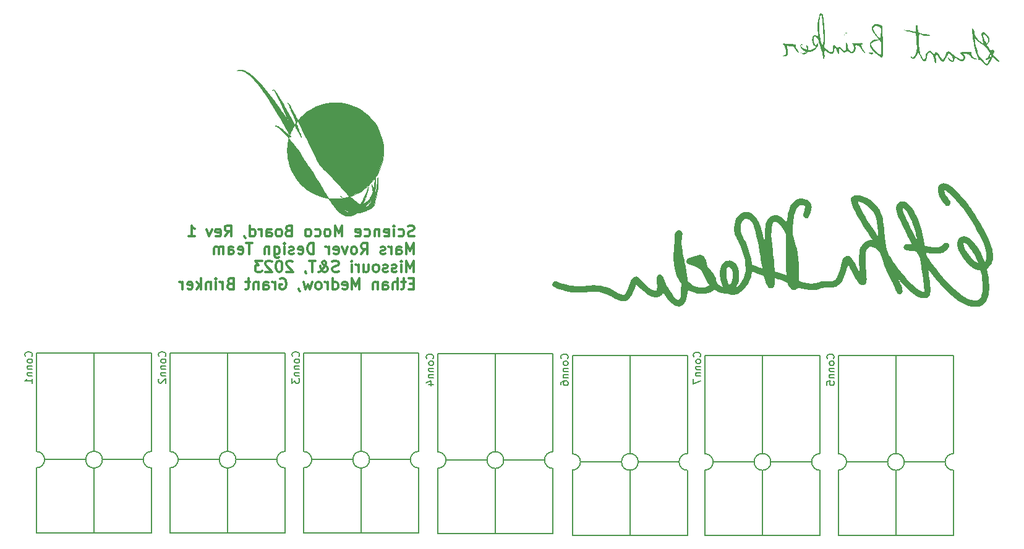
<source format=gbo>
%TF.GenerationSoftware,KiCad,Pcbnew,(6.0.10)*%
%TF.CreationDate,2022-12-28T18:34:10-06:00*%
%TF.ProjectId,ScienceMotorController_Hardware_2023,53636965-6e63-4654-9d6f-746f72436f6e,rev?*%
%TF.SameCoordinates,Original*%
%TF.FileFunction,Legend,Bot*%
%TF.FilePolarity,Positive*%
%FSLAX46Y46*%
G04 Gerber Fmt 4.6, Leading zero omitted, Abs format (unit mm)*
G04 Created by KiCad (PCBNEW (6.0.10)) date 2022-12-28 18:34:10*
%MOMM*%
%LPD*%
G01*
G04 APERTURE LIST*
%ADD10C,0.300000*%
%ADD11C,0.150000*%
%ADD12C,0.010000*%
%ADD13R,1.350000X1.350000*%
%ADD14O,1.350000X1.350000*%
%ADD15C,1.524000*%
%ADD16O,3.500000X2.200000*%
%ADD17R,2.500000X1.500000*%
%ADD18O,2.500000X1.500000*%
%ADD19C,2.946400*%
%ADD20C,1.308000*%
%ADD21C,1.100000*%
%ADD22C,1.400000*%
%ADD23C,4.000000*%
%ADD24C,2.000000*%
%ADD25O,5.100000X3.000000*%
G04 APERTURE END LIST*
D10*
X95531285Y-123984642D02*
X95317000Y-124056071D01*
X94959857Y-124056071D01*
X94817000Y-123984642D01*
X94745571Y-123913214D01*
X94674142Y-123770357D01*
X94674142Y-123627500D01*
X94745571Y-123484642D01*
X94817000Y-123413214D01*
X94959857Y-123341785D01*
X95245571Y-123270357D01*
X95388428Y-123198928D01*
X95459857Y-123127500D01*
X95531285Y-122984642D01*
X95531285Y-122841785D01*
X95459857Y-122698928D01*
X95388428Y-122627500D01*
X95245571Y-122556071D01*
X94888428Y-122556071D01*
X94674142Y-122627500D01*
X93388428Y-123984642D02*
X93531285Y-124056071D01*
X93817000Y-124056071D01*
X93959857Y-123984642D01*
X94031285Y-123913214D01*
X94102714Y-123770357D01*
X94102714Y-123341785D01*
X94031285Y-123198928D01*
X93959857Y-123127500D01*
X93817000Y-123056071D01*
X93531285Y-123056071D01*
X93388428Y-123127500D01*
X92745571Y-124056071D02*
X92745571Y-123056071D01*
X92745571Y-122556071D02*
X92817000Y-122627500D01*
X92745571Y-122698928D01*
X92674142Y-122627500D01*
X92745571Y-122556071D01*
X92745571Y-122698928D01*
X91459857Y-123984642D02*
X91602714Y-124056071D01*
X91888428Y-124056071D01*
X92031285Y-123984642D01*
X92102714Y-123841785D01*
X92102714Y-123270357D01*
X92031285Y-123127500D01*
X91888428Y-123056071D01*
X91602714Y-123056071D01*
X91459857Y-123127500D01*
X91388428Y-123270357D01*
X91388428Y-123413214D01*
X92102714Y-123556071D01*
X90745571Y-123056071D02*
X90745571Y-124056071D01*
X90745571Y-123198928D02*
X90674142Y-123127500D01*
X90531285Y-123056071D01*
X90317000Y-123056071D01*
X90174142Y-123127500D01*
X90102714Y-123270357D01*
X90102714Y-124056071D01*
X88745571Y-123984642D02*
X88888428Y-124056071D01*
X89174142Y-124056071D01*
X89317000Y-123984642D01*
X89388428Y-123913214D01*
X89459857Y-123770357D01*
X89459857Y-123341785D01*
X89388428Y-123198928D01*
X89317000Y-123127500D01*
X89174142Y-123056071D01*
X88888428Y-123056071D01*
X88745571Y-123127500D01*
X87531285Y-123984642D02*
X87674142Y-124056071D01*
X87959857Y-124056071D01*
X88102714Y-123984642D01*
X88174142Y-123841785D01*
X88174142Y-123270357D01*
X88102714Y-123127500D01*
X87959857Y-123056071D01*
X87674142Y-123056071D01*
X87531285Y-123127500D01*
X87459857Y-123270357D01*
X87459857Y-123413214D01*
X88174142Y-123556071D01*
X85674142Y-124056071D02*
X85674142Y-122556071D01*
X85174142Y-123627500D01*
X84674142Y-122556071D01*
X84674142Y-124056071D01*
X83745571Y-124056071D02*
X83888428Y-123984642D01*
X83959857Y-123913214D01*
X84031285Y-123770357D01*
X84031285Y-123341785D01*
X83959857Y-123198928D01*
X83888428Y-123127500D01*
X83745571Y-123056071D01*
X83531285Y-123056071D01*
X83388428Y-123127500D01*
X83317000Y-123198928D01*
X83245571Y-123341785D01*
X83245571Y-123770357D01*
X83317000Y-123913214D01*
X83388428Y-123984642D01*
X83531285Y-124056071D01*
X83745571Y-124056071D01*
X81959857Y-123984642D02*
X82102714Y-124056071D01*
X82388428Y-124056071D01*
X82531285Y-123984642D01*
X82602714Y-123913214D01*
X82674142Y-123770357D01*
X82674142Y-123341785D01*
X82602714Y-123198928D01*
X82531285Y-123127500D01*
X82388428Y-123056071D01*
X82102714Y-123056071D01*
X81959857Y-123127500D01*
X81102714Y-124056071D02*
X81245571Y-123984642D01*
X81317000Y-123913214D01*
X81388428Y-123770357D01*
X81388428Y-123341785D01*
X81317000Y-123198928D01*
X81245571Y-123127500D01*
X81102714Y-123056071D01*
X80888428Y-123056071D01*
X80745571Y-123127500D01*
X80674142Y-123198928D01*
X80602714Y-123341785D01*
X80602714Y-123770357D01*
X80674142Y-123913214D01*
X80745571Y-123984642D01*
X80888428Y-124056071D01*
X81102714Y-124056071D01*
X78317000Y-123270357D02*
X78102714Y-123341785D01*
X78031285Y-123413214D01*
X77959857Y-123556071D01*
X77959857Y-123770357D01*
X78031285Y-123913214D01*
X78102714Y-123984642D01*
X78245571Y-124056071D01*
X78817000Y-124056071D01*
X78817000Y-122556071D01*
X78317000Y-122556071D01*
X78174142Y-122627500D01*
X78102714Y-122698928D01*
X78031285Y-122841785D01*
X78031285Y-122984642D01*
X78102714Y-123127500D01*
X78174142Y-123198928D01*
X78317000Y-123270357D01*
X78817000Y-123270357D01*
X77102714Y-124056071D02*
X77245571Y-123984642D01*
X77317000Y-123913214D01*
X77388428Y-123770357D01*
X77388428Y-123341785D01*
X77317000Y-123198928D01*
X77245571Y-123127500D01*
X77102714Y-123056071D01*
X76888428Y-123056071D01*
X76745571Y-123127500D01*
X76674142Y-123198928D01*
X76602714Y-123341785D01*
X76602714Y-123770357D01*
X76674142Y-123913214D01*
X76745571Y-123984642D01*
X76888428Y-124056071D01*
X77102714Y-124056071D01*
X75317000Y-124056071D02*
X75317000Y-123270357D01*
X75388428Y-123127500D01*
X75531285Y-123056071D01*
X75817000Y-123056071D01*
X75959857Y-123127500D01*
X75317000Y-123984642D02*
X75459857Y-124056071D01*
X75817000Y-124056071D01*
X75959857Y-123984642D01*
X76031285Y-123841785D01*
X76031285Y-123698928D01*
X75959857Y-123556071D01*
X75817000Y-123484642D01*
X75459857Y-123484642D01*
X75317000Y-123413214D01*
X74602714Y-124056071D02*
X74602714Y-123056071D01*
X74602714Y-123341785D02*
X74531285Y-123198928D01*
X74459857Y-123127500D01*
X74317000Y-123056071D01*
X74174142Y-123056071D01*
X73031285Y-124056071D02*
X73031285Y-122556071D01*
X73031285Y-123984642D02*
X73174142Y-124056071D01*
X73459857Y-124056071D01*
X73602714Y-123984642D01*
X73674142Y-123913214D01*
X73745571Y-123770357D01*
X73745571Y-123341785D01*
X73674142Y-123198928D01*
X73602714Y-123127500D01*
X73459857Y-123056071D01*
X73174142Y-123056071D01*
X73031285Y-123127500D01*
X72245571Y-123984642D02*
X72245571Y-124056071D01*
X72317000Y-124198928D01*
X72388428Y-124270357D01*
X69602714Y-124056071D02*
X70102714Y-123341785D01*
X70459857Y-124056071D02*
X70459857Y-122556071D01*
X69888428Y-122556071D01*
X69745571Y-122627500D01*
X69674142Y-122698928D01*
X69602714Y-122841785D01*
X69602714Y-123056071D01*
X69674142Y-123198928D01*
X69745571Y-123270357D01*
X69888428Y-123341785D01*
X70459857Y-123341785D01*
X68388428Y-123984642D02*
X68531285Y-124056071D01*
X68817000Y-124056071D01*
X68959857Y-123984642D01*
X69031285Y-123841785D01*
X69031285Y-123270357D01*
X68959857Y-123127500D01*
X68817000Y-123056071D01*
X68531285Y-123056071D01*
X68388428Y-123127500D01*
X68317000Y-123270357D01*
X68317000Y-123413214D01*
X69031285Y-123556071D01*
X67817000Y-123056071D02*
X67459857Y-124056071D01*
X67102714Y-123056071D01*
X64602714Y-124056071D02*
X65459857Y-124056071D01*
X65031285Y-124056071D02*
X65031285Y-122556071D01*
X65174142Y-122770357D01*
X65317000Y-122913214D01*
X65459857Y-122984642D01*
X95459857Y-126471071D02*
X95459857Y-124971071D01*
X94959857Y-126042500D01*
X94459857Y-124971071D01*
X94459857Y-126471071D01*
X93102714Y-126471071D02*
X93102714Y-125685357D01*
X93174142Y-125542500D01*
X93317000Y-125471071D01*
X93602714Y-125471071D01*
X93745571Y-125542500D01*
X93102714Y-126399642D02*
X93245571Y-126471071D01*
X93602714Y-126471071D01*
X93745571Y-126399642D01*
X93817000Y-126256785D01*
X93817000Y-126113928D01*
X93745571Y-125971071D01*
X93602714Y-125899642D01*
X93245571Y-125899642D01*
X93102714Y-125828214D01*
X92388428Y-126471071D02*
X92388428Y-125471071D01*
X92388428Y-125756785D02*
X92317000Y-125613928D01*
X92245571Y-125542500D01*
X92102714Y-125471071D01*
X91959857Y-125471071D01*
X91531285Y-126399642D02*
X91388428Y-126471071D01*
X91102714Y-126471071D01*
X90959857Y-126399642D01*
X90888428Y-126256785D01*
X90888428Y-126185357D01*
X90959857Y-126042500D01*
X91102714Y-125971071D01*
X91317000Y-125971071D01*
X91459857Y-125899642D01*
X91531285Y-125756785D01*
X91531285Y-125685357D01*
X91459857Y-125542500D01*
X91317000Y-125471071D01*
X91102714Y-125471071D01*
X90959857Y-125542500D01*
X88245571Y-126471071D02*
X88745571Y-125756785D01*
X89102714Y-126471071D02*
X89102714Y-124971071D01*
X88531285Y-124971071D01*
X88388428Y-125042500D01*
X88317000Y-125113928D01*
X88245571Y-125256785D01*
X88245571Y-125471071D01*
X88317000Y-125613928D01*
X88388428Y-125685357D01*
X88531285Y-125756785D01*
X89102714Y-125756785D01*
X87388428Y-126471071D02*
X87531285Y-126399642D01*
X87602714Y-126328214D01*
X87674142Y-126185357D01*
X87674142Y-125756785D01*
X87602714Y-125613928D01*
X87531285Y-125542500D01*
X87388428Y-125471071D01*
X87174142Y-125471071D01*
X87031285Y-125542500D01*
X86959857Y-125613928D01*
X86888428Y-125756785D01*
X86888428Y-126185357D01*
X86959857Y-126328214D01*
X87031285Y-126399642D01*
X87174142Y-126471071D01*
X87388428Y-126471071D01*
X86388428Y-125471071D02*
X86031285Y-126471071D01*
X85674142Y-125471071D01*
X84531285Y-126399642D02*
X84674142Y-126471071D01*
X84959857Y-126471071D01*
X85102714Y-126399642D01*
X85174142Y-126256785D01*
X85174142Y-125685357D01*
X85102714Y-125542500D01*
X84959857Y-125471071D01*
X84674142Y-125471071D01*
X84531285Y-125542500D01*
X84459857Y-125685357D01*
X84459857Y-125828214D01*
X85174142Y-125971071D01*
X83817000Y-126471071D02*
X83817000Y-125471071D01*
X83817000Y-125756785D02*
X83745571Y-125613928D01*
X83674142Y-125542500D01*
X83531285Y-125471071D01*
X83388428Y-125471071D01*
X81745571Y-126471071D02*
X81745571Y-124971071D01*
X81388428Y-124971071D01*
X81174142Y-125042500D01*
X81031285Y-125185357D01*
X80959857Y-125328214D01*
X80888428Y-125613928D01*
X80888428Y-125828214D01*
X80959857Y-126113928D01*
X81031285Y-126256785D01*
X81174142Y-126399642D01*
X81388428Y-126471071D01*
X81745571Y-126471071D01*
X79674142Y-126399642D02*
X79817000Y-126471071D01*
X80102714Y-126471071D01*
X80245571Y-126399642D01*
X80317000Y-126256785D01*
X80317000Y-125685357D01*
X80245571Y-125542500D01*
X80102714Y-125471071D01*
X79817000Y-125471071D01*
X79674142Y-125542500D01*
X79602714Y-125685357D01*
X79602714Y-125828214D01*
X80317000Y-125971071D01*
X79031285Y-126399642D02*
X78888428Y-126471071D01*
X78602714Y-126471071D01*
X78459857Y-126399642D01*
X78388428Y-126256785D01*
X78388428Y-126185357D01*
X78459857Y-126042500D01*
X78602714Y-125971071D01*
X78817000Y-125971071D01*
X78959857Y-125899642D01*
X79031285Y-125756785D01*
X79031285Y-125685357D01*
X78959857Y-125542500D01*
X78817000Y-125471071D01*
X78602714Y-125471071D01*
X78459857Y-125542500D01*
X77745571Y-126471071D02*
X77745571Y-125471071D01*
X77745571Y-124971071D02*
X77817000Y-125042500D01*
X77745571Y-125113928D01*
X77674142Y-125042500D01*
X77745571Y-124971071D01*
X77745571Y-125113928D01*
X76388428Y-125471071D02*
X76388428Y-126685357D01*
X76459857Y-126828214D01*
X76531285Y-126899642D01*
X76674142Y-126971071D01*
X76888428Y-126971071D01*
X77031285Y-126899642D01*
X76388428Y-126399642D02*
X76531285Y-126471071D01*
X76817000Y-126471071D01*
X76959857Y-126399642D01*
X77031285Y-126328214D01*
X77102714Y-126185357D01*
X77102714Y-125756785D01*
X77031285Y-125613928D01*
X76959857Y-125542500D01*
X76817000Y-125471071D01*
X76531285Y-125471071D01*
X76388428Y-125542500D01*
X75674142Y-125471071D02*
X75674142Y-126471071D01*
X75674142Y-125613928D02*
X75602714Y-125542500D01*
X75459857Y-125471071D01*
X75245571Y-125471071D01*
X75102714Y-125542500D01*
X75031285Y-125685357D01*
X75031285Y-126471071D01*
X73388428Y-124971071D02*
X72531285Y-124971071D01*
X72959857Y-126471071D02*
X72959857Y-124971071D01*
X71459857Y-126399642D02*
X71602714Y-126471071D01*
X71888428Y-126471071D01*
X72031285Y-126399642D01*
X72102714Y-126256785D01*
X72102714Y-125685357D01*
X72031285Y-125542500D01*
X71888428Y-125471071D01*
X71602714Y-125471071D01*
X71459857Y-125542500D01*
X71388428Y-125685357D01*
X71388428Y-125828214D01*
X72102714Y-125971071D01*
X70102714Y-126471071D02*
X70102714Y-125685357D01*
X70174142Y-125542500D01*
X70317000Y-125471071D01*
X70602714Y-125471071D01*
X70745571Y-125542500D01*
X70102714Y-126399642D02*
X70245571Y-126471071D01*
X70602714Y-126471071D01*
X70745571Y-126399642D01*
X70817000Y-126256785D01*
X70817000Y-126113928D01*
X70745571Y-125971071D01*
X70602714Y-125899642D01*
X70245571Y-125899642D01*
X70102714Y-125828214D01*
X69388428Y-126471071D02*
X69388428Y-125471071D01*
X69388428Y-125613928D02*
X69317000Y-125542500D01*
X69174142Y-125471071D01*
X68959857Y-125471071D01*
X68817000Y-125542500D01*
X68745571Y-125685357D01*
X68745571Y-126471071D01*
X68745571Y-125685357D02*
X68674142Y-125542500D01*
X68531285Y-125471071D01*
X68317000Y-125471071D01*
X68174142Y-125542500D01*
X68102714Y-125685357D01*
X68102714Y-126471071D01*
X95459857Y-128886071D02*
X95459857Y-127386071D01*
X94959857Y-128457500D01*
X94459857Y-127386071D01*
X94459857Y-128886071D01*
X93745571Y-128886071D02*
X93745571Y-127886071D01*
X93745571Y-127386071D02*
X93817000Y-127457500D01*
X93745571Y-127528928D01*
X93674142Y-127457500D01*
X93745571Y-127386071D01*
X93745571Y-127528928D01*
X93102714Y-128814642D02*
X92959857Y-128886071D01*
X92674142Y-128886071D01*
X92531285Y-128814642D01*
X92459857Y-128671785D01*
X92459857Y-128600357D01*
X92531285Y-128457500D01*
X92674142Y-128386071D01*
X92888428Y-128386071D01*
X93031285Y-128314642D01*
X93102714Y-128171785D01*
X93102714Y-128100357D01*
X93031285Y-127957500D01*
X92888428Y-127886071D01*
X92674142Y-127886071D01*
X92531285Y-127957500D01*
X91888428Y-128814642D02*
X91745571Y-128886071D01*
X91459857Y-128886071D01*
X91317000Y-128814642D01*
X91245571Y-128671785D01*
X91245571Y-128600357D01*
X91317000Y-128457500D01*
X91459857Y-128386071D01*
X91674142Y-128386071D01*
X91817000Y-128314642D01*
X91888428Y-128171785D01*
X91888428Y-128100357D01*
X91817000Y-127957500D01*
X91674142Y-127886071D01*
X91459857Y-127886071D01*
X91317000Y-127957500D01*
X90388428Y-128886071D02*
X90531285Y-128814642D01*
X90602714Y-128743214D01*
X90674142Y-128600357D01*
X90674142Y-128171785D01*
X90602714Y-128028928D01*
X90531285Y-127957500D01*
X90388428Y-127886071D01*
X90174142Y-127886071D01*
X90031285Y-127957500D01*
X89959857Y-128028928D01*
X89888428Y-128171785D01*
X89888428Y-128600357D01*
X89959857Y-128743214D01*
X90031285Y-128814642D01*
X90174142Y-128886071D01*
X90388428Y-128886071D01*
X88602714Y-127886071D02*
X88602714Y-128886071D01*
X89245571Y-127886071D02*
X89245571Y-128671785D01*
X89174142Y-128814642D01*
X89031285Y-128886071D01*
X88817000Y-128886071D01*
X88674142Y-128814642D01*
X88602714Y-128743214D01*
X87888428Y-128886071D02*
X87888428Y-127886071D01*
X87888428Y-128171785D02*
X87817000Y-128028928D01*
X87745571Y-127957500D01*
X87602714Y-127886071D01*
X87459857Y-127886071D01*
X86959857Y-128886071D02*
X86959857Y-127886071D01*
X86959857Y-127386071D02*
X87031285Y-127457500D01*
X86959857Y-127528928D01*
X86888428Y-127457500D01*
X86959857Y-127386071D01*
X86959857Y-127528928D01*
X85174142Y-128814642D02*
X84959857Y-128886071D01*
X84602714Y-128886071D01*
X84459857Y-128814642D01*
X84388428Y-128743214D01*
X84317000Y-128600357D01*
X84317000Y-128457500D01*
X84388428Y-128314642D01*
X84459857Y-128243214D01*
X84602714Y-128171785D01*
X84888428Y-128100357D01*
X85031285Y-128028928D01*
X85102714Y-127957500D01*
X85174142Y-127814642D01*
X85174142Y-127671785D01*
X85102714Y-127528928D01*
X85031285Y-127457500D01*
X84888428Y-127386071D01*
X84531285Y-127386071D01*
X84317000Y-127457500D01*
X82459857Y-128886071D02*
X82531285Y-128886071D01*
X82674142Y-128814642D01*
X82888428Y-128600357D01*
X83245571Y-128171785D01*
X83388428Y-127957500D01*
X83459857Y-127743214D01*
X83459857Y-127600357D01*
X83388428Y-127457500D01*
X83245571Y-127386071D01*
X83174142Y-127386071D01*
X83031285Y-127457500D01*
X82959857Y-127600357D01*
X82959857Y-127671785D01*
X83031285Y-127814642D01*
X83102714Y-127886071D01*
X83531285Y-128171785D01*
X83602714Y-128243214D01*
X83674142Y-128386071D01*
X83674142Y-128600357D01*
X83602714Y-128743214D01*
X83531285Y-128814642D01*
X83388428Y-128886071D01*
X83174142Y-128886071D01*
X83031285Y-128814642D01*
X82959857Y-128743214D01*
X82745571Y-128457500D01*
X82674142Y-128243214D01*
X82674142Y-128100357D01*
X82031285Y-127386071D02*
X81174142Y-127386071D01*
X81602714Y-128886071D02*
X81602714Y-127386071D01*
X80602714Y-128814642D02*
X80602714Y-128886071D01*
X80674142Y-129028928D01*
X80745571Y-129100357D01*
X78888428Y-127528928D02*
X78817000Y-127457500D01*
X78674142Y-127386071D01*
X78317000Y-127386071D01*
X78174142Y-127457500D01*
X78102714Y-127528928D01*
X78031285Y-127671785D01*
X78031285Y-127814642D01*
X78102714Y-128028928D01*
X78959857Y-128886071D01*
X78031285Y-128886071D01*
X77102714Y-127386071D02*
X76959857Y-127386071D01*
X76817000Y-127457500D01*
X76745571Y-127528928D01*
X76674142Y-127671785D01*
X76602714Y-127957500D01*
X76602714Y-128314642D01*
X76674142Y-128600357D01*
X76745571Y-128743214D01*
X76817000Y-128814642D01*
X76959857Y-128886071D01*
X77102714Y-128886071D01*
X77245571Y-128814642D01*
X77317000Y-128743214D01*
X77388428Y-128600357D01*
X77459857Y-128314642D01*
X77459857Y-127957500D01*
X77388428Y-127671785D01*
X77317000Y-127528928D01*
X77245571Y-127457500D01*
X77102714Y-127386071D01*
X76031285Y-127528928D02*
X75959857Y-127457500D01*
X75817000Y-127386071D01*
X75459857Y-127386071D01*
X75317000Y-127457500D01*
X75245571Y-127528928D01*
X75174142Y-127671785D01*
X75174142Y-127814642D01*
X75245571Y-128028928D01*
X76102714Y-128886071D01*
X75174142Y-128886071D01*
X74674142Y-127386071D02*
X73745571Y-127386071D01*
X74245571Y-127957500D01*
X74031285Y-127957500D01*
X73888428Y-128028928D01*
X73817000Y-128100357D01*
X73745571Y-128243214D01*
X73745571Y-128600357D01*
X73817000Y-128743214D01*
X73888428Y-128814642D01*
X74031285Y-128886071D01*
X74459857Y-128886071D01*
X74602714Y-128814642D01*
X74674142Y-128743214D01*
X95459857Y-130515357D02*
X94959857Y-130515357D01*
X94745571Y-131301071D02*
X95459857Y-131301071D01*
X95459857Y-129801071D01*
X94745571Y-129801071D01*
X94317000Y-130301071D02*
X93745571Y-130301071D01*
X94102714Y-129801071D02*
X94102714Y-131086785D01*
X94031285Y-131229642D01*
X93888428Y-131301071D01*
X93745571Y-131301071D01*
X93245571Y-131301071D02*
X93245571Y-129801071D01*
X92602714Y-131301071D02*
X92602714Y-130515357D01*
X92674142Y-130372500D01*
X92817000Y-130301071D01*
X93031285Y-130301071D01*
X93174142Y-130372500D01*
X93245571Y-130443928D01*
X91245571Y-131301071D02*
X91245571Y-130515357D01*
X91317000Y-130372500D01*
X91459857Y-130301071D01*
X91745571Y-130301071D01*
X91888428Y-130372500D01*
X91245571Y-131229642D02*
X91388428Y-131301071D01*
X91745571Y-131301071D01*
X91888428Y-131229642D01*
X91959857Y-131086785D01*
X91959857Y-130943928D01*
X91888428Y-130801071D01*
X91745571Y-130729642D01*
X91388428Y-130729642D01*
X91245571Y-130658214D01*
X90531285Y-130301071D02*
X90531285Y-131301071D01*
X90531285Y-130443928D02*
X90459857Y-130372500D01*
X90317000Y-130301071D01*
X90102714Y-130301071D01*
X89959857Y-130372500D01*
X89888428Y-130515357D01*
X89888428Y-131301071D01*
X88031285Y-131301071D02*
X88031285Y-129801071D01*
X87531285Y-130872500D01*
X87031285Y-129801071D01*
X87031285Y-131301071D01*
X85745571Y-131229642D02*
X85888428Y-131301071D01*
X86174142Y-131301071D01*
X86317000Y-131229642D01*
X86388428Y-131086785D01*
X86388428Y-130515357D01*
X86317000Y-130372500D01*
X86174142Y-130301071D01*
X85888428Y-130301071D01*
X85745571Y-130372500D01*
X85674142Y-130515357D01*
X85674142Y-130658214D01*
X86388428Y-130801071D01*
X84388428Y-131301071D02*
X84388428Y-129801071D01*
X84388428Y-131229642D02*
X84531285Y-131301071D01*
X84817000Y-131301071D01*
X84959857Y-131229642D01*
X85031285Y-131158214D01*
X85102714Y-131015357D01*
X85102714Y-130586785D01*
X85031285Y-130443928D01*
X84959857Y-130372500D01*
X84817000Y-130301071D01*
X84531285Y-130301071D01*
X84388428Y-130372500D01*
X83674142Y-131301071D02*
X83674142Y-130301071D01*
X83674142Y-130586785D02*
X83602714Y-130443928D01*
X83531285Y-130372500D01*
X83388428Y-130301071D01*
X83245571Y-130301071D01*
X82531285Y-131301071D02*
X82674142Y-131229642D01*
X82745571Y-131158214D01*
X82817000Y-131015357D01*
X82817000Y-130586785D01*
X82745571Y-130443928D01*
X82674142Y-130372500D01*
X82531285Y-130301071D01*
X82317000Y-130301071D01*
X82174142Y-130372500D01*
X82102714Y-130443928D01*
X82031285Y-130586785D01*
X82031285Y-131015357D01*
X82102714Y-131158214D01*
X82174142Y-131229642D01*
X82317000Y-131301071D01*
X82531285Y-131301071D01*
X81531285Y-130301071D02*
X81245571Y-131301071D01*
X80959857Y-130586785D01*
X80674142Y-131301071D01*
X80388428Y-130301071D01*
X79745571Y-131229642D02*
X79745571Y-131301071D01*
X79817000Y-131443928D01*
X79888428Y-131515357D01*
X77174142Y-129872500D02*
X77317000Y-129801071D01*
X77531285Y-129801071D01*
X77745571Y-129872500D01*
X77888428Y-130015357D01*
X77959857Y-130158214D01*
X78031285Y-130443928D01*
X78031285Y-130658214D01*
X77959857Y-130943928D01*
X77888428Y-131086785D01*
X77745571Y-131229642D01*
X77531285Y-131301071D01*
X77388428Y-131301071D01*
X77174142Y-131229642D01*
X77102714Y-131158214D01*
X77102714Y-130658214D01*
X77388428Y-130658214D01*
X76459857Y-131301071D02*
X76459857Y-130301071D01*
X76459857Y-130586785D02*
X76388428Y-130443928D01*
X76317000Y-130372500D01*
X76174142Y-130301071D01*
X76031285Y-130301071D01*
X74888428Y-131301071D02*
X74888428Y-130515357D01*
X74959857Y-130372500D01*
X75102714Y-130301071D01*
X75388428Y-130301071D01*
X75531285Y-130372500D01*
X74888428Y-131229642D02*
X75031285Y-131301071D01*
X75388428Y-131301071D01*
X75531285Y-131229642D01*
X75602714Y-131086785D01*
X75602714Y-130943928D01*
X75531285Y-130801071D01*
X75388428Y-130729642D01*
X75031285Y-130729642D01*
X74888428Y-130658214D01*
X74174142Y-130301071D02*
X74174142Y-131301071D01*
X74174142Y-130443928D02*
X74102714Y-130372500D01*
X73959857Y-130301071D01*
X73745571Y-130301071D01*
X73602714Y-130372500D01*
X73531285Y-130515357D01*
X73531285Y-131301071D01*
X73031285Y-130301071D02*
X72459857Y-130301071D01*
X72817000Y-129801071D02*
X72817000Y-131086785D01*
X72745571Y-131229642D01*
X72602714Y-131301071D01*
X72459857Y-131301071D01*
X70317000Y-130515357D02*
X70102714Y-130586785D01*
X70031285Y-130658214D01*
X69959857Y-130801071D01*
X69959857Y-131015357D01*
X70031285Y-131158214D01*
X70102714Y-131229642D01*
X70245571Y-131301071D01*
X70817000Y-131301071D01*
X70817000Y-129801071D01*
X70317000Y-129801071D01*
X70174142Y-129872500D01*
X70102714Y-129943928D01*
X70031285Y-130086785D01*
X70031285Y-130229642D01*
X70102714Y-130372500D01*
X70174142Y-130443928D01*
X70317000Y-130515357D01*
X70817000Y-130515357D01*
X69317000Y-131301071D02*
X69317000Y-130301071D01*
X69317000Y-130586785D02*
X69245571Y-130443928D01*
X69174142Y-130372500D01*
X69031285Y-130301071D01*
X68888428Y-130301071D01*
X68388428Y-131301071D02*
X68388428Y-130301071D01*
X68388428Y-129801071D02*
X68459857Y-129872500D01*
X68388428Y-129943928D01*
X68317000Y-129872500D01*
X68388428Y-129801071D01*
X68388428Y-129943928D01*
X67674142Y-130301071D02*
X67674142Y-131301071D01*
X67674142Y-130443928D02*
X67602714Y-130372500D01*
X67459857Y-130301071D01*
X67245571Y-130301071D01*
X67102714Y-130372500D01*
X67031285Y-130515357D01*
X67031285Y-131301071D01*
X66316999Y-131301071D02*
X66316999Y-129801071D01*
X66174142Y-130729642D02*
X65745571Y-131301071D01*
X65745571Y-130301071D02*
X66316999Y-130872500D01*
X64531285Y-131229642D02*
X64674142Y-131301071D01*
X64959857Y-131301071D01*
X65102714Y-131229642D01*
X65174142Y-131086785D01*
X65174142Y-130515357D01*
X65102714Y-130372500D01*
X64959857Y-130301071D01*
X64674142Y-130301071D01*
X64531285Y-130372500D01*
X64459857Y-130515357D01*
X64459857Y-130658214D01*
X65174142Y-130801071D01*
X63816999Y-131301071D02*
X63816999Y-130301071D01*
X63816999Y-130586785D02*
X63745571Y-130443928D01*
X63674142Y-130372500D01*
X63531285Y-130301071D01*
X63388428Y-130301071D01*
D11*
X98082142Y-140774190D02*
X98129761Y-140726571D01*
X98177380Y-140583714D01*
X98177380Y-140488476D01*
X98129761Y-140345619D01*
X98034523Y-140250380D01*
X97939285Y-140202761D01*
X97748809Y-140155142D01*
X97605952Y-140155142D01*
X97415476Y-140202761D01*
X97320238Y-140250380D01*
X97225000Y-140345619D01*
X97177380Y-140488476D01*
X97177380Y-140583714D01*
X97225000Y-140726571D01*
X97272619Y-140774190D01*
X98177380Y-141345619D02*
X98129761Y-141250380D01*
X98082142Y-141202761D01*
X97986904Y-141155142D01*
X97701190Y-141155142D01*
X97605952Y-141202761D01*
X97558333Y-141250380D01*
X97510714Y-141345619D01*
X97510714Y-141488476D01*
X97558333Y-141583714D01*
X97605952Y-141631333D01*
X97701190Y-141678952D01*
X97986904Y-141678952D01*
X98082142Y-141631333D01*
X98129761Y-141583714D01*
X98177380Y-141488476D01*
X98177380Y-141345619D01*
X97510714Y-142107523D02*
X98177380Y-142107523D01*
X97605952Y-142107523D02*
X97558333Y-142155142D01*
X97510714Y-142250380D01*
X97510714Y-142393238D01*
X97558333Y-142488476D01*
X97653571Y-142536095D01*
X98177380Y-142536095D01*
X97510714Y-143012285D02*
X98177380Y-143012285D01*
X97605952Y-143012285D02*
X97558333Y-143059904D01*
X97510714Y-143155142D01*
X97510714Y-143298000D01*
X97558333Y-143393238D01*
X97653571Y-143440857D01*
X98177380Y-143440857D01*
X97510714Y-144345619D02*
X98177380Y-144345619D01*
X97129761Y-144107523D02*
X97844047Y-143869428D01*
X97844047Y-144488476D01*
X134658142Y-140520190D02*
X134705761Y-140472571D01*
X134753380Y-140329714D01*
X134753380Y-140234476D01*
X134705761Y-140091619D01*
X134610523Y-139996380D01*
X134515285Y-139948761D01*
X134324809Y-139901142D01*
X134181952Y-139901142D01*
X133991476Y-139948761D01*
X133896238Y-139996380D01*
X133801000Y-140091619D01*
X133753380Y-140234476D01*
X133753380Y-140329714D01*
X133801000Y-140472571D01*
X133848619Y-140520190D01*
X134753380Y-141091619D02*
X134705761Y-140996380D01*
X134658142Y-140948761D01*
X134562904Y-140901142D01*
X134277190Y-140901142D01*
X134181952Y-140948761D01*
X134134333Y-140996380D01*
X134086714Y-141091619D01*
X134086714Y-141234476D01*
X134134333Y-141329714D01*
X134181952Y-141377333D01*
X134277190Y-141424952D01*
X134562904Y-141424952D01*
X134658142Y-141377333D01*
X134705761Y-141329714D01*
X134753380Y-141234476D01*
X134753380Y-141091619D01*
X134086714Y-141853523D02*
X134753380Y-141853523D01*
X134181952Y-141853523D02*
X134134333Y-141901142D01*
X134086714Y-141996380D01*
X134086714Y-142139238D01*
X134134333Y-142234476D01*
X134229571Y-142282095D01*
X134753380Y-142282095D01*
X134086714Y-142758285D02*
X134753380Y-142758285D01*
X134181952Y-142758285D02*
X134134333Y-142805904D01*
X134086714Y-142901142D01*
X134086714Y-143044000D01*
X134134333Y-143139238D01*
X134229571Y-143186857D01*
X134753380Y-143186857D01*
X133753380Y-143567809D02*
X133753380Y-144234476D01*
X134753380Y-143805904D01*
X116497142Y-140774190D02*
X116544761Y-140726571D01*
X116592380Y-140583714D01*
X116592380Y-140488476D01*
X116544761Y-140345619D01*
X116449523Y-140250380D01*
X116354285Y-140202761D01*
X116163809Y-140155142D01*
X116020952Y-140155142D01*
X115830476Y-140202761D01*
X115735238Y-140250380D01*
X115640000Y-140345619D01*
X115592380Y-140488476D01*
X115592380Y-140583714D01*
X115640000Y-140726571D01*
X115687619Y-140774190D01*
X116592380Y-141345619D02*
X116544761Y-141250380D01*
X116497142Y-141202761D01*
X116401904Y-141155142D01*
X116116190Y-141155142D01*
X116020952Y-141202761D01*
X115973333Y-141250380D01*
X115925714Y-141345619D01*
X115925714Y-141488476D01*
X115973333Y-141583714D01*
X116020952Y-141631333D01*
X116116190Y-141678952D01*
X116401904Y-141678952D01*
X116497142Y-141631333D01*
X116544761Y-141583714D01*
X116592380Y-141488476D01*
X116592380Y-141345619D01*
X115925714Y-142107523D02*
X116592380Y-142107523D01*
X116020952Y-142107523D02*
X115973333Y-142155142D01*
X115925714Y-142250380D01*
X115925714Y-142393238D01*
X115973333Y-142488476D01*
X116068571Y-142536095D01*
X116592380Y-142536095D01*
X115925714Y-143012285D02*
X116592380Y-143012285D01*
X116020952Y-143012285D02*
X115973333Y-143059904D01*
X115925714Y-143155142D01*
X115925714Y-143298000D01*
X115973333Y-143393238D01*
X116068571Y-143440857D01*
X116592380Y-143440857D01*
X115592380Y-144345619D02*
X115592380Y-144155142D01*
X115640000Y-144059904D01*
X115687619Y-144012285D01*
X115830476Y-143917047D01*
X116020952Y-143869428D01*
X116401904Y-143869428D01*
X116497142Y-143917047D01*
X116544761Y-143964666D01*
X116592380Y-144059904D01*
X116592380Y-144250380D01*
X116544761Y-144345619D01*
X116497142Y-144393238D01*
X116401904Y-144440857D01*
X116163809Y-144440857D01*
X116068571Y-144393238D01*
X116020952Y-144345619D01*
X115973333Y-144250380D01*
X115973333Y-144059904D01*
X116020952Y-143964666D01*
X116068571Y-143917047D01*
X116163809Y-143869428D01*
X79709142Y-140464390D02*
X79756761Y-140416771D01*
X79804380Y-140273914D01*
X79804380Y-140178676D01*
X79756761Y-140035819D01*
X79661523Y-139940580D01*
X79566285Y-139892961D01*
X79375809Y-139845342D01*
X79232952Y-139845342D01*
X79042476Y-139892961D01*
X78947238Y-139940580D01*
X78852000Y-140035819D01*
X78804380Y-140178676D01*
X78804380Y-140273914D01*
X78852000Y-140416771D01*
X78899619Y-140464390D01*
X79804380Y-141035819D02*
X79756761Y-140940580D01*
X79709142Y-140892961D01*
X79613904Y-140845342D01*
X79328190Y-140845342D01*
X79232952Y-140892961D01*
X79185333Y-140940580D01*
X79137714Y-141035819D01*
X79137714Y-141178676D01*
X79185333Y-141273914D01*
X79232952Y-141321533D01*
X79328190Y-141369152D01*
X79613904Y-141369152D01*
X79709142Y-141321533D01*
X79756761Y-141273914D01*
X79804380Y-141178676D01*
X79804380Y-141035819D01*
X79137714Y-141797723D02*
X79804380Y-141797723D01*
X79232952Y-141797723D02*
X79185333Y-141845342D01*
X79137714Y-141940580D01*
X79137714Y-142083438D01*
X79185333Y-142178676D01*
X79280571Y-142226295D01*
X79804380Y-142226295D01*
X79137714Y-142702485D02*
X79804380Y-142702485D01*
X79232952Y-142702485D02*
X79185333Y-142750104D01*
X79137714Y-142845342D01*
X79137714Y-142988200D01*
X79185333Y-143083438D01*
X79280571Y-143131057D01*
X79804380Y-143131057D01*
X78804380Y-143512009D02*
X78804380Y-144131057D01*
X79185333Y-143797723D01*
X79185333Y-143940580D01*
X79232952Y-144035819D01*
X79280571Y-144083438D01*
X79375809Y-144131057D01*
X79613904Y-144131057D01*
X79709142Y-144083438D01*
X79756761Y-144035819D01*
X79804380Y-143940580D01*
X79804380Y-143654866D01*
X79756761Y-143559628D01*
X79709142Y-143512009D01*
X43133142Y-140464390D02*
X43180761Y-140416771D01*
X43228380Y-140273914D01*
X43228380Y-140178676D01*
X43180761Y-140035819D01*
X43085523Y-139940580D01*
X42990285Y-139892961D01*
X42799809Y-139845342D01*
X42656952Y-139845342D01*
X42466476Y-139892961D01*
X42371238Y-139940580D01*
X42276000Y-140035819D01*
X42228380Y-140178676D01*
X42228380Y-140273914D01*
X42276000Y-140416771D01*
X42323619Y-140464390D01*
X43228380Y-141035819D02*
X43180761Y-140940580D01*
X43133142Y-140892961D01*
X43037904Y-140845342D01*
X42752190Y-140845342D01*
X42656952Y-140892961D01*
X42609333Y-140940580D01*
X42561714Y-141035819D01*
X42561714Y-141178676D01*
X42609333Y-141273914D01*
X42656952Y-141321533D01*
X42752190Y-141369152D01*
X43037904Y-141369152D01*
X43133142Y-141321533D01*
X43180761Y-141273914D01*
X43228380Y-141178676D01*
X43228380Y-141035819D01*
X42561714Y-141797723D02*
X43228380Y-141797723D01*
X42656952Y-141797723D02*
X42609333Y-141845342D01*
X42561714Y-141940580D01*
X42561714Y-142083438D01*
X42609333Y-142178676D01*
X42704571Y-142226295D01*
X43228380Y-142226295D01*
X42561714Y-142702485D02*
X43228380Y-142702485D01*
X42656952Y-142702485D02*
X42609333Y-142750104D01*
X42561714Y-142845342D01*
X42561714Y-142988200D01*
X42609333Y-143083438D01*
X42704571Y-143131057D01*
X43228380Y-143131057D01*
X43228380Y-144131057D02*
X43228380Y-143559628D01*
X43228380Y-143845342D02*
X42228380Y-143845342D01*
X42371238Y-143750104D01*
X42466476Y-143654866D01*
X42514095Y-143559628D01*
X61421142Y-140464390D02*
X61468761Y-140416771D01*
X61516380Y-140273914D01*
X61516380Y-140178676D01*
X61468761Y-140035819D01*
X61373523Y-139940580D01*
X61278285Y-139892961D01*
X61087809Y-139845342D01*
X60944952Y-139845342D01*
X60754476Y-139892961D01*
X60659238Y-139940580D01*
X60564000Y-140035819D01*
X60516380Y-140178676D01*
X60516380Y-140273914D01*
X60564000Y-140416771D01*
X60611619Y-140464390D01*
X61516380Y-141035819D02*
X61468761Y-140940580D01*
X61421142Y-140892961D01*
X61325904Y-140845342D01*
X61040190Y-140845342D01*
X60944952Y-140892961D01*
X60897333Y-140940580D01*
X60849714Y-141035819D01*
X60849714Y-141178676D01*
X60897333Y-141273914D01*
X60944952Y-141321533D01*
X61040190Y-141369152D01*
X61325904Y-141369152D01*
X61421142Y-141321533D01*
X61468761Y-141273914D01*
X61516380Y-141178676D01*
X61516380Y-141035819D01*
X60849714Y-141797723D02*
X61516380Y-141797723D01*
X60944952Y-141797723D02*
X60897333Y-141845342D01*
X60849714Y-141940580D01*
X60849714Y-142083438D01*
X60897333Y-142178676D01*
X60992571Y-142226295D01*
X61516380Y-142226295D01*
X60849714Y-142702485D02*
X61516380Y-142702485D01*
X60944952Y-142702485D02*
X60897333Y-142750104D01*
X60849714Y-142845342D01*
X60849714Y-142988200D01*
X60897333Y-143083438D01*
X60992571Y-143131057D01*
X61516380Y-143131057D01*
X60611619Y-143559628D02*
X60564000Y-143607247D01*
X60516380Y-143702485D01*
X60516380Y-143940580D01*
X60564000Y-144035819D01*
X60611619Y-144083438D01*
X60706857Y-144131057D01*
X60802095Y-144131057D01*
X60944952Y-144083438D01*
X61516380Y-143512009D01*
X61516380Y-144131057D01*
X152933142Y-140774190D02*
X152980761Y-140726571D01*
X153028380Y-140583714D01*
X153028380Y-140488476D01*
X152980761Y-140345619D01*
X152885523Y-140250380D01*
X152790285Y-140202761D01*
X152599809Y-140155142D01*
X152456952Y-140155142D01*
X152266476Y-140202761D01*
X152171238Y-140250380D01*
X152076000Y-140345619D01*
X152028380Y-140488476D01*
X152028380Y-140583714D01*
X152076000Y-140726571D01*
X152123619Y-140774190D01*
X153028380Y-141345619D02*
X152980761Y-141250380D01*
X152933142Y-141202761D01*
X152837904Y-141155142D01*
X152552190Y-141155142D01*
X152456952Y-141202761D01*
X152409333Y-141250380D01*
X152361714Y-141345619D01*
X152361714Y-141488476D01*
X152409333Y-141583714D01*
X152456952Y-141631333D01*
X152552190Y-141678952D01*
X152837904Y-141678952D01*
X152933142Y-141631333D01*
X152980761Y-141583714D01*
X153028380Y-141488476D01*
X153028380Y-141345619D01*
X152361714Y-142107523D02*
X153028380Y-142107523D01*
X152456952Y-142107523D02*
X152409333Y-142155142D01*
X152361714Y-142250380D01*
X152361714Y-142393238D01*
X152409333Y-142488476D01*
X152504571Y-142536095D01*
X153028380Y-142536095D01*
X152361714Y-143012285D02*
X153028380Y-143012285D01*
X152456952Y-143012285D02*
X152409333Y-143059904D01*
X152361714Y-143155142D01*
X152361714Y-143298000D01*
X152409333Y-143393238D01*
X152504571Y-143440857D01*
X153028380Y-143440857D01*
X152028380Y-144393238D02*
X152028380Y-143917047D01*
X152504571Y-143869428D01*
X152456952Y-143917047D01*
X152409333Y-144012285D01*
X152409333Y-144250380D01*
X152456952Y-144345619D01*
X152504571Y-144393238D01*
X152599809Y-144440857D01*
X152837904Y-144440857D01*
X152933142Y-144393238D01*
X152980761Y-144345619D01*
X153028380Y-144250380D01*
X153028380Y-144012285D01*
X152980761Y-143917047D01*
X152933142Y-143869428D01*
G36*
X90205530Y-118900067D02*
G01*
X90202574Y-118908236D01*
X90172248Y-119005630D01*
X90147474Y-119107851D01*
X90133368Y-119194057D01*
X90131737Y-119209891D01*
X90091371Y-119447610D01*
X90024320Y-119661931D01*
X89931927Y-119850581D01*
X89815532Y-120011286D01*
X89676739Y-120141529D01*
X89676479Y-120141773D01*
X89516109Y-120239769D01*
X89504449Y-120245247D01*
X89424507Y-120280128D01*
X89351141Y-120308140D01*
X89298942Y-120323648D01*
X89259365Y-120336141D01*
X89191509Y-120367361D01*
X89122476Y-120407527D01*
X89062790Y-120445030D01*
X88833769Y-120563794D01*
X88580984Y-120660775D01*
X88378504Y-120715729D01*
X88313672Y-120733325D01*
X88041070Y-120778796D01*
X87772411Y-120794542D01*
X87734187Y-120795373D01*
X87680405Y-120803942D01*
X87633101Y-120827432D01*
X87574988Y-120872686D01*
X87499699Y-120933139D01*
X87282200Y-121075947D01*
X87054512Y-121180122D01*
X86816943Y-121245514D01*
X86688802Y-121261757D01*
X86514881Y-121265585D01*
X86336981Y-121252605D01*
X86172578Y-121223416D01*
X86069798Y-121191996D01*
X85938273Y-121140296D01*
X85798900Y-121076152D01*
X85664433Y-121005470D01*
X85547628Y-120934152D01*
X85415098Y-120839649D01*
X85239490Y-120696962D01*
X85062127Y-120532275D01*
X84880750Y-120343079D01*
X84719837Y-120157667D01*
X85645386Y-120157667D01*
X85649620Y-120167608D01*
X85677890Y-120199955D01*
X85726588Y-120250744D01*
X85792107Y-120316013D01*
X85836504Y-120358788D01*
X85961736Y-120469888D01*
X86079583Y-120557152D01*
X86200856Y-120628008D01*
X86336368Y-120689881D01*
X86419206Y-120718855D01*
X86515701Y-120738279D01*
X86632644Y-120746723D01*
X86658143Y-120747388D01*
X86739350Y-120747793D01*
X86805117Y-120745649D01*
X86843141Y-120741275D01*
X86869198Y-120733137D01*
X86896952Y-120715729D01*
X86884935Y-120699821D01*
X86833367Y-120686647D01*
X86779034Y-120675591D01*
X86675799Y-120647923D01*
X86554759Y-120610021D01*
X86427058Y-120565635D01*
X86303843Y-120518511D01*
X86196259Y-120472399D01*
X86188965Y-120469013D01*
X86036569Y-120391580D01*
X85857531Y-120288954D01*
X85650323Y-120160261D01*
X85645386Y-120157667D01*
X84719837Y-120157667D01*
X84693102Y-120126862D01*
X84608290Y-120020619D01*
X86798463Y-120020619D01*
X86811537Y-120030443D01*
X86856214Y-120047911D01*
X86925238Y-120070877D01*
X87011353Y-120097195D01*
X87107304Y-120124720D01*
X87205835Y-120151304D01*
X87299691Y-120174803D01*
X87381614Y-120193070D01*
X87391462Y-120195069D01*
X87493290Y-120215204D01*
X87564264Y-120226835D01*
X87612135Y-120229725D01*
X87644657Y-120223643D01*
X87669582Y-120208352D01*
X87694662Y-120183621D01*
X87699084Y-120178913D01*
X87717823Y-120157423D01*
X87724473Y-120141529D01*
X87714388Y-120129754D01*
X87682924Y-120120619D01*
X87625434Y-120112648D01*
X87537273Y-120104362D01*
X87413797Y-120094285D01*
X87297652Y-120083733D01*
X87174336Y-120070382D01*
X87061588Y-120056192D01*
X86974129Y-120042886D01*
X86943532Y-120037648D01*
X86871698Y-120026607D01*
X86820162Y-120020521D01*
X86798479Y-120020604D01*
X86798463Y-120020619D01*
X84608290Y-120020619D01*
X84508059Y-119895060D01*
X88775086Y-119895060D01*
X88779381Y-119900457D01*
X88800084Y-119905965D01*
X88850165Y-119913428D01*
X88918042Y-119920929D01*
X89048350Y-119933355D01*
X89168634Y-119835911D01*
X89252746Y-119764115D01*
X89453860Y-119559078D01*
X89639074Y-119319385D01*
X89809662Y-119043459D01*
X89834792Y-118996613D01*
X89867788Y-118921708D01*
X89885832Y-118850117D01*
X89894693Y-118762796D01*
X89903438Y-118619404D01*
X89803792Y-118814328D01*
X89673075Y-119047448D01*
X89511460Y-119280798D01*
X89333885Y-119482005D01*
X89137146Y-119654640D01*
X88918042Y-119802275D01*
X88902143Y-119811643D01*
X88836139Y-119850696D01*
X88797163Y-119874642D01*
X88778913Y-119887942D01*
X88775086Y-119895060D01*
X84508059Y-119895060D01*
X84496927Y-119881115D01*
X84289966Y-119603328D01*
X84069963Y-119290990D01*
X84010995Y-119205293D01*
X83994074Y-119180730D01*
X86211649Y-119180730D01*
X86221673Y-119190753D01*
X86231696Y-119180730D01*
X86221673Y-119170706D01*
X86211649Y-119180730D01*
X83994074Y-119180730D01*
X83936258Y-119096800D01*
X83870519Y-119001504D01*
X83817203Y-118924366D01*
X83779739Y-118870349D01*
X83761553Y-118844416D01*
X83728756Y-118821486D01*
X83660759Y-118799362D01*
X83555374Y-118777912D01*
X83507328Y-118769467D01*
X83054636Y-118669282D01*
X82601104Y-118532636D01*
X82153401Y-118362039D01*
X81718195Y-118160005D01*
X81302155Y-117929046D01*
X81180253Y-117853448D01*
X80762341Y-117564537D01*
X80369797Y-117245726D01*
X80004033Y-116898941D01*
X79666461Y-116526108D01*
X79358493Y-116129154D01*
X79081541Y-115710005D01*
X78837016Y-115270586D01*
X78626330Y-114812823D01*
X78450896Y-114338644D01*
X78312125Y-113849974D01*
X78248664Y-113565150D01*
X78199947Y-113290661D01*
X78165596Y-113018867D01*
X78144572Y-112739401D01*
X78135836Y-112441895D01*
X78138348Y-112115984D01*
X78139033Y-112086971D01*
X78147140Y-111851466D01*
X78159912Y-111643305D01*
X78178661Y-111451155D01*
X78204697Y-111263681D01*
X78239330Y-111069550D01*
X78283871Y-110857429D01*
X78338093Y-110613212D01*
X78293908Y-110557039D01*
X78280199Y-110540530D01*
X78238409Y-110492532D01*
X78176102Y-110422347D01*
X78097390Y-110334507D01*
X78006388Y-110233542D01*
X77907208Y-110123985D01*
X77803965Y-110010369D01*
X77700772Y-109897224D01*
X77601742Y-109789082D01*
X77510988Y-109690476D01*
X77432625Y-109605938D01*
X77370765Y-109539999D01*
X77296281Y-109464355D01*
X77196322Y-109368707D01*
X77087533Y-109269348D01*
X76977304Y-109172736D01*
X76873024Y-109085331D01*
X76782081Y-109013593D01*
X76711864Y-108963981D01*
X76707916Y-108961497D01*
X76619238Y-108919078D01*
X76529863Y-108905822D01*
X76496417Y-108905382D01*
X76461241Y-108902250D01*
X76457257Y-108893095D01*
X76478658Y-108874350D01*
X76486462Y-108868970D01*
X76551296Y-108852069D01*
X76641765Y-108865026D01*
X76757174Y-108907596D01*
X76896827Y-108979532D01*
X77060031Y-109080588D01*
X77069156Y-109086641D01*
X77192290Y-109172162D01*
X77325252Y-109271680D01*
X77471030Y-109387687D01*
X77632609Y-109522674D01*
X77812976Y-109679130D01*
X78015118Y-109859548D01*
X78242020Y-110066417D01*
X78254883Y-110078240D01*
X78331391Y-110147968D01*
X78384449Y-110194025D01*
X78419210Y-110219635D01*
X78440827Y-110228017D01*
X78454453Y-110222396D01*
X78465243Y-110205994D01*
X78476752Y-110186436D01*
X78489963Y-110179523D01*
X78506741Y-110199491D01*
X78534099Y-110250915D01*
X78547703Y-110277222D01*
X78582184Y-110341229D01*
X78610212Y-110389964D01*
X78611317Y-110391787D01*
X78615516Y-110406625D01*
X78593858Y-110392811D01*
X78547593Y-110351120D01*
X78500944Y-110308839D01*
X78463328Y-110279048D01*
X78445824Y-110270930D01*
X78442898Y-110276006D01*
X78429723Y-110311308D01*
X78411265Y-110369138D01*
X78390948Y-110437712D01*
X78372196Y-110505247D01*
X78358434Y-110559958D01*
X78353086Y-110590063D01*
X78356239Y-110598336D01*
X78379934Y-110634716D01*
X78423040Y-110692515D01*
X78481026Y-110765771D01*
X78549364Y-110848517D01*
X78563240Y-110865013D01*
X78647171Y-110965400D01*
X78733265Y-111069251D01*
X78812151Y-111165224D01*
X78874456Y-111241977D01*
X78900345Y-111274057D01*
X78962540Y-111350553D01*
X79041685Y-111447412D01*
X79132303Y-111557944D01*
X79228915Y-111675462D01*
X79326043Y-111793279D01*
X79396419Y-111878972D01*
X79495109Y-112001791D01*
X79576651Y-112108058D01*
X79646953Y-112206144D01*
X79711922Y-112304420D01*
X79777468Y-112411258D01*
X79849497Y-112535031D01*
X79969534Y-112743105D01*
X80227856Y-113177860D01*
X80483097Y-113588427D01*
X80741481Y-113984454D01*
X81009233Y-114375587D01*
X81292578Y-114771473D01*
X81424895Y-114955700D01*
X81540693Y-115124514D01*
X81644053Y-115284793D01*
X81742025Y-115447471D01*
X81841654Y-115623485D01*
X81849773Y-115638158D01*
X81930922Y-115781162D01*
X82020426Y-115933431D01*
X82111521Y-116083784D01*
X82197443Y-116221036D01*
X82271428Y-116334005D01*
X82320878Y-116409083D01*
X82398655Y-116532399D01*
X82486051Y-116675549D01*
X82577776Y-116829722D01*
X82668538Y-116986109D01*
X82753046Y-117135899D01*
X82806301Y-117231349D01*
X82904460Y-117404689D01*
X83006589Y-117582130D01*
X83110527Y-117760130D01*
X83214110Y-117935147D01*
X83315178Y-118103640D01*
X83411567Y-118262066D01*
X83501118Y-118406885D01*
X83581667Y-118534553D01*
X83651052Y-118641531D01*
X83707112Y-118724275D01*
X83747685Y-118779244D01*
X83770608Y-118802897D01*
X83806458Y-118815943D01*
X83889197Y-118832733D01*
X84002738Y-118846611D01*
X84141608Y-118857540D01*
X84300333Y-118865477D01*
X84473440Y-118870383D01*
X84655455Y-118872218D01*
X84840904Y-118870942D01*
X85024316Y-118866515D01*
X85200215Y-118858897D01*
X85363129Y-118848047D01*
X85507584Y-118833926D01*
X85628107Y-118816494D01*
X85628828Y-118816365D01*
X85737366Y-118816365D01*
X85743228Y-118826239D01*
X85774599Y-118856310D01*
X85827125Y-118900869D01*
X85894638Y-118954497D01*
X85948406Y-118995849D01*
X86054429Y-119075841D01*
X86130470Y-119130612D01*
X86176277Y-119159984D01*
X86191602Y-119163781D01*
X86191301Y-119162787D01*
X86172621Y-119143659D01*
X86129868Y-119107350D01*
X86069955Y-119059149D01*
X85999798Y-119004344D01*
X85926312Y-118948224D01*
X85856411Y-118896078D01*
X85797010Y-118853193D01*
X85755023Y-118824860D01*
X85737366Y-118816365D01*
X85628828Y-118816365D01*
X85696104Y-118804325D01*
X85379684Y-118505885D01*
X85536040Y-118631314D01*
X85579872Y-118666805D01*
X85640122Y-118716821D01*
X85683461Y-118754377D01*
X85702614Y-118773274D01*
X85707454Y-118778538D01*
X85740138Y-118788031D01*
X85801684Y-118786502D01*
X85895253Y-118773716D01*
X86024004Y-118749439D01*
X86054439Y-118742986D01*
X86133215Y-118725077D01*
X86227713Y-118702494D01*
X86330114Y-118677229D01*
X86432599Y-118651276D01*
X86527350Y-118626626D01*
X86606550Y-118605274D01*
X86662379Y-118589212D01*
X86687020Y-118580433D01*
X86685687Y-118578799D01*
X86716818Y-118578799D01*
X86719111Y-118583996D01*
X86744472Y-118611480D01*
X86793515Y-118658591D01*
X86861650Y-118721265D01*
X86944286Y-118795435D01*
X87036833Y-118877038D01*
X87134700Y-118962008D01*
X87233298Y-119046280D01*
X87328036Y-119125790D01*
X87374415Y-119163781D01*
X87395106Y-119180730D01*
X87414323Y-119196472D01*
X87443959Y-119220188D01*
X87550218Y-119302988D01*
X87659602Y-119385341D01*
X87760805Y-119458836D01*
X87842523Y-119515062D01*
X87898199Y-119550151D01*
X87972271Y-119592295D01*
X88032139Y-119621117D01*
X88068473Y-119631795D01*
X88079156Y-119630900D01*
X88101794Y-119621974D01*
X88127358Y-119600377D01*
X88158500Y-119562322D01*
X88197869Y-119504020D01*
X88248117Y-119421685D01*
X88311896Y-119311527D01*
X88391855Y-119169761D01*
X88400744Y-119153868D01*
X88483017Y-119004660D01*
X88556305Y-118866868D01*
X88623876Y-118733490D01*
X88689001Y-118597521D01*
X88754950Y-118451959D01*
X88824991Y-118289799D01*
X88902396Y-118104039D01*
X88990434Y-117887675D01*
X89032425Y-117784274D01*
X89087898Y-117649766D01*
X89137186Y-117532692D01*
X89178564Y-117437018D01*
X89210310Y-117366710D01*
X89230699Y-117325733D01*
X89238008Y-117318052D01*
X89237183Y-117329479D01*
X89228096Y-117381049D01*
X89210291Y-117462186D01*
X89185391Y-117566589D01*
X89155017Y-117687956D01*
X89120792Y-117819986D01*
X89084337Y-117956378D01*
X89047276Y-118090832D01*
X89011230Y-118217045D01*
X88977821Y-118328717D01*
X88958500Y-118389645D01*
X88905932Y-118545005D01*
X88843323Y-118719537D01*
X88775032Y-118901739D01*
X88705417Y-119080110D01*
X88638836Y-119243149D01*
X88579649Y-119379355D01*
X88573550Y-119392908D01*
X88546097Y-119457744D01*
X88528762Y-119505328D01*
X88525071Y-119526170D01*
X88525558Y-119526559D01*
X88550395Y-119523032D01*
X88601220Y-119503320D01*
X88670028Y-119471474D01*
X88748812Y-119431542D01*
X88829566Y-119387573D01*
X88904283Y-119343615D01*
X88964958Y-119303717D01*
X88981636Y-119291523D01*
X89102007Y-119191321D01*
X89226276Y-119069695D01*
X89342287Y-118939266D01*
X89437885Y-118812655D01*
X89475489Y-118753284D01*
X89542846Y-118633626D01*
X89614071Y-118493783D01*
X89683854Y-118344799D01*
X89746888Y-118197721D01*
X89797863Y-118063597D01*
X89858782Y-117888690D01*
X89819754Y-117649468D01*
X89806912Y-117573576D01*
X89781948Y-117435090D01*
X89754686Y-117292071D01*
X89729089Y-117165678D01*
X89727210Y-117156747D01*
X89708572Y-117064154D01*
X89694598Y-116987427D01*
X89686613Y-116934329D01*
X89685939Y-116912622D01*
X89689665Y-116912661D01*
X89706537Y-116937897D01*
X89732755Y-116996209D01*
X89766793Y-117083757D01*
X89807126Y-117196700D01*
X89852227Y-117331198D01*
X89855890Y-117342351D01*
X89885666Y-117427557D01*
X89911838Y-117493399D01*
X89931693Y-117533553D01*
X89942517Y-117541695D01*
X89950235Y-117518264D01*
X89963589Y-117459418D01*
X89979864Y-117375018D01*
X89997744Y-117272937D01*
X90015912Y-117161044D01*
X90033053Y-117047212D01*
X90047850Y-116939311D01*
X90058986Y-116845213D01*
X90064507Y-116788757D01*
X90073202Y-116684978D01*
X90081240Y-116572457D01*
X90088273Y-116458151D01*
X90093953Y-116349022D01*
X90097930Y-116252029D01*
X90099855Y-116174131D01*
X90099381Y-116122288D01*
X90096157Y-116103461D01*
X90089202Y-116109043D01*
X90062015Y-116140130D01*
X90020264Y-116192388D01*
X89969641Y-116258828D01*
X89786593Y-116491895D01*
X89457422Y-116860152D01*
X89098524Y-117204059D01*
X88712605Y-117521616D01*
X88302373Y-117810823D01*
X87870536Y-118069678D01*
X87419800Y-118296180D01*
X86952874Y-118488330D01*
X86948364Y-118489988D01*
X86860117Y-118522742D01*
X86787129Y-118550371D01*
X86736872Y-118570011D01*
X86716818Y-118578799D01*
X86685687Y-118578799D01*
X86678843Y-118570413D01*
X86646274Y-118535264D01*
X86592353Y-118478543D01*
X86520778Y-118404109D01*
X86435243Y-118315821D01*
X86339448Y-118217540D01*
X86311124Y-118188519D01*
X86138027Y-118009465D01*
X85952875Y-117815353D01*
X85759678Y-117610552D01*
X85562449Y-117399433D01*
X85365200Y-117186364D01*
X85171943Y-116975716D01*
X84986689Y-116771856D01*
X84813450Y-116579156D01*
X84656239Y-116401984D01*
X84519066Y-116244710D01*
X84405945Y-116111703D01*
X84364351Y-116064453D01*
X84292895Y-115987656D01*
X84199539Y-115890220D01*
X84088029Y-115775953D01*
X83962108Y-115648661D01*
X83825521Y-115512150D01*
X83682012Y-115370227D01*
X83535327Y-115226697D01*
X83454003Y-115147667D01*
X83279864Y-114978987D01*
X83130056Y-114834020D01*
X83001930Y-114709325D01*
X82892840Y-114601461D01*
X82800137Y-114506984D01*
X82721174Y-114422454D01*
X82653304Y-114344429D01*
X82593878Y-114269466D01*
X82540250Y-114194124D01*
X82489772Y-114114960D01*
X82439796Y-114028534D01*
X82387674Y-113931404D01*
X82330759Y-113820126D01*
X82266404Y-113691261D01*
X82191960Y-113541365D01*
X82104781Y-113366997D01*
X82040457Y-113238917D01*
X81927455Y-113013013D01*
X81810615Y-112778275D01*
X81688722Y-112532216D01*
X81560557Y-112272347D01*
X81424904Y-111996179D01*
X81280545Y-111701225D01*
X81126264Y-111384995D01*
X80960843Y-111045002D01*
X80783065Y-110678756D01*
X80591714Y-110283769D01*
X80385572Y-109857554D01*
X80163422Y-109397620D01*
X80124836Y-109317723D01*
X80028145Y-109117841D01*
X79936925Y-108929729D01*
X79852665Y-108756431D01*
X79776854Y-108600994D01*
X79710983Y-108466461D01*
X79656540Y-108355877D01*
X79615016Y-108272287D01*
X79587900Y-108218736D01*
X79576681Y-108198269D01*
X79568592Y-108199335D01*
X79540155Y-108223788D01*
X79498173Y-108271314D01*
X79448456Y-108335688D01*
X79336010Y-108489663D01*
X79314369Y-108432434D01*
X79302687Y-108401596D01*
X79243973Y-108247893D01*
X79175545Y-108070441D01*
X79100074Y-107876041D01*
X79020232Y-107671491D01*
X78938690Y-107463592D01*
X78858120Y-107259142D01*
X78781194Y-107064941D01*
X78710583Y-106887788D01*
X78648959Y-106734483D01*
X78598994Y-106611824D01*
X78540245Y-106469770D01*
X78474255Y-106312788D01*
X78418788Y-106184823D01*
X78371592Y-106081130D01*
X78330413Y-105996959D01*
X78293000Y-105927563D01*
X78257099Y-105868196D01*
X78220457Y-105814109D01*
X78200869Y-105786375D01*
X78166728Y-105734974D01*
X78156230Y-105710811D01*
X78168716Y-105710666D01*
X78203528Y-105731320D01*
X78223660Y-105747859D01*
X78274814Y-105806354D01*
X78341065Y-105898055D01*
X78421213Y-106020887D01*
X78514059Y-106172774D01*
X78618406Y-106351643D01*
X78733054Y-106555419D01*
X78856804Y-106782027D01*
X78988458Y-107029393D01*
X79126817Y-107295442D01*
X79270682Y-107578100D01*
X79317081Y-107669958D01*
X79385003Y-107803465D01*
X79445931Y-107922075D01*
X79497678Y-108021596D01*
X79538059Y-108097833D01*
X79564886Y-108146592D01*
X79575974Y-108163681D01*
X79591160Y-108150157D01*
X79623774Y-108112745D01*
X79666187Y-108059909D01*
X79706552Y-108010996D01*
X79784386Y-107924261D01*
X79881852Y-107821326D01*
X79992867Y-107708192D01*
X80111346Y-107590860D01*
X80231207Y-107475332D01*
X80346367Y-107367609D01*
X80450741Y-107273693D01*
X80538247Y-107199585D01*
X80766368Y-107022639D01*
X81195119Y-106727368D01*
X81637871Y-106469634D01*
X82095051Y-106249261D01*
X82567088Y-106066072D01*
X83054408Y-105919891D01*
X83557438Y-105810541D01*
X84076606Y-105737846D01*
X84158193Y-105730790D01*
X84323151Y-105721912D01*
X84511497Y-105716965D01*
X84712825Y-105715868D01*
X84916728Y-105718540D01*
X85112800Y-105724902D01*
X85290635Y-105734873D01*
X85439826Y-105748372D01*
X85803644Y-105800438D01*
X86308450Y-105906478D01*
X86800122Y-106049844D01*
X87277140Y-106229872D01*
X87737984Y-106445899D01*
X88181131Y-106697264D01*
X88605062Y-106983304D01*
X89008255Y-107303355D01*
X89064612Y-107352916D01*
X89193659Y-107472901D01*
X89334171Y-107610621D01*
X89477716Y-107757369D01*
X89615863Y-107904438D01*
X89740182Y-108043120D01*
X89842241Y-108164708D01*
X89956518Y-108311503D01*
X90252195Y-108734448D01*
X90511610Y-109174421D01*
X90734800Y-109631514D01*
X90921803Y-110105817D01*
X91072657Y-110597422D01*
X91187398Y-111106419D01*
X91266064Y-111632900D01*
X91273186Y-111711821D01*
X91280752Y-111847098D01*
X91285902Y-112006483D01*
X91288636Y-112180815D01*
X91288953Y-112360932D01*
X91286855Y-112537673D01*
X91282341Y-112701877D01*
X91275410Y-112844382D01*
X91266064Y-112956026D01*
X91217699Y-113308996D01*
X91115683Y-113822065D01*
X90978118Y-114316725D01*
X90804930Y-114793201D01*
X90596043Y-115251715D01*
X90351383Y-115692490D01*
X90217344Y-115913011D01*
X90215253Y-116174131D01*
X90212129Y-116564550D01*
X90209798Y-116766458D01*
X90205038Y-116979546D01*
X90197627Y-117165006D01*
X90187007Y-117329645D01*
X90172620Y-117480269D01*
X90153907Y-117623685D01*
X90130310Y-117766699D01*
X90101270Y-117916117D01*
X90100379Y-117920470D01*
X90082042Y-118031780D01*
X90072871Y-118134958D01*
X90072880Y-118222283D01*
X90082085Y-118286033D01*
X90100500Y-118318485D01*
X90102539Y-118318418D01*
X90116364Y-118295781D01*
X90137626Y-118241668D01*
X90164470Y-118162041D01*
X90195043Y-118062857D01*
X90227488Y-117950077D01*
X90259953Y-117829659D01*
X90290584Y-117707564D01*
X90307166Y-117634639D01*
X90341416Y-117460981D01*
X90375259Y-117261566D01*
X90407510Y-117045662D01*
X90436983Y-116822543D01*
X90462494Y-116601477D01*
X90482856Y-116391738D01*
X90496884Y-116202594D01*
X90503392Y-116043319D01*
X90504611Y-115992642D01*
X90507566Y-115961337D01*
X90513705Y-115962873D01*
X90524755Y-115993200D01*
X90527610Y-116004385D01*
X90535141Y-116063127D01*
X90540806Y-116153861D01*
X90544648Y-116270503D01*
X90546710Y-116406973D01*
X90547033Y-116557188D01*
X90545661Y-116715066D01*
X90542636Y-116874526D01*
X90538000Y-117029484D01*
X90531797Y-117173861D01*
X90524069Y-117301573D01*
X90514858Y-117406539D01*
X90472630Y-117742862D01*
X90418514Y-118075288D01*
X90355316Y-118382068D01*
X90294096Y-118619404D01*
X90284000Y-118658547D01*
X90205530Y-118900067D01*
G37*
D12*
X90205530Y-118900067D02*
X90202574Y-118908236D01*
X90172248Y-119005630D01*
X90147474Y-119107851D01*
X90133368Y-119194057D01*
X90131737Y-119209891D01*
X90091371Y-119447610D01*
X90024320Y-119661931D01*
X89931927Y-119850581D01*
X89815532Y-120011286D01*
X89676739Y-120141529D01*
X89676479Y-120141773D01*
X89516109Y-120239769D01*
X89504449Y-120245247D01*
X89424507Y-120280128D01*
X89351141Y-120308140D01*
X89298942Y-120323648D01*
X89259365Y-120336141D01*
X89191509Y-120367361D01*
X89122476Y-120407527D01*
X89062790Y-120445030D01*
X88833769Y-120563794D01*
X88580984Y-120660775D01*
X88378504Y-120715729D01*
X88313672Y-120733325D01*
X88041070Y-120778796D01*
X87772411Y-120794542D01*
X87734187Y-120795373D01*
X87680405Y-120803942D01*
X87633101Y-120827432D01*
X87574988Y-120872686D01*
X87499699Y-120933139D01*
X87282200Y-121075947D01*
X87054512Y-121180122D01*
X86816943Y-121245514D01*
X86688802Y-121261757D01*
X86514881Y-121265585D01*
X86336981Y-121252605D01*
X86172578Y-121223416D01*
X86069798Y-121191996D01*
X85938273Y-121140296D01*
X85798900Y-121076152D01*
X85664433Y-121005470D01*
X85547628Y-120934152D01*
X85415098Y-120839649D01*
X85239490Y-120696962D01*
X85062127Y-120532275D01*
X84880750Y-120343079D01*
X84719837Y-120157667D01*
X85645386Y-120157667D01*
X85649620Y-120167608D01*
X85677890Y-120199955D01*
X85726588Y-120250744D01*
X85792107Y-120316013D01*
X85836504Y-120358788D01*
X85961736Y-120469888D01*
X86079583Y-120557152D01*
X86200856Y-120628008D01*
X86336368Y-120689881D01*
X86419206Y-120718855D01*
X86515701Y-120738279D01*
X86632644Y-120746723D01*
X86658143Y-120747388D01*
X86739350Y-120747793D01*
X86805117Y-120745649D01*
X86843141Y-120741275D01*
X86869198Y-120733137D01*
X86896952Y-120715729D01*
X86884935Y-120699821D01*
X86833367Y-120686647D01*
X86779034Y-120675591D01*
X86675799Y-120647923D01*
X86554759Y-120610021D01*
X86427058Y-120565635D01*
X86303843Y-120518511D01*
X86196259Y-120472399D01*
X86188965Y-120469013D01*
X86036569Y-120391580D01*
X85857531Y-120288954D01*
X85650323Y-120160261D01*
X85645386Y-120157667D01*
X84719837Y-120157667D01*
X84693102Y-120126862D01*
X84608290Y-120020619D01*
X86798463Y-120020619D01*
X86811537Y-120030443D01*
X86856214Y-120047911D01*
X86925238Y-120070877D01*
X87011353Y-120097195D01*
X87107304Y-120124720D01*
X87205835Y-120151304D01*
X87299691Y-120174803D01*
X87381614Y-120193070D01*
X87391462Y-120195069D01*
X87493290Y-120215204D01*
X87564264Y-120226835D01*
X87612135Y-120229725D01*
X87644657Y-120223643D01*
X87669582Y-120208352D01*
X87694662Y-120183621D01*
X87699084Y-120178913D01*
X87717823Y-120157423D01*
X87724473Y-120141529D01*
X87714388Y-120129754D01*
X87682924Y-120120619D01*
X87625434Y-120112648D01*
X87537273Y-120104362D01*
X87413797Y-120094285D01*
X87297652Y-120083733D01*
X87174336Y-120070382D01*
X87061588Y-120056192D01*
X86974129Y-120042886D01*
X86943532Y-120037648D01*
X86871698Y-120026607D01*
X86820162Y-120020521D01*
X86798479Y-120020604D01*
X86798463Y-120020619D01*
X84608290Y-120020619D01*
X84508059Y-119895060D01*
X88775086Y-119895060D01*
X88779381Y-119900457D01*
X88800084Y-119905965D01*
X88850165Y-119913428D01*
X88918042Y-119920929D01*
X89048350Y-119933355D01*
X89168634Y-119835911D01*
X89252746Y-119764115D01*
X89453860Y-119559078D01*
X89639074Y-119319385D01*
X89809662Y-119043459D01*
X89834792Y-118996613D01*
X89867788Y-118921708D01*
X89885832Y-118850117D01*
X89894693Y-118762796D01*
X89903438Y-118619404D01*
X89803792Y-118814328D01*
X89673075Y-119047448D01*
X89511460Y-119280798D01*
X89333885Y-119482005D01*
X89137146Y-119654640D01*
X88918042Y-119802275D01*
X88902143Y-119811643D01*
X88836139Y-119850696D01*
X88797163Y-119874642D01*
X88778913Y-119887942D01*
X88775086Y-119895060D01*
X84508059Y-119895060D01*
X84496927Y-119881115D01*
X84289966Y-119603328D01*
X84069963Y-119290990D01*
X84010995Y-119205293D01*
X83994074Y-119180730D01*
X86211649Y-119180730D01*
X86221673Y-119190753D01*
X86231696Y-119180730D01*
X86221673Y-119170706D01*
X86211649Y-119180730D01*
X83994074Y-119180730D01*
X83936258Y-119096800D01*
X83870519Y-119001504D01*
X83817203Y-118924366D01*
X83779739Y-118870349D01*
X83761553Y-118844416D01*
X83728756Y-118821486D01*
X83660759Y-118799362D01*
X83555374Y-118777912D01*
X83507328Y-118769467D01*
X83054636Y-118669282D01*
X82601104Y-118532636D01*
X82153401Y-118362039D01*
X81718195Y-118160005D01*
X81302155Y-117929046D01*
X81180253Y-117853448D01*
X80762341Y-117564537D01*
X80369797Y-117245726D01*
X80004033Y-116898941D01*
X79666461Y-116526108D01*
X79358493Y-116129154D01*
X79081541Y-115710005D01*
X78837016Y-115270586D01*
X78626330Y-114812823D01*
X78450896Y-114338644D01*
X78312125Y-113849974D01*
X78248664Y-113565150D01*
X78199947Y-113290661D01*
X78165596Y-113018867D01*
X78144572Y-112739401D01*
X78135836Y-112441895D01*
X78138348Y-112115984D01*
X78139033Y-112086971D01*
X78147140Y-111851466D01*
X78159912Y-111643305D01*
X78178661Y-111451155D01*
X78204697Y-111263681D01*
X78239330Y-111069550D01*
X78283871Y-110857429D01*
X78338093Y-110613212D01*
X78293908Y-110557039D01*
X78280199Y-110540530D01*
X78238409Y-110492532D01*
X78176102Y-110422347D01*
X78097390Y-110334507D01*
X78006388Y-110233542D01*
X77907208Y-110123985D01*
X77803965Y-110010369D01*
X77700772Y-109897224D01*
X77601742Y-109789082D01*
X77510988Y-109690476D01*
X77432625Y-109605938D01*
X77370765Y-109539999D01*
X77296281Y-109464355D01*
X77196322Y-109368707D01*
X77087533Y-109269348D01*
X76977304Y-109172736D01*
X76873024Y-109085331D01*
X76782081Y-109013593D01*
X76711864Y-108963981D01*
X76707916Y-108961497D01*
X76619238Y-108919078D01*
X76529863Y-108905822D01*
X76496417Y-108905382D01*
X76461241Y-108902250D01*
X76457257Y-108893095D01*
X76478658Y-108874350D01*
X76486462Y-108868970D01*
X76551296Y-108852069D01*
X76641765Y-108865026D01*
X76757174Y-108907596D01*
X76896827Y-108979532D01*
X77060031Y-109080588D01*
X77069156Y-109086641D01*
X77192290Y-109172162D01*
X77325252Y-109271680D01*
X77471030Y-109387687D01*
X77632609Y-109522674D01*
X77812976Y-109679130D01*
X78015118Y-109859548D01*
X78242020Y-110066417D01*
X78254883Y-110078240D01*
X78331391Y-110147968D01*
X78384449Y-110194025D01*
X78419210Y-110219635D01*
X78440827Y-110228017D01*
X78454453Y-110222396D01*
X78465243Y-110205994D01*
X78476752Y-110186436D01*
X78489963Y-110179523D01*
X78506741Y-110199491D01*
X78534099Y-110250915D01*
X78547703Y-110277222D01*
X78582184Y-110341229D01*
X78610212Y-110389964D01*
X78611317Y-110391787D01*
X78615516Y-110406625D01*
X78593858Y-110392811D01*
X78547593Y-110351120D01*
X78500944Y-110308839D01*
X78463328Y-110279048D01*
X78445824Y-110270930D01*
X78442898Y-110276006D01*
X78429723Y-110311308D01*
X78411265Y-110369138D01*
X78390948Y-110437712D01*
X78372196Y-110505247D01*
X78358434Y-110559958D01*
X78353086Y-110590063D01*
X78356239Y-110598336D01*
X78379934Y-110634716D01*
X78423040Y-110692515D01*
X78481026Y-110765771D01*
X78549364Y-110848517D01*
X78563240Y-110865013D01*
X78647171Y-110965400D01*
X78733265Y-111069251D01*
X78812151Y-111165224D01*
X78874456Y-111241977D01*
X78900345Y-111274057D01*
X78962540Y-111350553D01*
X79041685Y-111447412D01*
X79132303Y-111557944D01*
X79228915Y-111675462D01*
X79326043Y-111793279D01*
X79396419Y-111878972D01*
X79495109Y-112001791D01*
X79576651Y-112108058D01*
X79646953Y-112206144D01*
X79711922Y-112304420D01*
X79777468Y-112411258D01*
X79849497Y-112535031D01*
X79969534Y-112743105D01*
X80227856Y-113177860D01*
X80483097Y-113588427D01*
X80741481Y-113984454D01*
X81009233Y-114375587D01*
X81292578Y-114771473D01*
X81424895Y-114955700D01*
X81540693Y-115124514D01*
X81644053Y-115284793D01*
X81742025Y-115447471D01*
X81841654Y-115623485D01*
X81849773Y-115638158D01*
X81930922Y-115781162D01*
X82020426Y-115933431D01*
X82111521Y-116083784D01*
X82197443Y-116221036D01*
X82271428Y-116334005D01*
X82320878Y-116409083D01*
X82398655Y-116532399D01*
X82486051Y-116675549D01*
X82577776Y-116829722D01*
X82668538Y-116986109D01*
X82753046Y-117135899D01*
X82806301Y-117231349D01*
X82904460Y-117404689D01*
X83006589Y-117582130D01*
X83110527Y-117760130D01*
X83214110Y-117935147D01*
X83315178Y-118103640D01*
X83411567Y-118262066D01*
X83501118Y-118406885D01*
X83581667Y-118534553D01*
X83651052Y-118641531D01*
X83707112Y-118724275D01*
X83747685Y-118779244D01*
X83770608Y-118802897D01*
X83806458Y-118815943D01*
X83889197Y-118832733D01*
X84002738Y-118846611D01*
X84141608Y-118857540D01*
X84300333Y-118865477D01*
X84473440Y-118870383D01*
X84655455Y-118872218D01*
X84840904Y-118870942D01*
X85024316Y-118866515D01*
X85200215Y-118858897D01*
X85363129Y-118848047D01*
X85507584Y-118833926D01*
X85628107Y-118816494D01*
X85628828Y-118816365D01*
X85737366Y-118816365D01*
X85743228Y-118826239D01*
X85774599Y-118856310D01*
X85827125Y-118900869D01*
X85894638Y-118954497D01*
X85948406Y-118995849D01*
X86054429Y-119075841D01*
X86130470Y-119130612D01*
X86176277Y-119159984D01*
X86191602Y-119163781D01*
X86191301Y-119162787D01*
X86172621Y-119143659D01*
X86129868Y-119107350D01*
X86069955Y-119059149D01*
X85999798Y-119004344D01*
X85926312Y-118948224D01*
X85856411Y-118896078D01*
X85797010Y-118853193D01*
X85755023Y-118824860D01*
X85737366Y-118816365D01*
X85628828Y-118816365D01*
X85696104Y-118804325D01*
X85379684Y-118505885D01*
X85536040Y-118631314D01*
X85579872Y-118666805D01*
X85640122Y-118716821D01*
X85683461Y-118754377D01*
X85702614Y-118773274D01*
X85707454Y-118778538D01*
X85740138Y-118788031D01*
X85801684Y-118786502D01*
X85895253Y-118773716D01*
X86024004Y-118749439D01*
X86054439Y-118742986D01*
X86133215Y-118725077D01*
X86227713Y-118702494D01*
X86330114Y-118677229D01*
X86432599Y-118651276D01*
X86527350Y-118626626D01*
X86606550Y-118605274D01*
X86662379Y-118589212D01*
X86687020Y-118580433D01*
X86685687Y-118578799D01*
X86716818Y-118578799D01*
X86719111Y-118583996D01*
X86744472Y-118611480D01*
X86793515Y-118658591D01*
X86861650Y-118721265D01*
X86944286Y-118795435D01*
X87036833Y-118877038D01*
X87134700Y-118962008D01*
X87233298Y-119046280D01*
X87328036Y-119125790D01*
X87374415Y-119163781D01*
X87395106Y-119180730D01*
X87414323Y-119196472D01*
X87443959Y-119220188D01*
X87550218Y-119302988D01*
X87659602Y-119385341D01*
X87760805Y-119458836D01*
X87842523Y-119515062D01*
X87898199Y-119550151D01*
X87972271Y-119592295D01*
X88032139Y-119621117D01*
X88068473Y-119631795D01*
X88079156Y-119630900D01*
X88101794Y-119621974D01*
X88127358Y-119600377D01*
X88158500Y-119562322D01*
X88197869Y-119504020D01*
X88248117Y-119421685D01*
X88311896Y-119311527D01*
X88391855Y-119169761D01*
X88400744Y-119153868D01*
X88483017Y-119004660D01*
X88556305Y-118866868D01*
X88623876Y-118733490D01*
X88689001Y-118597521D01*
X88754950Y-118451959D01*
X88824991Y-118289799D01*
X88902396Y-118104039D01*
X88990434Y-117887675D01*
X89032425Y-117784274D01*
X89087898Y-117649766D01*
X89137186Y-117532692D01*
X89178564Y-117437018D01*
X89210310Y-117366710D01*
X89230699Y-117325733D01*
X89238008Y-117318052D01*
X89237183Y-117329479D01*
X89228096Y-117381049D01*
X89210291Y-117462186D01*
X89185391Y-117566589D01*
X89155017Y-117687956D01*
X89120792Y-117819986D01*
X89084337Y-117956378D01*
X89047276Y-118090832D01*
X89011230Y-118217045D01*
X88977821Y-118328717D01*
X88958500Y-118389645D01*
X88905932Y-118545005D01*
X88843323Y-118719537D01*
X88775032Y-118901739D01*
X88705417Y-119080110D01*
X88638836Y-119243149D01*
X88579649Y-119379355D01*
X88573550Y-119392908D01*
X88546097Y-119457744D01*
X88528762Y-119505328D01*
X88525071Y-119526170D01*
X88525558Y-119526559D01*
X88550395Y-119523032D01*
X88601220Y-119503320D01*
X88670028Y-119471474D01*
X88748812Y-119431542D01*
X88829566Y-119387573D01*
X88904283Y-119343615D01*
X88964958Y-119303717D01*
X88981636Y-119291523D01*
X89102007Y-119191321D01*
X89226276Y-119069695D01*
X89342287Y-118939266D01*
X89437885Y-118812655D01*
X89475489Y-118753284D01*
X89542846Y-118633626D01*
X89614071Y-118493783D01*
X89683854Y-118344799D01*
X89746888Y-118197721D01*
X89797863Y-118063597D01*
X89858782Y-117888690D01*
X89819754Y-117649468D01*
X89806912Y-117573576D01*
X89781948Y-117435090D01*
X89754686Y-117292071D01*
X89729089Y-117165678D01*
X89727210Y-117156747D01*
X89708572Y-117064154D01*
X89694598Y-116987427D01*
X89686613Y-116934329D01*
X89685939Y-116912622D01*
X89689665Y-116912661D01*
X89706537Y-116937897D01*
X89732755Y-116996209D01*
X89766793Y-117083757D01*
X89807126Y-117196700D01*
X89852227Y-117331198D01*
X89855890Y-117342351D01*
X89885666Y-117427557D01*
X89911838Y-117493399D01*
X89931693Y-117533553D01*
X89942517Y-117541695D01*
X89950235Y-117518264D01*
X89963589Y-117459418D01*
X89979864Y-117375018D01*
X89997744Y-117272937D01*
X90015912Y-117161044D01*
X90033053Y-117047212D01*
X90047850Y-116939311D01*
X90058986Y-116845213D01*
X90064507Y-116788757D01*
X90073202Y-116684978D01*
X90081240Y-116572457D01*
X90088273Y-116458151D01*
X90093953Y-116349022D01*
X90097930Y-116252029D01*
X90099855Y-116174131D01*
X90099381Y-116122288D01*
X90096157Y-116103461D01*
X90089202Y-116109043D01*
X90062015Y-116140130D01*
X90020264Y-116192388D01*
X89969641Y-116258828D01*
X89786593Y-116491895D01*
X89457422Y-116860152D01*
X89098524Y-117204059D01*
X88712605Y-117521616D01*
X88302373Y-117810823D01*
X87870536Y-118069678D01*
X87419800Y-118296180D01*
X86952874Y-118488330D01*
X86948364Y-118489988D01*
X86860117Y-118522742D01*
X86787129Y-118550371D01*
X86736872Y-118570011D01*
X86716818Y-118578799D01*
X86685687Y-118578799D01*
X86678843Y-118570413D01*
X86646274Y-118535264D01*
X86592353Y-118478543D01*
X86520778Y-118404109D01*
X86435243Y-118315821D01*
X86339448Y-118217540D01*
X86311124Y-118188519D01*
X86138027Y-118009465D01*
X85952875Y-117815353D01*
X85759678Y-117610552D01*
X85562449Y-117399433D01*
X85365200Y-117186364D01*
X85171943Y-116975716D01*
X84986689Y-116771856D01*
X84813450Y-116579156D01*
X84656239Y-116401984D01*
X84519066Y-116244710D01*
X84405945Y-116111703D01*
X84364351Y-116064453D01*
X84292895Y-115987656D01*
X84199539Y-115890220D01*
X84088029Y-115775953D01*
X83962108Y-115648661D01*
X83825521Y-115512150D01*
X83682012Y-115370227D01*
X83535327Y-115226697D01*
X83454003Y-115147667D01*
X83279864Y-114978987D01*
X83130056Y-114834020D01*
X83001930Y-114709325D01*
X82892840Y-114601461D01*
X82800137Y-114506984D01*
X82721174Y-114422454D01*
X82653304Y-114344429D01*
X82593878Y-114269466D01*
X82540250Y-114194124D01*
X82489772Y-114114960D01*
X82439796Y-114028534D01*
X82387674Y-113931404D01*
X82330759Y-113820126D01*
X82266404Y-113691261D01*
X82191960Y-113541365D01*
X82104781Y-113366997D01*
X82040457Y-113238917D01*
X81927455Y-113013013D01*
X81810615Y-112778275D01*
X81688722Y-112532216D01*
X81560557Y-112272347D01*
X81424904Y-111996179D01*
X81280545Y-111701225D01*
X81126264Y-111384995D01*
X80960843Y-111045002D01*
X80783065Y-110678756D01*
X80591714Y-110283769D01*
X80385572Y-109857554D01*
X80163422Y-109397620D01*
X80124836Y-109317723D01*
X80028145Y-109117841D01*
X79936925Y-108929729D01*
X79852665Y-108756431D01*
X79776854Y-108600994D01*
X79710983Y-108466461D01*
X79656540Y-108355877D01*
X79615016Y-108272287D01*
X79587900Y-108218736D01*
X79576681Y-108198269D01*
X79568592Y-108199335D01*
X79540155Y-108223788D01*
X79498173Y-108271314D01*
X79448456Y-108335688D01*
X79336010Y-108489663D01*
X79314369Y-108432434D01*
X79302687Y-108401596D01*
X79243973Y-108247893D01*
X79175545Y-108070441D01*
X79100074Y-107876041D01*
X79020232Y-107671491D01*
X78938690Y-107463592D01*
X78858120Y-107259142D01*
X78781194Y-107064941D01*
X78710583Y-106887788D01*
X78648959Y-106734483D01*
X78598994Y-106611824D01*
X78540245Y-106469770D01*
X78474255Y-106312788D01*
X78418788Y-106184823D01*
X78371592Y-106081130D01*
X78330413Y-105996959D01*
X78293000Y-105927563D01*
X78257099Y-105868196D01*
X78220457Y-105814109D01*
X78200869Y-105786375D01*
X78166728Y-105734974D01*
X78156230Y-105710811D01*
X78168716Y-105710666D01*
X78203528Y-105731320D01*
X78223660Y-105747859D01*
X78274814Y-105806354D01*
X78341065Y-105898055D01*
X78421213Y-106020887D01*
X78514059Y-106172774D01*
X78618406Y-106351643D01*
X78733054Y-106555419D01*
X78856804Y-106782027D01*
X78988458Y-107029393D01*
X79126817Y-107295442D01*
X79270682Y-107578100D01*
X79317081Y-107669958D01*
X79385003Y-107803465D01*
X79445931Y-107922075D01*
X79497678Y-108021596D01*
X79538059Y-108097833D01*
X79564886Y-108146592D01*
X79575974Y-108163681D01*
X79591160Y-108150157D01*
X79623774Y-108112745D01*
X79666187Y-108059909D01*
X79706552Y-108010996D01*
X79784386Y-107924261D01*
X79881852Y-107821326D01*
X79992867Y-107708192D01*
X80111346Y-107590860D01*
X80231207Y-107475332D01*
X80346367Y-107367609D01*
X80450741Y-107273693D01*
X80538247Y-107199585D01*
X80766368Y-107022639D01*
X81195119Y-106727368D01*
X81637871Y-106469634D01*
X82095051Y-106249261D01*
X82567088Y-106066072D01*
X83054408Y-105919891D01*
X83557438Y-105810541D01*
X84076606Y-105737846D01*
X84158193Y-105730790D01*
X84323151Y-105721912D01*
X84511497Y-105716965D01*
X84712825Y-105715868D01*
X84916728Y-105718540D01*
X85112800Y-105724902D01*
X85290635Y-105734873D01*
X85439826Y-105748372D01*
X85803644Y-105800438D01*
X86308450Y-105906478D01*
X86800122Y-106049844D01*
X87277140Y-106229872D01*
X87737984Y-106445899D01*
X88181131Y-106697264D01*
X88605062Y-106983304D01*
X89008255Y-107303355D01*
X89064612Y-107352916D01*
X89193659Y-107472901D01*
X89334171Y-107610621D01*
X89477716Y-107757369D01*
X89615863Y-107904438D01*
X89740182Y-108043120D01*
X89842241Y-108164708D01*
X89956518Y-108311503D01*
X90252195Y-108734448D01*
X90511610Y-109174421D01*
X90734800Y-109631514D01*
X90921803Y-110105817D01*
X91072657Y-110597422D01*
X91187398Y-111106419D01*
X91266064Y-111632900D01*
X91273186Y-111711821D01*
X91280752Y-111847098D01*
X91285902Y-112006483D01*
X91288636Y-112180815D01*
X91288953Y-112360932D01*
X91286855Y-112537673D01*
X91282341Y-112701877D01*
X91275410Y-112844382D01*
X91266064Y-112956026D01*
X91217699Y-113308996D01*
X91115683Y-113822065D01*
X90978118Y-114316725D01*
X90804930Y-114793201D01*
X90596043Y-115251715D01*
X90351383Y-115692490D01*
X90217344Y-115913011D01*
X90215253Y-116174131D01*
X90212129Y-116564550D01*
X90209798Y-116766458D01*
X90205038Y-116979546D01*
X90197627Y-117165006D01*
X90187007Y-117329645D01*
X90172620Y-117480269D01*
X90153907Y-117623685D01*
X90130310Y-117766699D01*
X90101270Y-117916117D01*
X90100379Y-117920470D01*
X90082042Y-118031780D01*
X90072871Y-118134958D01*
X90072880Y-118222283D01*
X90082085Y-118286033D01*
X90100500Y-118318485D01*
X90102539Y-118318418D01*
X90116364Y-118295781D01*
X90137626Y-118241668D01*
X90164470Y-118162041D01*
X90195043Y-118062857D01*
X90227488Y-117950077D01*
X90259953Y-117829659D01*
X90290584Y-117707564D01*
X90307166Y-117634639D01*
X90341416Y-117460981D01*
X90375259Y-117261566D01*
X90407510Y-117045662D01*
X90436983Y-116822543D01*
X90462494Y-116601477D01*
X90482856Y-116391738D01*
X90496884Y-116202594D01*
X90503392Y-116043319D01*
X90504611Y-115992642D01*
X90507566Y-115961337D01*
X90513705Y-115962873D01*
X90524755Y-115993200D01*
X90527610Y-116004385D01*
X90535141Y-116063127D01*
X90540806Y-116153861D01*
X90544648Y-116270503D01*
X90546710Y-116406973D01*
X90547033Y-116557188D01*
X90545661Y-116715066D01*
X90542636Y-116874526D01*
X90538000Y-117029484D01*
X90531797Y-117173861D01*
X90524069Y-117301573D01*
X90514858Y-117406539D01*
X90472630Y-117742862D01*
X90418514Y-118075288D01*
X90355316Y-118382068D01*
X90294096Y-118619404D01*
X90284000Y-118658547D01*
X90205530Y-118900067D01*
G36*
X80057111Y-110420035D02*
G01*
X80047087Y-110430059D01*
X80037063Y-110420035D01*
X80047087Y-110410012D01*
X80057111Y-110420035D01*
G37*
X80057111Y-110420035D02*
X80047087Y-110430059D01*
X80037063Y-110420035D01*
X80047087Y-110410012D01*
X80057111Y-110420035D01*
G36*
X71873659Y-101244679D02*
G01*
X71894833Y-101247279D01*
X72018078Y-101267193D01*
X72135285Y-101296091D01*
X72256324Y-101337257D01*
X72391065Y-101393975D01*
X72549376Y-101469529D01*
X72550774Y-101470224D01*
X72763154Y-101586762D01*
X72984170Y-101729801D01*
X73214578Y-101900128D01*
X73455137Y-102098534D01*
X73706601Y-102325807D01*
X73969728Y-102582736D01*
X74245275Y-102870110D01*
X74533998Y-103188718D01*
X74836655Y-103539350D01*
X75154000Y-103922794D01*
X75486793Y-104339839D01*
X75835788Y-104791274D01*
X76201743Y-105277888D01*
X76222900Y-105306523D01*
X76297896Y-105409508D01*
X76391891Y-105540246D01*
X76502137Y-105694812D01*
X76625886Y-105869281D01*
X76760391Y-106059725D01*
X76902903Y-106262221D01*
X77050675Y-106472841D01*
X77200960Y-106687659D01*
X77351008Y-106902751D01*
X77498073Y-107114190D01*
X77639407Y-107318050D01*
X77772261Y-107510405D01*
X77893888Y-107687331D01*
X78001540Y-107844900D01*
X78092470Y-107979187D01*
X78147017Y-108059958D01*
X78217261Y-108163057D01*
X78277676Y-108250660D01*
X78325153Y-108318307D01*
X78356582Y-108361534D01*
X78368856Y-108375879D01*
X78368096Y-108371635D01*
X78355142Y-108337166D01*
X78327779Y-108270911D01*
X78287475Y-108176170D01*
X78235698Y-108056241D01*
X78173914Y-107914424D01*
X78103591Y-107754018D01*
X78026197Y-107578322D01*
X77943200Y-107390637D01*
X77856066Y-107194261D01*
X77766264Y-106992493D01*
X77675260Y-106788634D01*
X77584522Y-106585981D01*
X77495519Y-106387836D01*
X77409716Y-106197496D01*
X77328582Y-106018261D01*
X77253585Y-105853431D01*
X77186191Y-105706305D01*
X77127868Y-105580182D01*
X77080084Y-105478362D01*
X77031564Y-105376522D01*
X76895607Y-105095958D01*
X76769717Y-104843521D01*
X76654526Y-104620335D01*
X76550670Y-104427527D01*
X76458782Y-104266221D01*
X76379496Y-104137541D01*
X76313446Y-104042614D01*
X76261266Y-103982564D01*
X76223590Y-103958515D01*
X76223114Y-103958430D01*
X76187173Y-103971563D01*
X76148488Y-104018550D01*
X76143364Y-104026682D01*
X76119080Y-104054969D01*
X76107785Y-104050765D01*
X76111201Y-104019281D01*
X76131047Y-103965730D01*
X76152458Y-103934126D01*
X76198534Y-103914966D01*
X76259284Y-103930797D01*
X76333286Y-103980827D01*
X76419117Y-104064260D01*
X76515355Y-104180303D01*
X76584059Y-104275026D01*
X76675020Y-104409979D01*
X76780965Y-104575052D01*
X76900166Y-104767346D01*
X77030895Y-104983962D01*
X77171424Y-105221999D01*
X77320024Y-105478559D01*
X77474967Y-105750741D01*
X77634525Y-106035646D01*
X77796968Y-106330375D01*
X77831920Y-106394269D01*
X77932177Y-106577289D01*
X78038721Y-106771465D01*
X78146454Y-106967526D01*
X78250281Y-107156200D01*
X78345104Y-107328217D01*
X78425827Y-107474305D01*
X78481436Y-107575017D01*
X78573051Y-107741770D01*
X78667828Y-107915138D01*
X78760095Y-108084714D01*
X78844180Y-108240087D01*
X78914412Y-108370851D01*
X78944234Y-108426459D01*
X79003177Y-108534939D01*
X79054837Y-108628134D01*
X79096361Y-108701000D01*
X79124897Y-108748489D01*
X79137590Y-108765555D01*
X79139675Y-108764712D01*
X79159924Y-108742624D01*
X79194006Y-108696621D01*
X79235822Y-108634819D01*
X79247093Y-108617849D01*
X79287540Y-108562479D01*
X79319255Y-108527386D01*
X79336164Y-108519546D01*
X79337024Y-108520931D01*
X79349181Y-108549222D01*
X79373287Y-108610030D01*
X79407744Y-108699105D01*
X79450959Y-108812198D01*
X79501335Y-108945057D01*
X79557277Y-109093433D01*
X79617188Y-109253076D01*
X79679474Y-109419736D01*
X79742539Y-109589163D01*
X79804786Y-109757107D01*
X79864620Y-109919317D01*
X79920446Y-110071544D01*
X79970668Y-110209538D01*
X79991348Y-110268184D01*
X80012025Y-110331615D01*
X80022681Y-110371140D01*
X80021291Y-110379940D01*
X80019579Y-110377708D01*
X80000974Y-110347564D01*
X79966106Y-110287510D01*
X79917371Y-110201855D01*
X79857166Y-110094907D01*
X79787887Y-109970974D01*
X79711932Y-109834364D01*
X79631697Y-109689386D01*
X79549578Y-109540346D01*
X79467972Y-109391554D01*
X79389277Y-109247318D01*
X79315888Y-109111945D01*
X79270437Y-109028734D01*
X79220637Y-108939947D01*
X79179612Y-108869461D01*
X79150696Y-108822984D01*
X79137226Y-108806223D01*
X79131676Y-108808577D01*
X79106129Y-108838025D01*
X79067598Y-108897235D01*
X79018629Y-108981212D01*
X78961767Y-109084962D01*
X78899559Y-109203490D01*
X78834550Y-109331801D01*
X78769287Y-109464899D01*
X78706316Y-109597792D01*
X78648182Y-109725482D01*
X78597432Y-109842977D01*
X78556612Y-109945280D01*
X78478785Y-110152135D01*
X78428355Y-110065564D01*
X78427524Y-110064135D01*
X78401118Y-110017974D01*
X78359436Y-109944244D01*
X78306481Y-109850068D01*
X78246262Y-109742571D01*
X78182785Y-109628879D01*
X78180430Y-109624655D01*
X78106827Y-109493754D01*
X78020086Y-109341192D01*
X77927291Y-109179325D01*
X77835523Y-109020510D01*
X77751865Y-108877103D01*
X77667873Y-108733373D01*
X77572147Y-108568458D01*
X77473828Y-108398150D01*
X77380591Y-108235746D01*
X77300114Y-108094542D01*
X77211063Y-107938254D01*
X76857230Y-107330898D01*
X76482496Y-106708057D01*
X76092886Y-106079783D01*
X75922035Y-105808793D01*
X75718730Y-105487876D01*
X75532716Y-105196377D01*
X75362076Y-104931524D01*
X75204893Y-104690545D01*
X75059249Y-104470669D01*
X74923227Y-104269123D01*
X74794908Y-104083136D01*
X74672377Y-103909936D01*
X74553714Y-103746751D01*
X74437003Y-103590810D01*
X74320326Y-103439339D01*
X74201766Y-103289569D01*
X74079405Y-103138726D01*
X73951326Y-102984039D01*
X73813078Y-102820949D01*
X73535640Y-102509476D01*
X73271049Y-102234738D01*
X73018584Y-101996149D01*
X72777524Y-101793123D01*
X72547150Y-101625073D01*
X72326741Y-101491412D01*
X72115576Y-101391555D01*
X71912937Y-101324916D01*
X71905756Y-101323134D01*
X71731863Y-101296629D01*
X71535804Y-101295066D01*
X71326487Y-101318541D01*
X71266345Y-101328715D01*
X71331747Y-101298407D01*
X71348044Y-101291351D01*
X71454883Y-101260290D01*
X71586104Y-101241364D01*
X71729699Y-101235764D01*
X71873659Y-101244679D01*
G37*
X71873659Y-101244679D02*
X71894833Y-101247279D01*
X72018078Y-101267193D01*
X72135285Y-101296091D01*
X72256324Y-101337257D01*
X72391065Y-101393975D01*
X72549376Y-101469529D01*
X72550774Y-101470224D01*
X72763154Y-101586762D01*
X72984170Y-101729801D01*
X73214578Y-101900128D01*
X73455137Y-102098534D01*
X73706601Y-102325807D01*
X73969728Y-102582736D01*
X74245275Y-102870110D01*
X74533998Y-103188718D01*
X74836655Y-103539350D01*
X75154000Y-103922794D01*
X75486793Y-104339839D01*
X75835788Y-104791274D01*
X76201743Y-105277888D01*
X76222900Y-105306523D01*
X76297896Y-105409508D01*
X76391891Y-105540246D01*
X76502137Y-105694812D01*
X76625886Y-105869281D01*
X76760391Y-106059725D01*
X76902903Y-106262221D01*
X77050675Y-106472841D01*
X77200960Y-106687659D01*
X77351008Y-106902751D01*
X77498073Y-107114190D01*
X77639407Y-107318050D01*
X77772261Y-107510405D01*
X77893888Y-107687331D01*
X78001540Y-107844900D01*
X78092470Y-107979187D01*
X78147017Y-108059958D01*
X78217261Y-108163057D01*
X78277676Y-108250660D01*
X78325153Y-108318307D01*
X78356582Y-108361534D01*
X78368856Y-108375879D01*
X78368096Y-108371635D01*
X78355142Y-108337166D01*
X78327779Y-108270911D01*
X78287475Y-108176170D01*
X78235698Y-108056241D01*
X78173914Y-107914424D01*
X78103591Y-107754018D01*
X78026197Y-107578322D01*
X77943200Y-107390637D01*
X77856066Y-107194261D01*
X77766264Y-106992493D01*
X77675260Y-106788634D01*
X77584522Y-106585981D01*
X77495519Y-106387836D01*
X77409716Y-106197496D01*
X77328582Y-106018261D01*
X77253585Y-105853431D01*
X77186191Y-105706305D01*
X77127868Y-105580182D01*
X77080084Y-105478362D01*
X77031564Y-105376522D01*
X76895607Y-105095958D01*
X76769717Y-104843521D01*
X76654526Y-104620335D01*
X76550670Y-104427527D01*
X76458782Y-104266221D01*
X76379496Y-104137541D01*
X76313446Y-104042614D01*
X76261266Y-103982564D01*
X76223590Y-103958515D01*
X76223114Y-103958430D01*
X76187173Y-103971563D01*
X76148488Y-104018550D01*
X76143364Y-104026682D01*
X76119080Y-104054969D01*
X76107785Y-104050765D01*
X76111201Y-104019281D01*
X76131047Y-103965730D01*
X76152458Y-103934126D01*
X76198534Y-103914966D01*
X76259284Y-103930797D01*
X76333286Y-103980827D01*
X76419117Y-104064260D01*
X76515355Y-104180303D01*
X76584059Y-104275026D01*
X76675020Y-104409979D01*
X76780965Y-104575052D01*
X76900166Y-104767346D01*
X77030895Y-104983962D01*
X77171424Y-105221999D01*
X77320024Y-105478559D01*
X77474967Y-105750741D01*
X77634525Y-106035646D01*
X77796968Y-106330375D01*
X77831920Y-106394269D01*
X77932177Y-106577289D01*
X78038721Y-106771465D01*
X78146454Y-106967526D01*
X78250281Y-107156200D01*
X78345104Y-107328217D01*
X78425827Y-107474305D01*
X78481436Y-107575017D01*
X78573051Y-107741770D01*
X78667828Y-107915138D01*
X78760095Y-108084714D01*
X78844180Y-108240087D01*
X78914412Y-108370851D01*
X78944234Y-108426459D01*
X79003177Y-108534939D01*
X79054837Y-108628134D01*
X79096361Y-108701000D01*
X79124897Y-108748489D01*
X79137590Y-108765555D01*
X79139675Y-108764712D01*
X79159924Y-108742624D01*
X79194006Y-108696621D01*
X79235822Y-108634819D01*
X79247093Y-108617849D01*
X79287540Y-108562479D01*
X79319255Y-108527386D01*
X79336164Y-108519546D01*
X79337024Y-108520931D01*
X79349181Y-108549222D01*
X79373287Y-108610030D01*
X79407744Y-108699105D01*
X79450959Y-108812198D01*
X79501335Y-108945057D01*
X79557277Y-109093433D01*
X79617188Y-109253076D01*
X79679474Y-109419736D01*
X79742539Y-109589163D01*
X79804786Y-109757107D01*
X79864620Y-109919317D01*
X79920446Y-110071544D01*
X79970668Y-110209538D01*
X79991348Y-110268184D01*
X80012025Y-110331615D01*
X80022681Y-110371140D01*
X80021291Y-110379940D01*
X80019579Y-110377708D01*
X80000974Y-110347564D01*
X79966106Y-110287510D01*
X79917371Y-110201855D01*
X79857166Y-110094907D01*
X79787887Y-109970974D01*
X79711932Y-109834364D01*
X79631697Y-109689386D01*
X79549578Y-109540346D01*
X79467972Y-109391554D01*
X79389277Y-109247318D01*
X79315888Y-109111945D01*
X79270437Y-109028734D01*
X79220637Y-108939947D01*
X79179612Y-108869461D01*
X79150696Y-108822984D01*
X79137226Y-108806223D01*
X79131676Y-108808577D01*
X79106129Y-108838025D01*
X79067598Y-108897235D01*
X79018629Y-108981212D01*
X78961767Y-109084962D01*
X78899559Y-109203490D01*
X78834550Y-109331801D01*
X78769287Y-109464899D01*
X78706316Y-109597792D01*
X78648182Y-109725482D01*
X78597432Y-109842977D01*
X78556612Y-109945280D01*
X78478785Y-110152135D01*
X78428355Y-110065564D01*
X78427524Y-110064135D01*
X78401118Y-110017974D01*
X78359436Y-109944244D01*
X78306481Y-109850068D01*
X78246262Y-109742571D01*
X78182785Y-109628879D01*
X78180430Y-109624655D01*
X78106827Y-109493754D01*
X78020086Y-109341192D01*
X77927291Y-109179325D01*
X77835523Y-109020510D01*
X77751865Y-108877103D01*
X77667873Y-108733373D01*
X77572147Y-108568458D01*
X77473828Y-108398150D01*
X77380591Y-108235746D01*
X77300114Y-108094542D01*
X77211063Y-107938254D01*
X76857230Y-107330898D01*
X76482496Y-106708057D01*
X76092886Y-106079783D01*
X75922035Y-105808793D01*
X75718730Y-105487876D01*
X75532716Y-105196377D01*
X75362076Y-104931524D01*
X75204893Y-104690545D01*
X75059249Y-104470669D01*
X74923227Y-104269123D01*
X74794908Y-104083136D01*
X74672377Y-103909936D01*
X74553714Y-103746751D01*
X74437003Y-103590810D01*
X74320326Y-103439339D01*
X74201766Y-103289569D01*
X74079405Y-103138726D01*
X73951326Y-102984039D01*
X73813078Y-102820949D01*
X73535640Y-102509476D01*
X73271049Y-102234738D01*
X73018584Y-101996149D01*
X72777524Y-101793123D01*
X72547150Y-101625073D01*
X72326741Y-101491412D01*
X72115576Y-101391555D01*
X71912937Y-101324916D01*
X71905756Y-101323134D01*
X71731863Y-101296629D01*
X71535804Y-101295066D01*
X71326487Y-101318541D01*
X71266345Y-101328715D01*
X71331747Y-101298407D01*
X71348044Y-101291351D01*
X71454883Y-101260290D01*
X71586104Y-101241364D01*
X71729699Y-101235764D01*
X71873659Y-101244679D01*
D11*
X114512000Y-164738000D02*
X98764000Y-164738000D01*
X106663400Y-164712600D02*
X106663400Y-155822600D01*
X104352000Y-154679600D02*
X101050000Y-154679600D01*
X114512000Y-152419000D02*
X114512000Y-153511200D01*
X98764000Y-152368200D02*
X98764000Y-153562000D01*
X106638000Y-152393600D02*
X106638000Y-140100000D01*
X98764000Y-156991000D02*
X98764000Y-155822600D01*
X98764000Y-156965600D02*
X98764000Y-164712600D01*
X106638000Y-152393600D02*
X106638000Y-153536600D01*
X108924000Y-154679600D02*
X107781000Y-154679600D01*
X114512000Y-152393600D02*
X114512000Y-140100000D01*
X108924000Y-154679600D02*
X112200600Y-154679600D01*
X101075400Y-154679600D02*
X99907000Y-154679600D01*
X98764000Y-152393600D02*
X98764000Y-140100000D01*
X114512000Y-164712600D02*
X114512000Y-156965600D01*
X113369000Y-154679600D02*
X112200600Y-154679600D01*
X114512000Y-140100000D02*
X98764000Y-140100000D01*
X104352000Y-154679600D02*
X105495000Y-154679600D01*
X114512000Y-155822600D02*
X114512000Y-157041800D01*
X113369000Y-154679600D02*
G75*
G03*
X114512000Y-155822600I1143000J0D01*
G01*
X114512000Y-153536600D02*
G75*
G03*
X113369000Y-154679600I0J-1143000D01*
G01*
X99881600Y-154679600D02*
G75*
G03*
X98764000Y-153562000I-1117598J2D01*
G01*
X98764000Y-155797200D02*
G75*
G03*
X99881600Y-154679600I2J1117598D01*
G01*
X107781000Y-154679600D02*
G75*
G03*
X107781000Y-154679600I-1143000J0D01*
G01*
X135340000Y-157219600D02*
X135340000Y-164966600D01*
X145500000Y-154933600D02*
X144357000Y-154933600D01*
X151088000Y-156076600D02*
X151088000Y-157295800D01*
X143239400Y-164966600D02*
X143239400Y-156076600D01*
X143214000Y-152647600D02*
X143214000Y-153790600D01*
X135340000Y-157245000D02*
X135340000Y-156076600D01*
X151088000Y-152673000D02*
X151088000Y-153765200D01*
X151088000Y-164966600D02*
X151088000Y-157219600D01*
X140928000Y-154933600D02*
X137626000Y-154933600D01*
X151088000Y-140354000D02*
X135340000Y-140354000D01*
X140928000Y-154933600D02*
X142071000Y-154933600D01*
X151088000Y-152647600D02*
X151088000Y-140354000D01*
X145500000Y-154933600D02*
X148776600Y-154933600D01*
X151088000Y-164992000D02*
X135340000Y-164992000D01*
X143214000Y-152647600D02*
X143214000Y-140354000D01*
X149945000Y-154933600D02*
X148776600Y-154933600D01*
X137651400Y-154933600D02*
X136483000Y-154933600D01*
X135340000Y-152647600D02*
X135340000Y-140354000D01*
X135340000Y-152622200D02*
X135340000Y-153816000D01*
X136457600Y-154933600D02*
G75*
G03*
X135340000Y-153816000I-1117598J2D01*
G01*
X151088000Y-153790600D02*
G75*
G03*
X149945000Y-154933600I0J-1143000D01*
G01*
X149945000Y-154933600D02*
G75*
G03*
X151088000Y-156076600I1143000J0D01*
G01*
X135340000Y-156051200D02*
G75*
G03*
X136457600Y-154933600I2J1117598D01*
G01*
X144357000Y-154933600D02*
G75*
G03*
X144357000Y-154933600I-1143000J0D01*
G01*
X127339000Y-154933600D02*
X130615600Y-154933600D01*
X132927000Y-152647600D02*
X132927000Y-140354000D01*
X132927000Y-140354000D02*
X117179000Y-140354000D01*
X131784000Y-154933600D02*
X130615600Y-154933600D01*
X117179000Y-152622200D02*
X117179000Y-153816000D01*
X132927000Y-156076600D02*
X132927000Y-157295800D01*
X132927000Y-152673000D02*
X132927000Y-153765200D01*
X119490400Y-154933600D02*
X118322000Y-154933600D01*
X122767000Y-154933600D02*
X123910000Y-154933600D01*
X117179000Y-157245000D02*
X117179000Y-156076600D01*
X117179000Y-157219600D02*
X117179000Y-164966600D01*
X127339000Y-154933600D02*
X126196000Y-154933600D01*
X125053000Y-152647600D02*
X125053000Y-153790600D01*
X125078400Y-164966600D02*
X125078400Y-156076600D01*
X132927000Y-164992000D02*
X117179000Y-164992000D01*
X122767000Y-154933600D02*
X119465000Y-154933600D01*
X125053000Y-152647600D02*
X125053000Y-140354000D01*
X132927000Y-164966600D02*
X132927000Y-157219600D01*
X117179000Y-152647600D02*
X117179000Y-140354000D01*
X131784000Y-154933600D02*
G75*
G03*
X132927000Y-156076600I1143000J0D01*
G01*
X117179000Y-156051200D02*
G75*
G03*
X118296600Y-154933600I2J1117598D01*
G01*
X132927000Y-153790600D02*
G75*
G03*
X131784000Y-154933600I0J-1143000D01*
G01*
X118296600Y-154933600D02*
G75*
G03*
X117179000Y-153816000I-1117598J2D01*
G01*
X126196000Y-154933600D02*
G75*
G03*
X126196000Y-154933600I-1143000J0D01*
G01*
G36*
X154734648Y-96136156D02*
G01*
X154807454Y-96181503D01*
X154754977Y-96242526D01*
X154663834Y-96273910D01*
X154572868Y-96245463D01*
X154573973Y-96158476D01*
X154610419Y-96130885D01*
X154734648Y-96136156D01*
G37*
G36*
X148873072Y-97728795D02*
G01*
X148834819Y-97767048D01*
X148796566Y-97728795D01*
X148834819Y-97690542D01*
X148873072Y-97728795D01*
G37*
G36*
X157518253Y-98952891D02*
G01*
X157480000Y-98991144D01*
X157441747Y-98952891D01*
X157480000Y-98914638D01*
X157518253Y-98952891D01*
G37*
G36*
X159660421Y-99794457D02*
G01*
X159622168Y-99832711D01*
X159583915Y-99794457D01*
X159622168Y-99756204D01*
X159660421Y-99794457D01*
G37*
G36*
X164444099Y-95127574D02*
G01*
X164471826Y-95258279D01*
X164486410Y-95512082D01*
X164491162Y-95614989D01*
X164517664Y-95858736D01*
X164581087Y-96032476D01*
X164704538Y-96152804D01*
X164911126Y-96236313D01*
X165223958Y-96299599D01*
X165666144Y-96359255D01*
X165902680Y-96392880D01*
X166080053Y-96436872D01*
X166138454Y-96490796D01*
X166096836Y-96563645D01*
X166034369Y-96600759D01*
X165906345Y-96551817D01*
X165831174Y-96505083D01*
X165768192Y-96542833D01*
X165740878Y-96564385D01*
X165602032Y-96574804D01*
X165389929Y-96550938D01*
X165152239Y-96501611D01*
X164936628Y-96435649D01*
X164790766Y-96361877D01*
X164716344Y-96313840D01*
X164737901Y-96370813D01*
X164755354Y-96421002D01*
X164695208Y-96466323D01*
X164659732Y-96487220D01*
X164632365Y-96578168D01*
X164619955Y-96760307D01*
X164621289Y-97054105D01*
X164635154Y-97480028D01*
X164638154Y-97551948D01*
X164659232Y-97930816D01*
X164685634Y-98253336D01*
X164714287Y-98487303D01*
X164742115Y-98600513D01*
X164784937Y-98726789D01*
X164802771Y-98925664D01*
X164817765Y-99078041D01*
X164864368Y-99144156D01*
X164896751Y-99164982D01*
X164983802Y-99289300D01*
X165084467Y-99488433D01*
X165140994Y-99605625D01*
X165241336Y-99768709D01*
X165314874Y-99832711D01*
X165338382Y-99829125D01*
X165441304Y-99734191D01*
X165520012Y-99547492D01*
X165551385Y-99319221D01*
X165589894Y-99102352D01*
X165743275Y-98846978D01*
X165979225Y-98682437D01*
X166164993Y-98643229D01*
X166355202Y-98712188D01*
X166512505Y-98923909D01*
X166539904Y-98975178D01*
X166643358Y-99116657D01*
X166728598Y-99114590D01*
X166814719Y-98972018D01*
X166857613Y-98890897D01*
X166976955Y-98795918D01*
X167125057Y-98839903D01*
X167306755Y-99025453D01*
X167526882Y-99355169D01*
X167588501Y-99455170D01*
X167741974Y-99678632D01*
X167865652Y-99823497D01*
X167937236Y-99862210D01*
X167955205Y-99847094D01*
X168046063Y-99715752D01*
X168157408Y-99504206D01*
X168265939Y-99263174D01*
X168348357Y-99043370D01*
X168381361Y-98895512D01*
X168398453Y-98824376D01*
X168490610Y-98761626D01*
X168540005Y-98758398D01*
X168712023Y-98718298D01*
X168783421Y-98718127D01*
X168897037Y-98773943D01*
X169067222Y-98899666D01*
X169311177Y-99108071D01*
X169646100Y-99411927D01*
X169724451Y-99479850D01*
X170018902Y-99674041D01*
X170308512Y-99783933D01*
X170549117Y-99790988D01*
X170654465Y-99750494D01*
X170745083Y-99626210D01*
X170698317Y-99437286D01*
X170514095Y-99182502D01*
X170438296Y-99089588D01*
X170342740Y-98938377D01*
X170329551Y-98854689D01*
X170361470Y-98842037D01*
X170520950Y-98820396D01*
X170777358Y-98805454D01*
X171093472Y-98799879D01*
X171802236Y-98799879D01*
X171808697Y-99019293D01*
X171810393Y-99047538D01*
X171901729Y-99303659D01*
X172100555Y-99513202D01*
X172365780Y-99631041D01*
X172370250Y-99631945D01*
X172550865Y-99696182D01*
X172593007Y-99766050D01*
X172506968Y-99812662D01*
X172303042Y-99807125D01*
X172207958Y-99783117D01*
X171948051Y-99646670D01*
X171719539Y-99442246D01*
X171581840Y-99218353D01*
X171536880Y-99183970D01*
X171388779Y-99130152D01*
X171186242Y-99078122D01*
X170979446Y-99038654D01*
X170818571Y-99022528D01*
X170753795Y-99040518D01*
X170756276Y-99050010D01*
X170800362Y-99155049D01*
X170882139Y-99331599D01*
X170951320Y-99496320D01*
X170966353Y-99643097D01*
X170906359Y-99795295D01*
X170838803Y-99894541D01*
X170635788Y-100022303D01*
X170368949Y-100019146D01*
X170046898Y-99886264D01*
X169678250Y-99624853D01*
X169475380Y-99455248D01*
X169509819Y-99635406D01*
X169521232Y-99736702D01*
X169473421Y-99961018D01*
X169338457Y-100099588D01*
X169152362Y-100140435D01*
X168951162Y-100071584D01*
X168770878Y-99881060D01*
X168711893Y-99780921D01*
X168626392Y-99595101D01*
X168627731Y-99514680D01*
X168710014Y-99550022D01*
X168867344Y-99711493D01*
X169026625Y-99874426D01*
X169176205Y-99951396D01*
X169268588Y-99889167D01*
X169300180Y-99687934D01*
X169232332Y-99461965D01*
X169019658Y-99195160D01*
X168816752Y-99005633D01*
X168691508Y-98929789D01*
X168628775Y-98965889D01*
X168611626Y-99110418D01*
X168592817Y-99231758D01*
X168541346Y-99262763D01*
X168540514Y-99262266D01*
X168477184Y-99296815D01*
X168423177Y-99437361D01*
X168408569Y-99487913D01*
X168305379Y-99701480D01*
X168155037Y-99916191D01*
X168006769Y-100073780D01*
X167899809Y-100126631D01*
X167795043Y-100092248D01*
X167790275Y-100089161D01*
X167685063Y-99980453D01*
X167536608Y-99784416D01*
X167374325Y-99544408D01*
X167227624Y-99303785D01*
X167125919Y-99105903D01*
X167091350Y-99082400D01*
X167007918Y-99144156D01*
X166979499Y-99208605D01*
X166953667Y-99434377D01*
X166967257Y-99775331D01*
X166976314Y-99888998D01*
X166984721Y-100130225D01*
X166963935Y-100255736D01*
X166911105Y-100291747D01*
X166858349Y-100251950D01*
X166783923Y-100076423D01*
X166712414Y-99775332D01*
X166672570Y-99590758D01*
X166562715Y-99269343D01*
X166412882Y-99048525D01*
X166245022Y-98901662D01*
X166063052Y-98836194D01*
X165919733Y-98914777D01*
X165812143Y-99139418D01*
X165737362Y-99512118D01*
X165711011Y-99672205D01*
X165628548Y-99915393D01*
X165498807Y-100034815D01*
X165306952Y-100048975D01*
X165291223Y-100046168D01*
X165170002Y-99978617D01*
X165042212Y-99813552D01*
X164888387Y-99526686D01*
X164885519Y-99520794D01*
X164757391Y-99251489D01*
X164652486Y-99020187D01*
X164593267Y-98876385D01*
X164591194Y-98870453D01*
X164551029Y-98798277D01*
X164505728Y-98840549D01*
X164436691Y-99013564D01*
X164346431Y-99229674D01*
X164187697Y-99501543D01*
X164020490Y-99687377D01*
X163868508Y-99756204D01*
X163792611Y-99744455D01*
X163642761Y-99664343D01*
X163539802Y-99546762D01*
X163531908Y-99437346D01*
X163565494Y-99405053D01*
X163662671Y-99443514D01*
X163665035Y-99445862D01*
X163807627Y-99521980D01*
X163945248Y-99454802D01*
X164087361Y-99239789D01*
X164261443Y-98792860D01*
X164363933Y-98179817D01*
X164332981Y-97540710D01*
X164295054Y-97259969D01*
X164262556Y-96933875D01*
X164249611Y-96681309D01*
X164239246Y-96451750D01*
X164183626Y-96277358D01*
X164050919Y-96181685D01*
X163809357Y-96124557D01*
X163734983Y-96109943D01*
X163515756Y-96042296D01*
X163375595Y-95962859D01*
X163307062Y-95912954D01*
X163243226Y-95925286D01*
X163242023Y-95928174D01*
X163155301Y-95964170D01*
X163004294Y-95951693D01*
X162860939Y-95904857D01*
X162797168Y-95837775D01*
X162802853Y-95824491D01*
X162905464Y-95796741D01*
X163105946Y-95798396D01*
X163363851Y-95827353D01*
X163638735Y-95881510D01*
X163727564Y-95903439D01*
X163991869Y-95966660D01*
X164142752Y-95981790D01*
X164209558Y-95933650D01*
X164221632Y-95807056D01*
X164208319Y-95586827D01*
X164202773Y-95338165D01*
X164229597Y-95181845D01*
X164296566Y-95114114D01*
X164388960Y-95090058D01*
X164444099Y-95127574D01*
G37*
G36*
X148567048Y-98876385D02*
G01*
X148528795Y-98914638D01*
X148490542Y-98876385D01*
X148528795Y-98838132D01*
X148567048Y-98876385D01*
G37*
G36*
X162491144Y-95739638D02*
G01*
X162452891Y-95777891D01*
X162414638Y-95739638D01*
X162452891Y-95701385D01*
X162491144Y-95739638D01*
G37*
G36*
X162676344Y-95707392D02*
G01*
X162682409Y-95777891D01*
X162666707Y-95800787D01*
X162601388Y-95854397D01*
X162593753Y-95852408D01*
X162567650Y-95777891D01*
X162570764Y-95756922D01*
X162648672Y-95701385D01*
X162676344Y-95707392D01*
G37*
G36*
X146367500Y-97660945D02*
G01*
X146590882Y-97692639D01*
X146913713Y-97717457D01*
X147246850Y-97726698D01*
X147314034Y-97726712D01*
X147572811Y-97731853D01*
X147713516Y-97751213D01*
X147765289Y-97792625D01*
X147757270Y-97863923D01*
X147752132Y-97883578D01*
X147756652Y-97996407D01*
X147817612Y-98158621D01*
X147946323Y-98394914D01*
X148154103Y-98729979D01*
X148177695Y-98766917D01*
X148252338Y-98890144D01*
X148242869Y-98907507D01*
X148148254Y-98838132D01*
X148060044Y-98767780D01*
X147797809Y-98512809D01*
X147616382Y-98237028D01*
X147552398Y-98129059D01*
X147457682Y-98047489D01*
X147303104Y-98006073D01*
X147042089Y-97984315D01*
X146585032Y-97958313D01*
X146630096Y-98187831D01*
X146637316Y-98226743D01*
X146671067Y-98535827D01*
X146671214Y-98843661D01*
X146640089Y-99100437D01*
X146580028Y-99256341D01*
X146558738Y-99277320D01*
X146422311Y-99342883D01*
X146250996Y-99372346D01*
X146104455Y-99360588D01*
X146042349Y-99302489D01*
X146079961Y-99252863D01*
X146214488Y-99206857D01*
X146269313Y-99195587D01*
X146347408Y-99140852D01*
X146388500Y-99011758D01*
X146410159Y-98768982D01*
X146413015Y-98589143D01*
X146374242Y-98261083D01*
X146283377Y-98017026D01*
X146150104Y-97889705D01*
X146098741Y-97854546D01*
X146042349Y-97721418D01*
X146042435Y-97713645D01*
X146067342Y-97642581D01*
X146162939Y-97627388D01*
X146367500Y-97660945D01*
G37*
G36*
X151714059Y-98196008D02*
G01*
X151991174Y-98421438D01*
X152251559Y-98622990D01*
X152450564Y-98744997D01*
X152596054Y-98783733D01*
X152716242Y-98752063D01*
X152818568Y-98626622D01*
X152851385Y-98382662D01*
X152851822Y-98340869D01*
X152867224Y-98118395D01*
X152897824Y-97964570D01*
X152943103Y-97890952D01*
X153070724Y-97845143D01*
X153221018Y-97914087D01*
X153356209Y-98087642D01*
X153445167Y-98241286D01*
X153507426Y-98273193D01*
X153577971Y-98201072D01*
X153627531Y-98148680D01*
X153772647Y-98115824D01*
X153963329Y-98215074D01*
X154208559Y-98449978D01*
X154324676Y-98575459D01*
X154427829Y-98661916D01*
X154497665Y-98656446D01*
X154573820Y-98572325D01*
X154635192Y-98457639D01*
X154660759Y-98269409D01*
X154641252Y-97979403D01*
X154625884Y-97812048D01*
X154629123Y-97605275D01*
X154674956Y-97537530D01*
X154713681Y-97545760D01*
X154816273Y-97649910D01*
X154879625Y-97826196D01*
X154877966Y-98014123D01*
X154885606Y-98134197D01*
X154975684Y-98335527D01*
X155123161Y-98539729D01*
X155291174Y-98698022D01*
X155442859Y-98761626D01*
X155552193Y-98739756D01*
X155690938Y-98610445D01*
X155756809Y-98394368D01*
X155742532Y-98125473D01*
X155640833Y-97837710D01*
X155523052Y-97609946D01*
X155927731Y-97621143D01*
X156059238Y-97621956D01*
X156366558Y-97607647D01*
X156619307Y-97576420D01*
X156763595Y-97553547D01*
X156876682Y-97565184D01*
X156906205Y-97637399D01*
X156897214Y-97692253D01*
X156820120Y-97782992D01*
X156787869Y-97804266D01*
X156763079Y-97929269D01*
X156816228Y-98126613D01*
X156935116Y-98361628D01*
X157107540Y-98599643D01*
X157212874Y-98731301D01*
X157296973Y-98863462D01*
X157297247Y-98914638D01*
X157292542Y-98914423D01*
X157173784Y-98851575D01*
X157007490Y-98703996D01*
X156830110Y-98511121D01*
X156678094Y-98312383D01*
X156587894Y-98147218D01*
X156542539Y-98053160D01*
X156353647Y-97898039D01*
X156051304Y-97844599D01*
X156036811Y-97844886D01*
X155968681Y-97876507D01*
X155946863Y-97985830D01*
X155962514Y-98209158D01*
X155974892Y-98386676D01*
X155950221Y-98586947D01*
X155861090Y-98736627D01*
X155831066Y-98769472D01*
X155593155Y-98928030D01*
X155337130Y-98935955D01*
X155075109Y-98792388D01*
X154838929Y-98593655D01*
X154701101Y-98763865D01*
X154639472Y-98827086D01*
X154459473Y-98890677D01*
X154255569Y-98803345D01*
X154028097Y-98565189D01*
X153974752Y-98498185D01*
X153844267Y-98358294D01*
X153760377Y-98302590D01*
X153736098Y-98328387D01*
X153705082Y-98466888D01*
X153692952Y-98685120D01*
X153692030Y-98752454D01*
X153666997Y-98974657D01*
X153614929Y-99056179D01*
X153545474Y-98992913D01*
X153468279Y-98780753D01*
X153461692Y-98757322D01*
X153369736Y-98511258D01*
X153260540Y-98308601D01*
X153176640Y-98197460D01*
X153121161Y-98177508D01*
X153074647Y-98270348D01*
X153050269Y-98378484D01*
X153056549Y-98582858D01*
X153058020Y-98668375D01*
X152977524Y-98852191D01*
X152825379Y-99004285D01*
X152649455Y-99067650D01*
X152567021Y-99048048D01*
X152377627Y-98964688D01*
X152151017Y-98838132D01*
X151989510Y-98741306D01*
X151817998Y-98645635D01*
X151733871Y-98608614D01*
X151720327Y-98629354D01*
X151706232Y-98760356D01*
X151709326Y-98972018D01*
X151713776Y-99068385D01*
X151719901Y-99337969D01*
X151716353Y-99545813D01*
X151683272Y-99687631D01*
X151589036Y-99756204D01*
X151544839Y-99745194D01*
X151490402Y-99646678D01*
X151474277Y-99424258D01*
X151474224Y-99417928D01*
X151448563Y-99211459D01*
X151382622Y-98903018D01*
X151286094Y-98533245D01*
X151168671Y-98142782D01*
X151149827Y-98084070D01*
X151037735Y-97727633D01*
X150946541Y-97425613D01*
X150885195Y-97208328D01*
X150862647Y-97106096D01*
X150856678Y-97067087D01*
X150765873Y-96910472D01*
X150606751Y-96757305D01*
X150432486Y-96662430D01*
X150385522Y-96650942D01*
X150306190Y-96664040D01*
X150261218Y-96762861D01*
X150229208Y-96980932D01*
X150222187Y-97099668D01*
X150240090Y-97357591D01*
X150291838Y-97597558D01*
X150365874Y-97774552D01*
X150450644Y-97843554D01*
X150519195Y-97813564D01*
X150647621Y-97715301D01*
X150753961Y-97635764D01*
X150846313Y-97624993D01*
X150866448Y-97719516D01*
X150812845Y-97901098D01*
X150683986Y-98151501D01*
X150606770Y-98272151D01*
X150355726Y-98550775D01*
X150056992Y-98705234D01*
X149674262Y-98757308D01*
X149491313Y-98795783D01*
X149313401Y-98912542D01*
X149124722Y-99058026D01*
X148884843Y-99123150D01*
X148668222Y-99076880D01*
X148620867Y-99048657D01*
X148574061Y-99004085D01*
X148659081Y-98993471D01*
X148783933Y-98972551D01*
X148963130Y-98910038D01*
X149115020Y-98831887D01*
X149179096Y-98764715D01*
X149175259Y-98755105D01*
X149084258Y-98693259D01*
X148910134Y-98618600D01*
X148682715Y-98485833D01*
X148489351Y-98223749D01*
X148426322Y-98091133D01*
X148360542Y-97916216D01*
X148343424Y-97814738D01*
X148376988Y-97809848D01*
X148463255Y-97924699D01*
X148592982Y-98084625D01*
X148802719Y-98265441D01*
X149023656Y-98401741D01*
X149202957Y-98455602D01*
X149301950Y-98411811D01*
X149325030Y-98271485D01*
X149249404Y-98061490D01*
X149209119Y-97954673D01*
X149217406Y-97856248D01*
X149218689Y-97855003D01*
X149296130Y-97861403D01*
X149383737Y-97970511D01*
X149455427Y-98137417D01*
X149485120Y-98317213D01*
X149485415Y-98346142D01*
X149505622Y-98468795D01*
X149579209Y-98519427D01*
X149736311Y-98504603D01*
X150007064Y-98430885D01*
X150110169Y-98396200D01*
X150335236Y-98282102D01*
X150456525Y-98158271D01*
X150460365Y-98044440D01*
X150333081Y-97960342D01*
X150259245Y-97919370D01*
X150131839Y-97733736D01*
X150049742Y-97432424D01*
X150020662Y-97038192D01*
X150024917Y-96901656D01*
X150080492Y-96636199D01*
X150209989Y-96499826D01*
X150425514Y-96484882D01*
X150739173Y-96583707D01*
X150829171Y-96608301D01*
X150859080Y-96553583D01*
X150836594Y-96383154D01*
X150813578Y-96249308D01*
X150748431Y-95639953D01*
X150753675Y-95423856D01*
X150974423Y-95423856D01*
X150978590Y-95832246D01*
X151003602Y-96201784D01*
X151051554Y-96504698D01*
X151096585Y-96706579D01*
X151161636Y-97020058D01*
X151208005Y-97269759D01*
X151218285Y-97325947D01*
X151274709Y-97537612D01*
X151337479Y-97671415D01*
X151425611Y-97752422D01*
X151499198Y-97734604D01*
X151543050Y-97583117D01*
X151562506Y-97288885D01*
X151564941Y-97047050D01*
X151556307Y-96551081D01*
X151533767Y-95991178D01*
X151499999Y-95410728D01*
X151457684Y-94853123D01*
X151409502Y-94361750D01*
X151358132Y-93980000D01*
X151343153Y-93886237D01*
X151326950Y-93769608D01*
X151326707Y-93767544D01*
X151262153Y-93712229D01*
X151192963Y-93771205D01*
X151124320Y-93957253D01*
X151066050Y-94243315D01*
X151020248Y-94601618D01*
X150989007Y-95004390D01*
X150974423Y-95423856D01*
X150753675Y-95423856D01*
X150762719Y-95051159D01*
X150857227Y-94407740D01*
X150903407Y-94176869D01*
X150967587Y-93879653D01*
X151020531Y-93661624D01*
X151053983Y-93558425D01*
X151163984Y-93487357D01*
X151319763Y-93512020D01*
X151452350Y-93629043D01*
X151467454Y-93660253D01*
X151517522Y-93851050D01*
X151568316Y-94159107D01*
X151617594Y-94557202D01*
X151663112Y-95018112D01*
X151702628Y-95514615D01*
X151733898Y-96019488D01*
X151754681Y-96505508D01*
X151762732Y-96945453D01*
X151760813Y-97047050D01*
X151755808Y-97312100D01*
X151714059Y-98196008D01*
G37*
G36*
X148414036Y-98799879D02*
G01*
X148375783Y-98838132D01*
X148337530Y-98799879D01*
X148375783Y-98761626D01*
X148414036Y-98799879D01*
G37*
G36*
X174898755Y-98930094D02*
G01*
X174894573Y-98941502D01*
X174882312Y-98957321D01*
X174824240Y-99135493D01*
X174871751Y-99306649D01*
X174920103Y-99342093D01*
X175009254Y-99407444D01*
X175063185Y-99428806D01*
X175216620Y-99540567D01*
X175377913Y-99706413D01*
X175516147Y-99887823D01*
X175600405Y-100046273D01*
X175599770Y-100143241D01*
X175517344Y-100136368D01*
X175348603Y-100027632D01*
X175114056Y-99825101D01*
X174699452Y-99435850D01*
X174619970Y-99653407D01*
X174586315Y-99740236D01*
X174445615Y-100044365D01*
X174283853Y-100332999D01*
X174136251Y-100541473D01*
X174104181Y-100574318D01*
X173944201Y-100644271D01*
X173753579Y-100583158D01*
X173524826Y-100386833D01*
X173250455Y-100051151D01*
X173238155Y-100034795D01*
X173088745Y-99904539D01*
X172906178Y-99893735D01*
X172781775Y-99901783D01*
X172761414Y-99869335D01*
X172778879Y-99836118D01*
X172750062Y-99724991D01*
X172721049Y-99669520D01*
X172650816Y-99482557D01*
X172559037Y-99203255D01*
X172455747Y-98865682D01*
X172350982Y-98503905D01*
X172254778Y-98151994D01*
X172177172Y-97844014D01*
X172128200Y-97614036D01*
X172078121Y-97298028D01*
X172027372Y-96919346D01*
X172018400Y-96840920D01*
X172210272Y-96840920D01*
X172242191Y-96919865D01*
X172263058Y-96985520D01*
X172295155Y-97172230D01*
X172322622Y-97421080D01*
X172342397Y-97597248D01*
X172385293Y-97837667D01*
X172432756Y-97988771D01*
X172435110Y-97993323D01*
X172489396Y-98141065D01*
X172559615Y-98385226D01*
X172631196Y-98675386D01*
X172677881Y-98868994D01*
X172750457Y-99092417D01*
X172850941Y-99278315D01*
X173007132Y-99474196D01*
X173246825Y-99727569D01*
X173358448Y-99843567D01*
X173552986Y-100054708D01*
X173687378Y-100213141D01*
X173737530Y-100291191D01*
X173794934Y-100373039D01*
X173918875Y-100396506D01*
X174028399Y-100344579D01*
X174121886Y-100201564D01*
X174228649Y-99999687D01*
X174314413Y-99805858D01*
X174349578Y-99681207D01*
X174345903Y-99668970D01*
X174270156Y-99676769D01*
X174127333Y-99762924D01*
X174096986Y-99784349D01*
X173932307Y-99868479D01*
X173821309Y-99875459D01*
X173763495Y-99827305D01*
X173755210Y-99730958D01*
X173887695Y-99658275D01*
X173946087Y-99626375D01*
X174078864Y-99483363D01*
X174191524Y-99297168D01*
X174370614Y-99297168D01*
X174387640Y-99385746D01*
X174437850Y-99450180D01*
X174480665Y-99438610D01*
X174551246Y-99342093D01*
X174540843Y-99220662D01*
X174480724Y-99156286D01*
X174398636Y-99167089D01*
X174370614Y-99297168D01*
X174191524Y-99297168D01*
X174205209Y-99274550D01*
X174372559Y-98930094D01*
X174200757Y-98672819D01*
X174587887Y-98672819D01*
X174640301Y-98776927D01*
X174658992Y-98794501D01*
X174716680Y-98806723D01*
X174732108Y-98685120D01*
X174731550Y-98648297D01*
X174708817Y-98555654D01*
X174640301Y-98593313D01*
X174587887Y-98672819D01*
X174200757Y-98672819D01*
X174049413Y-98446179D01*
X174018057Y-98399693D01*
X173801312Y-98115300D01*
X173588260Y-97920349D01*
X173330242Y-97769023D01*
X173165766Y-97678803D01*
X173007242Y-97561255D01*
X172955239Y-97474464D01*
X172956707Y-97432492D01*
X172904286Y-97417627D01*
X172856104Y-97410928D01*
X172729044Y-97319332D01*
X172569901Y-97155543D01*
X172521088Y-97099881D01*
X172372740Y-96947483D01*
X172261462Y-96855644D01*
X172210272Y-96840920D01*
X172018400Y-96840920D01*
X171983371Y-96534710D01*
X171949097Y-96175604D01*
X171927530Y-95873515D01*
X171921649Y-95659928D01*
X171934434Y-95566329D01*
X172006087Y-95564568D01*
X172097971Y-95661800D01*
X172175059Y-95817709D01*
X172207409Y-95986236D01*
X172208757Y-96025680D01*
X172280870Y-96329451D01*
X172445490Y-96668588D01*
X172678488Y-96991600D01*
X172823800Y-97145401D01*
X173029299Y-97333474D01*
X173227378Y-97489553D01*
X173384781Y-97587903D01*
X173468254Y-97602789D01*
X173469643Y-97552445D01*
X173430044Y-97392592D01*
X173353184Y-97168745D01*
X173310706Y-97048421D01*
X173226017Y-96704436D01*
X173205502Y-96410621D01*
X173206741Y-96403898D01*
X173437440Y-96403898D01*
X173445131Y-96594372D01*
X173512737Y-96859363D01*
X173636205Y-97170643D01*
X173741645Y-97382957D01*
X173840580Y-97550027D01*
X173901285Y-97614036D01*
X173931235Y-97606183D01*
X174021270Y-97500241D01*
X174091645Y-97311925D01*
X174120060Y-97094225D01*
X174080597Y-96942224D01*
X173965362Y-96734938D01*
X173808950Y-96530906D01*
X173646499Y-96375336D01*
X173513149Y-96313433D01*
X173493716Y-96316167D01*
X173437440Y-96403898D01*
X173206741Y-96403898D01*
X173246082Y-96190423D01*
X173344677Y-96067288D01*
X173498208Y-96064663D01*
X173711172Y-96171238D01*
X173977493Y-96409106D01*
X174164973Y-96708940D01*
X174260048Y-97036376D01*
X174258083Y-97094225D01*
X174249154Y-97357052D01*
X174118726Y-97636608D01*
X173964380Y-97832827D01*
X174137853Y-98096465D01*
X174166098Y-98139443D01*
X174301060Y-98345918D01*
X174402998Y-98503485D01*
X174416099Y-98523491D01*
X174494906Y-98598913D01*
X174565177Y-98543707D01*
X174625668Y-98492643D01*
X174779529Y-98467982D01*
X174824352Y-98484211D01*
X174924551Y-98605399D01*
X174937722Y-98685120D01*
X174953514Y-98780702D01*
X174898755Y-98930094D01*
G37*
G36*
X154458012Y-96428192D02*
G01*
X154419759Y-96466445D01*
X154381506Y-96428192D01*
X154419759Y-96389939D01*
X154458012Y-96428192D01*
G37*
G36*
X148583997Y-97693460D02*
G01*
X148681807Y-97767048D01*
X148689004Y-97806464D01*
X148609816Y-97843554D01*
X148552815Y-97834191D01*
X148490542Y-97767048D01*
X148492603Y-97748896D01*
X148562533Y-97690542D01*
X148583997Y-97693460D01*
G37*
G36*
X159679150Y-96734855D02*
G01*
X159687090Y-97444403D01*
X159692219Y-98019779D01*
X159694316Y-98475513D01*
X159693165Y-98826137D01*
X159688545Y-99086182D01*
X159680241Y-99270178D01*
X159668032Y-99392656D01*
X159651701Y-99468147D01*
X159631029Y-99511181D01*
X159588051Y-99552729D01*
X159514163Y-99546018D01*
X159500186Y-99530420D01*
X159382386Y-99440135D01*
X159201385Y-99326349D01*
X159091091Y-99257534D01*
X158779547Y-99022120D01*
X158473317Y-98741880D01*
X158214609Y-98457585D01*
X158045634Y-98210005D01*
X157961410Y-98023522D01*
X157907370Y-97757962D01*
X157975523Y-97534788D01*
X158171216Y-97315937D01*
X158301158Y-97211650D01*
X158516114Y-97106315D01*
X158778749Y-97078494D01*
X158884121Y-97080873D01*
X159085188Y-97108400D01*
X159147760Y-97156291D01*
X159067406Y-97211325D01*
X158839694Y-97260283D01*
X158571699Y-97326490D01*
X158271522Y-97510574D01*
X158061516Y-97711772D01*
X158217028Y-98016601D01*
X158229400Y-98040113D01*
X158388616Y-98280931D01*
X158606977Y-98542495D01*
X158854490Y-98796027D01*
X159101160Y-99012751D01*
X159316994Y-99163888D01*
X159471998Y-99220662D01*
X159477317Y-99216353D01*
X159491532Y-99115048D01*
X159492573Y-98906641D01*
X159479950Y-98627741D01*
X159479671Y-98623439D01*
X159459661Y-98276780D01*
X159444039Y-97936626D01*
X159436164Y-97676030D01*
X159429152Y-97522320D01*
X159397058Y-97377068D01*
X159318617Y-97237320D01*
X159172143Y-97066276D01*
X158935954Y-96827138D01*
X158595396Y-96449540D01*
X158340235Y-96073447D01*
X158194569Y-95732471D01*
X158176897Y-95573380D01*
X158382697Y-95573380D01*
X158448277Y-95835355D01*
X158604583Y-96140379D01*
X158841340Y-96460659D01*
X158885162Y-96511585D01*
X159093239Y-96743212D01*
X159236443Y-96864833D01*
X159327883Y-96867848D01*
X159380671Y-96743655D01*
X159407916Y-96483653D01*
X159422728Y-96079242D01*
X159429071Y-95777830D01*
X159422872Y-95572050D01*
X159395038Y-95452373D01*
X159337154Y-95384293D01*
X159240807Y-95333308D01*
X159102653Y-95284198D01*
X158834935Y-95246173D01*
X158592992Y-95271909D01*
X158434310Y-95359536D01*
X158418117Y-95382250D01*
X158382697Y-95573380D01*
X158176897Y-95573380D01*
X158162097Y-95440144D01*
X158246519Y-95209995D01*
X158451535Y-95055556D01*
X158577743Y-95009871D01*
X158775707Y-94980207D01*
X159011047Y-95007072D01*
X159335271Y-95092627D01*
X159660421Y-95190063D01*
X159667559Y-95777830D01*
X159676300Y-96497682D01*
X159679150Y-96734855D01*
G37*
G36*
X158367969Y-98900239D02*
G01*
X158403910Y-98968101D01*
X158304049Y-99060622D01*
X158220766Y-99105568D01*
X158094833Y-99135588D01*
X158015542Y-99067650D01*
X157958739Y-99023615D01*
X157807011Y-98991144D01*
X157776988Y-98990752D01*
X157679297Y-98974540D01*
X157705881Y-98942505D01*
X157834436Y-98905645D01*
X158042661Y-98874956D01*
X158212895Y-98868877D01*
X158367969Y-98900239D01*
G37*
X96139000Y-140044200D02*
X80391000Y-140044200D01*
X82702400Y-154623800D02*
X81534000Y-154623800D01*
X88265000Y-152337800D02*
X88265000Y-153480800D01*
X96139000Y-152337800D02*
X96139000Y-140044200D01*
X90551000Y-154623800D02*
X93827600Y-154623800D01*
X80391000Y-156909800D02*
X80391000Y-164656800D01*
X96139000Y-152363200D02*
X96139000Y-153455400D01*
X85979000Y-154623800D02*
X87122000Y-154623800D01*
X96139000Y-164656800D02*
X96139000Y-156909800D01*
X88290400Y-164656800D02*
X88290400Y-155766800D01*
X96139000Y-164682200D02*
X80391000Y-164682200D01*
X80391000Y-152337800D02*
X80391000Y-140044200D01*
X80391000Y-156935200D02*
X80391000Y-155766800D01*
X96139000Y-155766800D02*
X96139000Y-156986000D01*
X94996000Y-154623800D02*
X93827600Y-154623800D01*
X90551000Y-154623800D02*
X89408000Y-154623800D01*
X80391000Y-152312400D02*
X80391000Y-153506200D01*
X88265000Y-152337800D02*
X88265000Y-140044200D01*
X85979000Y-154623800D02*
X82677000Y-154623800D01*
X94996000Y-154623800D02*
G75*
G03*
X96139000Y-155766800I1143000J0D01*
G01*
X81508600Y-154623800D02*
G75*
G03*
X80391000Y-153506200I-1117598J2D01*
G01*
X80391000Y-155741400D02*
G75*
G03*
X81508600Y-154623800I2J1117598D01*
G01*
X96139000Y-153480800D02*
G75*
G03*
X94996000Y-154623800I0J-1143000D01*
G01*
X89408000Y-154623800D02*
G75*
G03*
X89408000Y-154623800I-1143000J0D01*
G01*
X59563000Y-152337800D02*
X59563000Y-140044200D01*
X51714400Y-164656800D02*
X51714400Y-155766800D01*
X53975000Y-154623800D02*
X52832000Y-154623800D01*
X43815000Y-156935200D02*
X43815000Y-155766800D01*
X43815000Y-152337800D02*
X43815000Y-140044200D01*
X43815000Y-156909800D02*
X43815000Y-164656800D01*
X58420000Y-154623800D02*
X57251600Y-154623800D01*
X59563000Y-155766800D02*
X59563000Y-156986000D01*
X59563000Y-152363200D02*
X59563000Y-153455400D01*
X43815000Y-152312400D02*
X43815000Y-153506200D01*
X53975000Y-154623800D02*
X57251600Y-154623800D01*
X59563000Y-164682200D02*
X43815000Y-164682200D01*
X49403000Y-154623800D02*
X50546000Y-154623800D01*
X46126400Y-154623800D02*
X44958000Y-154623800D01*
X59563000Y-164656800D02*
X59563000Y-156909800D01*
X51689000Y-152337800D02*
X51689000Y-140044200D01*
X59563000Y-140044200D02*
X43815000Y-140044200D01*
X51689000Y-152337800D02*
X51689000Y-153480800D01*
X49403000Y-154623800D02*
X46101000Y-154623800D01*
X44932600Y-154623800D02*
G75*
G03*
X43815000Y-153506200I-1117598J2D01*
G01*
X58420000Y-154623800D02*
G75*
G03*
X59563000Y-155766800I1143000J0D01*
G01*
X59563000Y-153480800D02*
G75*
G03*
X58420000Y-154623800I0J-1143000D01*
G01*
X43815000Y-155741400D02*
G75*
G03*
X44932600Y-154623800I2J1117598D01*
G01*
X52832000Y-154623800D02*
G75*
G03*
X52832000Y-154623800I-1143000J0D01*
G01*
G36*
X165456984Y-125408033D02*
G01*
X166129392Y-125467490D01*
X166186988Y-125472552D01*
X166595668Y-125505391D01*
X166920368Y-125522597D01*
X167176047Y-125521563D01*
X167377665Y-125499685D01*
X167540178Y-125454355D01*
X167678546Y-125382968D01*
X167807726Y-125282919D01*
X167942677Y-125151601D01*
X167998870Y-125094687D01*
X168125781Y-124984326D01*
X168233286Y-124931042D01*
X168352199Y-124917200D01*
X168535126Y-124954854D01*
X168694835Y-125070394D01*
X168786812Y-125244500D01*
X168794163Y-125313183D01*
X168750750Y-125492183D01*
X168635171Y-125691705D01*
X168460677Y-125895116D01*
X168240520Y-126085789D01*
X167987951Y-126247091D01*
X167915817Y-126283515D01*
X167832382Y-126315953D01*
X167734745Y-126338386D01*
X167605427Y-126352615D01*
X167426949Y-126360442D01*
X167181833Y-126363668D01*
X166852600Y-126364095D01*
X166596849Y-126362480D01*
X166308946Y-126357308D01*
X166062272Y-126349257D01*
X165876949Y-126339014D01*
X165773100Y-126327265D01*
X165770389Y-126326675D01*
X165659658Y-126309970D01*
X165615786Y-126341014D01*
X165608000Y-126441006D01*
X165621846Y-126513332D01*
X165699063Y-126686977D01*
X165842820Y-126932028D01*
X166051701Y-127246463D01*
X166324292Y-127628263D01*
X166659179Y-128075406D01*
X167054945Y-128585871D01*
X167510176Y-129157638D01*
X167945466Y-129682104D01*
X168487660Y-130290557D01*
X169019934Y-130839367D01*
X169538504Y-131326402D01*
X170039590Y-131749530D01*
X170519408Y-132106619D01*
X170974177Y-132395537D01*
X171400113Y-132614151D01*
X171793435Y-132760331D01*
X172150361Y-132831944D01*
X172467108Y-132826858D01*
X172739893Y-132742942D01*
X172964935Y-132578063D01*
X173138452Y-132330089D01*
X173210906Y-132155133D01*
X173284915Y-131912396D01*
X173335407Y-131673600D01*
X173345661Y-131596573D01*
X173367871Y-131252113D01*
X173365413Y-130840811D01*
X173340060Y-130387274D01*
X173293581Y-129916107D01*
X173227750Y-129451913D01*
X173144336Y-129019300D01*
X173120454Y-128914149D01*
X173083291Y-128777457D01*
X173043964Y-128706791D01*
X172986671Y-128680367D01*
X172895609Y-128676400D01*
X172727704Y-128660569D01*
X172416467Y-128564418D01*
X172082703Y-128389114D01*
X171736619Y-128143976D01*
X171388426Y-127838319D01*
X171048333Y-127481461D01*
X170726547Y-127082720D01*
X170433278Y-126651412D01*
X170178734Y-126196854D01*
X170085276Y-125998259D01*
X169952254Y-125630259D01*
X169888856Y-125284077D01*
X169888757Y-125098383D01*
X170752671Y-125098383D01*
X170775002Y-125268603D01*
X170824090Y-125465984D01*
X170895892Y-125664744D01*
X171015722Y-125905642D01*
X171212090Y-126228328D01*
X171447528Y-126563153D01*
X171701292Y-126880913D01*
X171952634Y-127152400D01*
X171955799Y-127155502D01*
X172144140Y-127329911D01*
X172330898Y-127485567D01*
X172501508Y-127612385D01*
X172641405Y-127700279D01*
X172736024Y-127739163D01*
X172770800Y-127718952D01*
X172755676Y-127658191D01*
X172704647Y-127521026D01*
X172627140Y-127334341D01*
X172533108Y-127120666D01*
X172432502Y-126902532D01*
X172335273Y-126702466D01*
X172251373Y-126543000D01*
X172226852Y-126499752D01*
X172030685Y-126179522D01*
X171820100Y-125874752D01*
X171604550Y-125595724D01*
X171393491Y-125352718D01*
X171196376Y-125156015D01*
X171022660Y-125015895D01*
X170881797Y-124942640D01*
X170783241Y-124946530D01*
X170761141Y-124981106D01*
X170752671Y-125098383D01*
X169888757Y-125098383D01*
X169888668Y-124931735D01*
X169931520Y-124675071D01*
X170048374Y-124405290D01*
X170232709Y-124210814D01*
X170482889Y-124093223D01*
X170797278Y-124054096D01*
X170878588Y-124056779D01*
X171168119Y-124111067D01*
X171453097Y-124239581D01*
X171741949Y-124448096D01*
X172043106Y-124742388D01*
X172364994Y-125128229D01*
X172643917Y-125513393D01*
X173091269Y-126253447D01*
X173460375Y-127037492D01*
X173676675Y-127568236D01*
X173769838Y-127425517D01*
X173805993Y-127347626D01*
X173848545Y-127148888D01*
X173867138Y-126886991D01*
X173862455Y-126584234D01*
X173835179Y-126262916D01*
X173785993Y-125945339D01*
X173715580Y-125653800D01*
X173705939Y-125622093D01*
X173580838Y-125272471D01*
X173403341Y-124855068D01*
X173180580Y-124382589D01*
X172919683Y-123867742D01*
X172627780Y-123323234D01*
X172312001Y-122761771D01*
X171979477Y-122196061D01*
X171637337Y-121638810D01*
X171292710Y-121102725D01*
X170952727Y-120600513D01*
X170624518Y-120144882D01*
X170478784Y-119956376D01*
X170250508Y-119679369D01*
X169997616Y-119389112D01*
X169729218Y-119094612D01*
X169454426Y-118804876D01*
X169182352Y-118528910D01*
X168922108Y-118275719D01*
X168682805Y-118054311D01*
X168473555Y-117873691D01*
X168303471Y-117742866D01*
X168181662Y-117670841D01*
X168117242Y-117666624D01*
X168110635Y-117706648D01*
X168120324Y-117822817D01*
X168147911Y-117982568D01*
X168162568Y-118045905D01*
X168211459Y-118191558D01*
X168289644Y-118345617D01*
X168409687Y-118530744D01*
X168584149Y-118769603D01*
X168695467Y-118919460D01*
X168826368Y-119107330D01*
X168907638Y-119246750D01*
X168949156Y-119355611D01*
X168960800Y-119451806D01*
X168951794Y-119542653D01*
X168874081Y-119714230D01*
X168735727Y-119829031D01*
X168559928Y-119872247D01*
X168369881Y-119829067D01*
X168366294Y-119827239D01*
X168278974Y-119757011D01*
X168150098Y-119623844D01*
X167996449Y-119446141D01*
X167834807Y-119242306D01*
X167832119Y-119238763D01*
X167583390Y-118885173D01*
X167408144Y-118569537D01*
X167298219Y-118269647D01*
X167245455Y-117963294D01*
X167241691Y-117628270D01*
X167263546Y-117401595D01*
X167321811Y-117192245D01*
X167428161Y-117027520D01*
X167596737Y-116877518D01*
X167762707Y-116791223D01*
X168016186Y-116751414D01*
X168300470Y-116788175D01*
X168598654Y-116898856D01*
X168893834Y-117080809D01*
X169245241Y-117362124D01*
X169777349Y-117846478D01*
X170321540Y-118407271D01*
X170866379Y-119032510D01*
X171400431Y-119710200D01*
X171504447Y-119849803D01*
X171716207Y-120141139D01*
X171915636Y-120427524D01*
X172112805Y-120724698D01*
X172317783Y-121048404D01*
X172540641Y-121414382D01*
X172791449Y-121838375D01*
X173080277Y-122336124D01*
X173260165Y-122650522D01*
X173594407Y-123251200D01*
X173876441Y-123785219D01*
X174110898Y-124263405D01*
X174302412Y-124696586D01*
X174455616Y-125095588D01*
X174575141Y-125471240D01*
X174665621Y-125834368D01*
X174731687Y-126195799D01*
X174751764Y-126339780D01*
X174785872Y-126826159D01*
X174754342Y-127247000D01*
X174654320Y-127614067D01*
X174599025Y-127718952D01*
X174482952Y-127939125D01*
X174237387Y-128233941D01*
X173942496Y-128528832D01*
X174038460Y-128996316D01*
X174089389Y-129267559D01*
X174162881Y-129774446D01*
X174213509Y-130293016D01*
X174240336Y-130801373D01*
X174242429Y-131277621D01*
X174218852Y-131699864D01*
X174168670Y-132046207D01*
X174045230Y-132476096D01*
X173848252Y-132883896D01*
X173590978Y-133214903D01*
X173276205Y-133465601D01*
X172906732Y-133632473D01*
X172895728Y-133635816D01*
X172668672Y-133678856D01*
X172382702Y-133698931D01*
X172075539Y-133696281D01*
X171784900Y-133671148D01*
X171548504Y-133623774D01*
X171412788Y-133578305D01*
X171106124Y-133450593D01*
X170764028Y-133282371D01*
X170415642Y-133088430D01*
X170090109Y-132883560D01*
X169659599Y-132576764D01*
X169133227Y-132155474D01*
X168603438Y-131678739D01*
X168062761Y-131139034D01*
X167503727Y-130528837D01*
X166918867Y-129840624D01*
X166300710Y-129066872D01*
X166282073Y-129042968D01*
X166137981Y-128861573D01*
X166020645Y-128719744D01*
X165941706Y-128631203D01*
X165912808Y-128609672D01*
X165913906Y-128622229D01*
X165925941Y-128717944D01*
X165949574Y-128893080D01*
X165982711Y-129132454D01*
X166023261Y-129420887D01*
X166069128Y-129743200D01*
X166134607Y-130224543D01*
X166189207Y-130697686D01*
X166221302Y-131089804D01*
X166231145Y-131410523D01*
X166218989Y-131669469D01*
X166185089Y-131876267D01*
X166129698Y-132040545D01*
X166055315Y-132172895D01*
X165867783Y-132363642D01*
X165625143Y-132481429D01*
X165337287Y-132526507D01*
X165014112Y-132499127D01*
X164665509Y-132399540D01*
X164301374Y-132227997D01*
X163931600Y-131984749D01*
X163862364Y-131930311D01*
X163653452Y-131750723D01*
X163399626Y-131516511D01*
X163116595Y-131243029D01*
X162820071Y-130945634D01*
X162525765Y-130639683D01*
X162249388Y-130340532D01*
X162246891Y-130337766D01*
X162092220Y-130170485D01*
X161965651Y-130041326D01*
X161880179Y-129963017D01*
X161848800Y-129948281D01*
X161866096Y-130007082D01*
X161918911Y-130132011D01*
X161994855Y-130290748D01*
X162109259Y-130535465D01*
X162227123Y-130827245D01*
X162321761Y-131105100D01*
X162384734Y-131343921D01*
X162407600Y-131518599D01*
X162407355Y-131537438D01*
X162361387Y-131745094D01*
X162238351Y-131887592D01*
X162041657Y-131960809D01*
X162021007Y-131963753D01*
X161894082Y-131960527D01*
X161780707Y-131910169D01*
X161672754Y-131802521D01*
X161562094Y-131627426D01*
X161440596Y-131374725D01*
X161300132Y-131034262D01*
X161297048Y-131026441D01*
X161177768Y-130737193D01*
X161046404Y-130439511D01*
X160918687Y-130167988D01*
X160810348Y-129957214D01*
X160737127Y-129824172D01*
X160465691Y-129315038D01*
X160241772Y-128862942D01*
X160056476Y-128446918D01*
X159900912Y-128045998D01*
X159766188Y-127639216D01*
X159643412Y-127205605D01*
X159544974Y-126864735D01*
X159420094Y-126528841D01*
X159277082Y-126253640D01*
X159103992Y-126016817D01*
X158888878Y-125796054D01*
X158856439Y-125767499D01*
X158635895Y-125616927D01*
X158389033Y-125505916D01*
X158147638Y-125446125D01*
X157943494Y-125449217D01*
X157920615Y-125455091D01*
X157745211Y-125551885D01*
X157580557Y-125726517D01*
X157446546Y-125958600D01*
X157420375Y-126039735D01*
X157384482Y-126244125D01*
X157357519Y-126522518D01*
X157339770Y-126857995D01*
X157331516Y-127233640D01*
X157333040Y-127632533D01*
X157344626Y-128037757D01*
X157366554Y-128432393D01*
X157399109Y-128799522D01*
X157430917Y-129107810D01*
X157466647Y-129551068D01*
X157478433Y-129908163D01*
X157464235Y-130187435D01*
X157422012Y-130397225D01*
X157349723Y-130545876D01*
X157245327Y-130641728D01*
X157106784Y-130693122D01*
X156932053Y-130708400D01*
X156899586Y-130707763D01*
X156743351Y-130683465D01*
X156594036Y-130618332D01*
X156445386Y-130504673D01*
X156291146Y-130334795D01*
X156125059Y-130101009D01*
X155940870Y-129795621D01*
X155732324Y-129410942D01*
X155493164Y-128939280D01*
X155412341Y-128777001D01*
X155272164Y-128499673D01*
X155150218Y-128263677D01*
X155053096Y-128081504D01*
X154987390Y-127965640D01*
X154959691Y-127928576D01*
X154958774Y-127929783D01*
X154934975Y-127992189D01*
X154890198Y-128131200D01*
X154830508Y-128327408D01*
X154761967Y-128561407D01*
X154754114Y-128588571D01*
X154552308Y-129214329D01*
X154338751Y-129742084D01*
X154113848Y-130171065D01*
X153878002Y-130500497D01*
X153631613Y-130729610D01*
X153483615Y-130828108D01*
X153298619Y-130925350D01*
X153102089Y-130992077D01*
X152871617Y-131033561D01*
X152584798Y-131055074D01*
X152219224Y-131061887D01*
X152203227Y-131061936D01*
X151917690Y-131064231D01*
X151706237Y-131071542D01*
X151542616Y-131087650D01*
X151400575Y-131116340D01*
X151253862Y-131161393D01*
X151076224Y-131226592D01*
X150912564Y-131286917D01*
X150761410Y-131334372D01*
X150618093Y-131364330D01*
X150455256Y-131380781D01*
X150245544Y-131387713D01*
X149961600Y-131389115D01*
X149626726Y-131381515D01*
X149136019Y-131334156D01*
X148694094Y-131239185D01*
X148273160Y-131091708D01*
X148177795Y-131054472D01*
X148097543Y-131045871D01*
X148022114Y-131088173D01*
X147913344Y-131192016D01*
X147798247Y-131294314D01*
X147676488Y-131353763D01*
X147523423Y-131368800D01*
X147359947Y-131349599D01*
X147162938Y-131263880D01*
X147062548Y-131172474D01*
X146918703Y-130985003D01*
X146792200Y-130761586D01*
X146706258Y-130539075D01*
X146701353Y-130521772D01*
X146671752Y-130445543D01*
X146622141Y-130385823D01*
X146533556Y-130330075D01*
X146387031Y-130265764D01*
X146163601Y-130180352D01*
X146055920Y-130141043D01*
X145836354Y-130064601D01*
X145600702Y-129986128D01*
X145371364Y-129912728D01*
X145170744Y-129851504D01*
X145021243Y-129809560D01*
X144945262Y-129794000D01*
X144943469Y-129797955D01*
X144937829Y-129869058D01*
X144933885Y-130010888D01*
X144932400Y-130199371D01*
X144932394Y-130206078D01*
X144906903Y-130572357D01*
X144832067Y-130849972D01*
X144707924Y-131038866D01*
X144534511Y-131138980D01*
X144311867Y-131150256D01*
X144284413Y-131145906D01*
X144128648Y-131100061D01*
X144013850Y-131034843D01*
X143971494Y-130989868D01*
X143856766Y-130814415D01*
X143735996Y-130563213D01*
X143616996Y-130253717D01*
X143507576Y-129903383D01*
X143371799Y-129417732D01*
X143148800Y-129347524D01*
X143047748Y-129314129D01*
X142855002Y-129247285D01*
X142620750Y-129163802D01*
X142375306Y-129074384D01*
X142169064Y-128999912D01*
X141987166Y-128937434D01*
X141861778Y-128898082D01*
X141812174Y-128888227D01*
X141808618Y-128898011D01*
X141788316Y-128983166D01*
X141756412Y-129135036D01*
X141718059Y-129329468D01*
X141642685Y-129634682D01*
X141466428Y-130102436D01*
X141227492Y-130555836D01*
X140938366Y-130977433D01*
X140611539Y-131349777D01*
X140259500Y-131655420D01*
X139894738Y-131876913D01*
X139631733Y-131973010D01*
X139298482Y-132029790D01*
X138975534Y-132021361D01*
X138695069Y-131945874D01*
X138466321Y-131886006D01*
X138150600Y-131872823D01*
X138143718Y-131873009D01*
X137701358Y-131835948D01*
X137267952Y-131708525D01*
X136873551Y-131499525D01*
X136612502Y-131322911D01*
X136517951Y-131427546D01*
X136347247Y-131570460D01*
X136070564Y-131712740D01*
X135732774Y-131821576D01*
X135353917Y-131893357D01*
X134954035Y-131924474D01*
X134553167Y-131911315D01*
X134171353Y-131850271D01*
X134112881Y-131835068D01*
X133878420Y-131757586D01*
X133599051Y-131647095D01*
X133307650Y-131517180D01*
X133037088Y-131381431D01*
X133032359Y-131382517D01*
X133011548Y-131443388D01*
X132989072Y-131576752D01*
X132969033Y-131759795D01*
X132913059Y-132226024D01*
X132830813Y-132609379D01*
X132717992Y-132918689D01*
X132569958Y-133166648D01*
X132382073Y-133365949D01*
X132356157Y-133387633D01*
X132073839Y-133562844D01*
X131779133Y-133638130D01*
X131473324Y-133614162D01*
X131157697Y-133491610D01*
X130833536Y-133271145D01*
X130502125Y-132953439D01*
X130164748Y-132539162D01*
X129822690Y-132028986D01*
X129603309Y-131673160D01*
X129539995Y-131826013D01*
X129477803Y-131943682D01*
X129293772Y-132142396D01*
X129045927Y-132284939D01*
X128753315Y-132362028D01*
X128434986Y-132364384D01*
X128174036Y-132316425D01*
X127879186Y-132215374D01*
X127578740Y-132058087D01*
X127260662Y-131837067D01*
X126912914Y-131544818D01*
X126523460Y-131173842D01*
X125947965Y-130600405D01*
X125779741Y-131073502D01*
X125765866Y-131112293D01*
X125554215Y-131647401D01*
X125338673Y-132085039D01*
X125116770Y-132429072D01*
X124886038Y-132683367D01*
X124644006Y-132851792D01*
X124441792Y-132921644D01*
X124151792Y-132938577D01*
X123809630Y-132880496D01*
X123412195Y-132746548D01*
X122956382Y-132535883D01*
X122439080Y-132247649D01*
X122382113Y-132214140D01*
X121881674Y-131961801D01*
X121371113Y-131785684D01*
X120810763Y-131671758D01*
X120679522Y-131654829D01*
X120501499Y-131639688D01*
X120302607Y-131632601D01*
X120069475Y-131633909D01*
X119788731Y-131643951D01*
X119447003Y-131663068D01*
X119030922Y-131691601D01*
X118527114Y-131729890D01*
X118023308Y-131759070D01*
X117557188Y-131759190D01*
X117125441Y-131725345D01*
X116695733Y-131654931D01*
X116235733Y-131545343D01*
X116098136Y-131507362D01*
X115750504Y-131401740D01*
X115417462Y-131287903D01*
X115115787Y-131172503D01*
X114862251Y-131062193D01*
X114673631Y-130963624D01*
X114566700Y-130883450D01*
X114535203Y-130843813D01*
X114459798Y-130664106D01*
X114474014Y-130482518D01*
X114571813Y-130321764D01*
X114747156Y-130204560D01*
X114781713Y-130191326D01*
X114881300Y-130172841D01*
X114997864Y-130191743D01*
X115168280Y-130252203D01*
X115363220Y-130328053D01*
X115874414Y-130514184D01*
X116336537Y-130658039D01*
X116770741Y-130762388D01*
X117198177Y-130830002D01*
X117639997Y-130863649D01*
X118117352Y-130866101D01*
X118651393Y-130840127D01*
X119263272Y-130788497D01*
X119531286Y-130765485D01*
X120084555Y-130741436D01*
X120587010Y-130757793D01*
X121068787Y-130816263D01*
X121560023Y-130918554D01*
X121775928Y-130974868D01*
X122048384Y-131060620D01*
X122298868Y-131163203D01*
X122561820Y-131297296D01*
X122871682Y-131477576D01*
X122938488Y-131517220D01*
X123176195Y-131649471D01*
X123428617Y-131779048D01*
X123675161Y-131896419D01*
X123895230Y-131992055D01*
X124068230Y-132056425D01*
X124173564Y-132080000D01*
X124242493Y-132063046D01*
X124361808Y-131965392D01*
X124494648Y-131778616D01*
X124642530Y-131500077D01*
X124806969Y-131127129D01*
X124989480Y-130657132D01*
X125061193Y-130466973D01*
X125182374Y-130170869D01*
X125289616Y-129951662D01*
X125391217Y-129795452D01*
X125495473Y-129688341D01*
X125610678Y-129616432D01*
X125727187Y-129568878D01*
X125852730Y-129544792D01*
X125980059Y-129559253D01*
X126120088Y-129618530D01*
X126283725Y-129728890D01*
X126481882Y-129896601D01*
X126725470Y-130127932D01*
X127025400Y-130429151D01*
X127113310Y-130518125D01*
X127448428Y-130842002D01*
X127736241Y-131091476D01*
X127985957Y-131273427D01*
X128206782Y-131394735D01*
X128407922Y-131462279D01*
X128523751Y-131485616D01*
X128623235Y-131492220D01*
X128694194Y-131466883D01*
X128740739Y-131398006D01*
X128766982Y-131273993D01*
X128777036Y-131083246D01*
X128775014Y-130814167D01*
X128765027Y-130455158D01*
X128760758Y-130316293D01*
X128752545Y-130023597D01*
X128749377Y-129810937D01*
X128752604Y-129662827D01*
X128763575Y-129563777D01*
X128783642Y-129498302D01*
X128814152Y-129450914D01*
X128856457Y-129406124D01*
X128879841Y-129384756D01*
X129049894Y-129300900D01*
X129244609Y-129292496D01*
X129423612Y-129362639D01*
X129475562Y-129415891D01*
X129560737Y-129549778D01*
X129636670Y-129716282D01*
X129737523Y-129968176D01*
X129916609Y-130361271D01*
X130123775Y-130767360D01*
X130349574Y-131171128D01*
X130584559Y-131557262D01*
X130819283Y-131910447D01*
X131044298Y-132215369D01*
X131250158Y-132456713D01*
X131427416Y-132619165D01*
X131590222Y-132717563D01*
X131728907Y-132738617D01*
X131841079Y-132666881D01*
X131940660Y-132499100D01*
X131981775Y-132396482D01*
X132012237Y-132285135D01*
X132034188Y-132146514D01*
X132049788Y-131962038D01*
X132061197Y-131713126D01*
X132070573Y-131381195D01*
X132091538Y-130504591D01*
X131885156Y-130187395D01*
X131763775Y-129988779D01*
X131478966Y-129396965D01*
X131260210Y-128730144D01*
X131108315Y-127990600D01*
X131100448Y-127934882D01*
X131071726Y-127634750D01*
X131053318Y-127270453D01*
X131045164Y-126869536D01*
X131047204Y-126459547D01*
X131059378Y-126068030D01*
X131081624Y-125722532D01*
X131113884Y-125450600D01*
X131131912Y-125316986D01*
X131155370Y-125047287D01*
X131169905Y-124747065D01*
X131172914Y-124460000D01*
X131171782Y-124318839D01*
X131178703Y-123999523D01*
X131203093Y-123757868D01*
X131248614Y-123576957D01*
X131318930Y-123439873D01*
X131417705Y-123329700D01*
X131602497Y-123215761D01*
X131797361Y-123200959D01*
X132007849Y-123285781D01*
X132119307Y-123365914D01*
X132203191Y-123467606D01*
X132249724Y-123600076D01*
X132261871Y-123780218D01*
X132242597Y-124024923D01*
X132194869Y-124351087D01*
X132175743Y-124467739D01*
X132151274Y-124624890D01*
X132133890Y-124765475D01*
X132124852Y-124901119D01*
X132125424Y-125043444D01*
X132136865Y-125204074D01*
X132160438Y-125394634D01*
X132197405Y-125626746D01*
X132249027Y-125912035D01*
X132316566Y-126262125D01*
X132401283Y-126688638D01*
X132504440Y-127203200D01*
X132569850Y-127534386D01*
X132692983Y-128195581D01*
X132790945Y-128783703D01*
X132866410Y-129315415D01*
X132922049Y-129807378D01*
X132927859Y-129865374D01*
X132951438Y-130032599D01*
X132991775Y-130146766D01*
X133067627Y-130246066D01*
X133197751Y-130368688D01*
X133347272Y-130493031D01*
X133750701Y-130749850D01*
X134189892Y-130932985D01*
X134643026Y-131034609D01*
X135088287Y-131046895D01*
X135257376Y-131025228D01*
X135487557Y-130972622D01*
X135691108Y-130901977D01*
X135843180Y-130822385D01*
X135918922Y-130742941D01*
X135920325Y-130728910D01*
X135887660Y-130638099D01*
X135806726Y-130498175D01*
X135690137Y-130331808D01*
X135575894Y-130169436D01*
X135391473Y-129866799D01*
X135216715Y-129536675D01*
X135069870Y-129214417D01*
X134969191Y-128935376D01*
X134964346Y-128919050D01*
X134918704Y-128801489D01*
X134849879Y-128705966D01*
X134735976Y-128608721D01*
X134555100Y-128485992D01*
X134316713Y-128340342D01*
X133941701Y-128143880D01*
X133589115Y-127997646D01*
X133283433Y-127912676D01*
X133065582Y-127840417D01*
X132901145Y-127715557D01*
X132810415Y-127559868D01*
X132794814Y-127391828D01*
X132855767Y-127229917D01*
X132994696Y-127092614D01*
X133213024Y-126998398D01*
X133310644Y-126969716D01*
X133498880Y-126907380D01*
X133729103Y-126826181D01*
X133971582Y-126736388D01*
X134053547Y-126705754D01*
X134350893Y-126607712D01*
X134584401Y-126559856D01*
X134773648Y-126561785D01*
X134938213Y-126613099D01*
X135097675Y-126713399D01*
X135228614Y-126841353D01*
X135359519Y-127051582D01*
X135470061Y-127337647D01*
X135566199Y-127712254D01*
X135603840Y-127881187D01*
X135644060Y-128021814D01*
X135696628Y-128138017D01*
X135775785Y-128254474D01*
X135895769Y-128395865D01*
X136070820Y-128586870D01*
X136214481Y-128749054D01*
X136386434Y-128960734D01*
X136529135Y-129155467D01*
X136621443Y-129305654D01*
X136726578Y-129543504D01*
X136818245Y-129809901D01*
X136881451Y-130060357D01*
X136905398Y-130258637D01*
X136913559Y-130305257D01*
X136989569Y-130437192D01*
X137127872Y-130584210D01*
X137306905Y-130728034D01*
X137505107Y-130850385D01*
X137700913Y-130932984D01*
X137810026Y-130965953D01*
X137688950Y-130666199D01*
X137564232Y-130298324D01*
X137459079Y-129841945D01*
X137395965Y-129373739D01*
X137379098Y-128926197D01*
X137412683Y-128531809D01*
X137413055Y-128529682D01*
X138264103Y-128529682D01*
X138289276Y-129149141D01*
X138290495Y-129178392D01*
X138309147Y-129488541D01*
X138338544Y-129734834D01*
X138384187Y-129952057D01*
X138451582Y-130175000D01*
X138492377Y-130293654D01*
X138572400Y-130502673D01*
X138638527Y-130625170D01*
X138699068Y-130669359D01*
X138762332Y-130643457D01*
X138836630Y-130555678D01*
X138940471Y-130375494D01*
X139051347Y-130064117D01*
X139117831Y-129711763D01*
X139138919Y-129344380D01*
X139113605Y-128987918D01*
X139040881Y-128668327D01*
X138919744Y-128411556D01*
X138847473Y-128320037D01*
X138717520Y-128237168D01*
X138578404Y-128254307D01*
X138422920Y-128370864D01*
X138264103Y-128529682D01*
X137413055Y-128529682D01*
X137416785Y-128508382D01*
X137526479Y-128139434D01*
X137705881Y-127832552D01*
X137946852Y-127595859D01*
X138241255Y-127437481D01*
X138580951Y-127365540D01*
X138689736Y-127360506D01*
X138974761Y-127386821D01*
X139215185Y-127483645D01*
X139440768Y-127661210D01*
X139536006Y-127761456D01*
X139746740Y-128066168D01*
X139894545Y-128430024D01*
X139982433Y-128862021D01*
X140011786Y-129344380D01*
X140013415Y-129371151D01*
X140003359Y-129753285D01*
X139959917Y-130101468D01*
X139876485Y-130413426D01*
X139746755Y-130721100D01*
X139683304Y-130865166D01*
X139650513Y-130972269D01*
X139658303Y-131013200D01*
X139678860Y-131004631D01*
X139763220Y-130939857D01*
X139888878Y-130825374D01*
X140037101Y-130677771D01*
X140046434Y-130668059D01*
X140338783Y-130306898D01*
X140584688Y-129893314D01*
X140768489Y-129458087D01*
X140874523Y-129032000D01*
X140894184Y-128867761D01*
X140908612Y-128402907D01*
X140875174Y-127881288D01*
X140796647Y-127324847D01*
X140675809Y-126755527D01*
X140515438Y-126195270D01*
X140513784Y-126190234D01*
X140442553Y-125995868D01*
X140336582Y-125734495D01*
X140205844Y-125429404D01*
X140060310Y-125103882D01*
X139909953Y-124781220D01*
X139884655Y-124728008D01*
X139744048Y-124426834D01*
X139616586Y-124145127D01*
X139510126Y-123900847D01*
X139432525Y-123711952D01*
X139391638Y-123596400D01*
X139380156Y-123545820D01*
X139362682Y-123418600D01*
X140233400Y-123418600D01*
X140709479Y-124408899D01*
X140886110Y-124785628D01*
X141160010Y-125422984D01*
X141377818Y-126014989D01*
X141546027Y-126582143D01*
X141671132Y-127144946D01*
X141759626Y-127723900D01*
X141775955Y-127828114D01*
X141813995Y-127933769D01*
X141871966Y-127965200D01*
X141924678Y-127975429D01*
X142059933Y-128016438D01*
X142248141Y-128081539D01*
X142465753Y-128162892D01*
X142628428Y-128225386D01*
X142833064Y-128302638D01*
X142993177Y-128361492D01*
X143083720Y-128392636D01*
X143190839Y-128424688D01*
X143096705Y-127877444D01*
X143080672Y-127783564D01*
X143038180Y-127531433D01*
X142985022Y-127212937D01*
X142924956Y-126850710D01*
X142868180Y-126506419D01*
X143771430Y-126506419D01*
X143781479Y-126607266D01*
X143783503Y-126611795D01*
X143799406Y-126604157D01*
X143804897Y-126517400D01*
X143804562Y-126501624D01*
X143795767Y-126434150D01*
X143779597Y-126454866D01*
X143771430Y-126506419D01*
X142868180Y-126506419D01*
X142861743Y-126467386D01*
X142799140Y-126085600D01*
X142666251Y-125308811D01*
X142534001Y-124612908D01*
X142402200Y-124000462D01*
X142268749Y-123462391D01*
X142131555Y-122989612D01*
X141988519Y-122573043D01*
X141903287Y-122374931D01*
X141730831Y-122086137D01*
X141530828Y-121857669D01*
X141314420Y-121696984D01*
X141092754Y-121611540D01*
X140876974Y-121608796D01*
X140678224Y-121696209D01*
X140597640Y-121775747D01*
X140487344Y-121925222D01*
X140385800Y-122100069D01*
X140325547Y-122225310D01*
X140276177Y-122356698D01*
X140248388Y-122493304D01*
X140236141Y-122667235D01*
X140233400Y-122910600D01*
X140233400Y-123418600D01*
X139362682Y-123418600D01*
X139354776Y-123361041D01*
X139337901Y-123128043D01*
X139332710Y-122885200D01*
X139361011Y-122486098D01*
X139455626Y-122052100D01*
X139609123Y-121666578D01*
X139813729Y-121336167D01*
X140061671Y-121067500D01*
X140345175Y-120867210D01*
X140656470Y-120741931D01*
X140987781Y-120698298D01*
X141331336Y-120742944D01*
X141679362Y-120882502D01*
X141852396Y-120987653D01*
X142191290Y-121272023D01*
X142484056Y-121637726D01*
X142733961Y-122089279D01*
X142944271Y-122631200D01*
X143057505Y-123007705D01*
X143181531Y-123474196D01*
X143305914Y-123990175D01*
X143424872Y-124529384D01*
X143532622Y-125065563D01*
X143623380Y-125572453D01*
X143691366Y-126023796D01*
X143707473Y-126130026D01*
X143730629Y-126237562D01*
X143748593Y-126270340D01*
X143750497Y-126235343D01*
X143742180Y-126113643D01*
X143723318Y-125921306D01*
X143695604Y-125675237D01*
X143660730Y-125392343D01*
X143624762Y-125071436D01*
X143587190Y-124586260D01*
X143566675Y-124093999D01*
X143564749Y-123845449D01*
X144435641Y-123845449D01*
X144466591Y-124474638D01*
X144530072Y-125196156D01*
X144626121Y-126009400D01*
X144632915Y-126061677D01*
X144683043Y-126466634D01*
X144688883Y-126517400D01*
X144732302Y-126894865D01*
X144777356Y-127315400D01*
X144814872Y-127697271D01*
X144841512Y-128009509D01*
X144850366Y-128126023D01*
X144873153Y-128405004D01*
X144875176Y-128424688D01*
X144893473Y-128602739D01*
X144914177Y-128734256D01*
X144938120Y-128814585D01*
X144968156Y-128858753D01*
X145007138Y-128881791D01*
X145008605Y-128882363D01*
X145098515Y-128913122D01*
X145262222Y-128965477D01*
X145476919Y-129032246D01*
X145719800Y-129106246D01*
X145730691Y-129109531D01*
X145971261Y-129182294D01*
X146181334Y-129246166D01*
X146338645Y-129294357D01*
X146420927Y-129320076D01*
X146449281Y-129327711D01*
X146487767Y-129316500D01*
X146497834Y-129248589D01*
X146486012Y-129102111D01*
X146472977Y-128976566D01*
X146450431Y-128750537D01*
X146429080Y-128528020D01*
X146425410Y-128472323D01*
X146419282Y-128300741D01*
X146413783Y-128046908D01*
X146409053Y-127723210D01*
X146405231Y-127342031D01*
X146402453Y-126915759D01*
X146400860Y-126456777D01*
X146400588Y-125977472D01*
X146402585Y-123753103D01*
X146174474Y-123297430D01*
X145996161Y-122965767D01*
X145758600Y-122598938D01*
X145524303Y-122321584D01*
X145296164Y-122136462D01*
X145077077Y-122046333D01*
X144869938Y-122053954D01*
X144767556Y-122105519D01*
X144636408Y-122264028D01*
X144537606Y-122517878D01*
X144471186Y-122866467D01*
X144437185Y-123309191D01*
X144435641Y-123845449D01*
X143564749Y-123845449D01*
X143562944Y-123612570D01*
X143575721Y-123159893D01*
X143604732Y-122753886D01*
X143649702Y-122412466D01*
X143710358Y-122153552D01*
X143721043Y-122121715D01*
X143869901Y-121809663D01*
X144076530Y-121541079D01*
X144322836Y-121335319D01*
X144590724Y-121211743D01*
X144837104Y-121164783D01*
X145207172Y-121176803D01*
X145568804Y-121288214D01*
X145918311Y-121497700D01*
X146251999Y-121803946D01*
X146544036Y-122122654D01*
X146577402Y-121754452D01*
X146588100Y-121651477D01*
X146641774Y-121293498D01*
X146719411Y-120913928D01*
X146813449Y-120543515D01*
X146916323Y-120213008D01*
X147020470Y-119953157D01*
X147143805Y-119729248D01*
X147393310Y-119404769D01*
X147686747Y-119148207D01*
X148007375Y-118976135D01*
X148131366Y-118932570D01*
X148300730Y-118891753D01*
X148482326Y-118878057D01*
X148720207Y-118885908D01*
X148918546Y-118905908D01*
X149274358Y-118996612D01*
X149554409Y-119154243D01*
X149759794Y-119379538D01*
X149891607Y-119673231D01*
X149899699Y-119701806D01*
X149934142Y-119862303D01*
X149943636Y-120023515D01*
X149926211Y-120209300D01*
X149879898Y-120443519D01*
X149802727Y-120750029D01*
X149777723Y-120841658D01*
X149684207Y-121134055D01*
X149588046Y-121340449D01*
X149480201Y-121472918D01*
X149351633Y-121543542D01*
X149193303Y-121564400D01*
X149173888Y-121562725D01*
X149055876Y-121508683D01*
X148931518Y-121402334D01*
X148833173Y-121276167D01*
X148793200Y-121162675D01*
X148795461Y-121135207D01*
X148819084Y-121010169D01*
X148862934Y-120828624D01*
X148920200Y-120619684D01*
X148941161Y-120545022D01*
X148995306Y-120327363D01*
X149033035Y-120138059D01*
X149047200Y-120011356D01*
X149047130Y-119996248D01*
X149033598Y-119889918D01*
X148976948Y-119829366D01*
X148848901Y-119781866D01*
X148579741Y-119744771D01*
X148327525Y-119802490D01*
X148101896Y-119954992D01*
X147905212Y-120200040D01*
X147739836Y-120535393D01*
X147608128Y-120958812D01*
X147562275Y-121178971D01*
X147510050Y-121496709D01*
X147458870Y-121870386D01*
X147411723Y-122276137D01*
X147371598Y-122690097D01*
X147341483Y-123088400D01*
X147332818Y-123229881D01*
X147325676Y-123405417D01*
X147329691Y-123550438D01*
X147348861Y-123690391D01*
X147387184Y-123850719D01*
X147448659Y-124056865D01*
X147537286Y-124334275D01*
X147548652Y-124369761D01*
X147643338Y-124678412D01*
X147735199Y-124998192D01*
X147814252Y-125293335D01*
X147870514Y-125528075D01*
X147909975Y-125720401D01*
X148019776Y-126372710D01*
X148109304Y-127093035D01*
X148176295Y-127857116D01*
X148218487Y-128640693D01*
X148230295Y-129248589D01*
X148233615Y-129419506D01*
X148234400Y-130137212D01*
X148526500Y-130244565D01*
X148877548Y-130361602D01*
X149424928Y-130488252D01*
X149933036Y-130529697D01*
X150411207Y-130486393D01*
X150868776Y-130358795D01*
X150945531Y-130330165D01*
X151098678Y-130277134D01*
X151236029Y-130240147D01*
X151381063Y-130215921D01*
X151557259Y-130201171D01*
X151788096Y-130192612D01*
X152097053Y-130186959D01*
X152125197Y-130186534D01*
X152426273Y-130180667D01*
X152644736Y-130172262D01*
X152798166Y-130159143D01*
X152904146Y-130139135D01*
X152980256Y-130110060D01*
X153044078Y-130069743D01*
X153142534Y-129987300D01*
X153287991Y-129821066D01*
X153426570Y-129601283D01*
X153562601Y-129318557D01*
X153700415Y-128963492D01*
X153844341Y-128526695D01*
X153998710Y-127998773D01*
X154059366Y-127784676D01*
X154162365Y-127444511D01*
X154254242Y-127185917D01*
X154342182Y-126997330D01*
X154433369Y-126867189D01*
X154534985Y-126783930D01*
X154654214Y-126735990D01*
X154798239Y-126711808D01*
X154925797Y-126709041D01*
X155076763Y-126740732D01*
X155221943Y-126819240D01*
X155368403Y-126952559D01*
X155523208Y-127148682D01*
X155693426Y-127415601D01*
X155886120Y-127761309D01*
X156108359Y-128193800D01*
X156514916Y-129006600D01*
X156476758Y-128473200D01*
X156465081Y-128285098D01*
X156450117Y-127900457D01*
X156444378Y-127498924D01*
X156447393Y-127100213D01*
X156458690Y-126724040D01*
X156477800Y-126390120D01*
X156504250Y-126118169D01*
X156537570Y-125927900D01*
X156624438Y-125653207D01*
X156811401Y-125276445D01*
X157053945Y-124972822D01*
X157345350Y-124748419D01*
X157678892Y-124609318D01*
X158047850Y-124561600D01*
X158130942Y-124559949D01*
X158247176Y-124549953D01*
X158292800Y-124533905D01*
X158269721Y-124487027D01*
X158191666Y-124362222D01*
X158062731Y-124167398D01*
X157887356Y-123909157D01*
X157669981Y-123594100D01*
X157415046Y-123228830D01*
X157188056Y-122894716D01*
X156905898Y-122452073D01*
X156629097Y-121989905D01*
X156363386Y-121519729D01*
X156114500Y-121053062D01*
X155888172Y-120601421D01*
X155690137Y-120176324D01*
X155526128Y-119789288D01*
X155401880Y-119451830D01*
X155363577Y-119317417D01*
X156317411Y-119317417D01*
X156334107Y-119415591D01*
X156371606Y-119524802D01*
X156451729Y-119713998D01*
X156564432Y-119959433D01*
X156701188Y-120243969D01*
X156853470Y-120550465D01*
X157012752Y-120861782D01*
X157170506Y-121160778D01*
X157318205Y-121430315D01*
X157447322Y-121653252D01*
X157537841Y-121800028D01*
X157710143Y-122069792D01*
X157911166Y-122376266D01*
X158122788Y-122691927D01*
X158326892Y-122989254D01*
X158500310Y-123238286D01*
X158665017Y-123474877D01*
X158804338Y-123675074D01*
X158907376Y-123823219D01*
X158963236Y-123903654D01*
X159049471Y-124028200D01*
X159052136Y-123898019D01*
X159050893Y-123851284D01*
X159041724Y-123705728D01*
X159025117Y-123492055D01*
X159002699Y-123230716D01*
X158976097Y-122942162D01*
X158950173Y-122691999D01*
X158866536Y-122094611D01*
X158757340Y-121582145D01*
X158617910Y-121143817D01*
X158443569Y-120768841D01*
X158229643Y-120446431D01*
X157971455Y-120165801D01*
X157664331Y-119916167D01*
X157661397Y-119914077D01*
X157433863Y-119766900D01*
X157168136Y-119617565D01*
X156894553Y-119481205D01*
X156643450Y-119372954D01*
X156445164Y-119307948D01*
X156352975Y-119290993D01*
X156317411Y-119317417D01*
X155363577Y-119317417D01*
X155323126Y-119175467D01*
X155295600Y-118971718D01*
X155312429Y-118873680D01*
X155404134Y-118706696D01*
X155553541Y-118560057D01*
X155735418Y-118462954D01*
X155859739Y-118437249D01*
X156076238Y-118421590D01*
X156330655Y-118425539D01*
X156600943Y-118458577D01*
X157048001Y-118581417D01*
X157502742Y-118780304D01*
X157948277Y-119043431D01*
X158367718Y-119358989D01*
X158744178Y-119715169D01*
X159060768Y-120100163D01*
X159300599Y-120502163D01*
X159379758Y-120674048D01*
X159497869Y-120970155D01*
X159597620Y-121283207D01*
X159681835Y-121627311D01*
X159753336Y-122016574D01*
X159814946Y-122465105D01*
X159869489Y-122987011D01*
X159919788Y-123596400D01*
X159946116Y-123898019D01*
X159971734Y-124191506D01*
X160048275Y-124835125D01*
X160139446Y-125397711D01*
X160244279Y-125874265D01*
X160361806Y-126259789D01*
X160491062Y-126549283D01*
X160527519Y-126613330D01*
X160777299Y-127020434D01*
X161075759Y-127462789D01*
X161413478Y-127929420D01*
X161781034Y-128409356D01*
X162169007Y-128891622D01*
X162567975Y-129365245D01*
X162968517Y-129819252D01*
X163361212Y-130242669D01*
X163736638Y-130624524D01*
X164085375Y-130953843D01*
X164398001Y-131219652D01*
X164665095Y-131410979D01*
X164794016Y-131482441D01*
X164985583Y-131564787D01*
X165145174Y-131608168D01*
X165354000Y-131636177D01*
X165354000Y-131323102D01*
X165352633Y-131278888D01*
X165339723Y-131111885D01*
X165314648Y-130866116D01*
X165279185Y-130556749D01*
X165235114Y-130198948D01*
X165184214Y-129807881D01*
X165128265Y-129398714D01*
X165105920Y-129239128D01*
X165048199Y-128826077D01*
X164993230Y-128431639D01*
X164943289Y-128072215D01*
X164900654Y-127764204D01*
X164867600Y-127524005D01*
X164846404Y-127368019D01*
X164835162Y-127287635D01*
X164798432Y-127088942D01*
X164745886Y-126925102D01*
X164662744Y-126757206D01*
X164534221Y-126546347D01*
X164278163Y-126144055D01*
X163939782Y-126087123D01*
X163932952Y-126085979D01*
X163705334Y-126051769D01*
X163435521Y-126016595D01*
X163180452Y-125987896D01*
X163013871Y-125967496D01*
X162788478Y-125919621D01*
X162662631Y-125857933D01*
X162571444Y-125736933D01*
X162528970Y-125558664D01*
X162561482Y-125378531D01*
X162662569Y-125225240D01*
X162825817Y-125127495D01*
X162898627Y-125111584D01*
X163096513Y-125099404D01*
X163335611Y-125113295D01*
X163344583Y-125114276D01*
X163511635Y-125128677D01*
X163626870Y-125131420D01*
X163665811Y-125121870D01*
X163663262Y-125116671D01*
X163626418Y-125043183D01*
X163550121Y-124891613D01*
X163439359Y-124671852D01*
X163299123Y-124393794D01*
X163134399Y-124067331D01*
X162950179Y-123702356D01*
X162751449Y-123308761D01*
X162733285Y-123272759D01*
X162526264Y-122858036D01*
X162328356Y-122453903D01*
X162145802Y-122073646D01*
X161984842Y-121730551D01*
X161851715Y-121437904D01*
X161752662Y-121208992D01*
X161693923Y-121057101D01*
X161663769Y-120963621D01*
X161558791Y-120533454D01*
X161534878Y-120263648D01*
X162407600Y-120263648D01*
X162417969Y-120374621D01*
X162456537Y-120537349D01*
X162526488Y-120746231D01*
X162630828Y-121008370D01*
X162772563Y-121330869D01*
X162954699Y-121720830D01*
X163180243Y-122185356D01*
X163452202Y-122731550D01*
X163481708Y-122790266D01*
X163707935Y-123239985D01*
X163893286Y-123607191D01*
X164041791Y-123899386D01*
X164157478Y-124124076D01*
X164244375Y-124288766D01*
X164306512Y-124400960D01*
X164347916Y-124468165D01*
X164372617Y-124497884D01*
X164384643Y-124497622D01*
X164388023Y-124474885D01*
X164384348Y-124437789D01*
X164357449Y-124303125D01*
X164308864Y-124100504D01*
X164243834Y-123849067D01*
X164167599Y-123567957D01*
X164085400Y-123276314D01*
X164002477Y-122993280D01*
X163924072Y-122737994D01*
X163855424Y-122529600D01*
X163822188Y-122435630D01*
X163659229Y-122014449D01*
X163479296Y-121604252D01*
X163290203Y-121219391D01*
X163099762Y-120874219D01*
X162915785Y-120583088D01*
X162746086Y-120360353D01*
X162598475Y-120220364D01*
X162582875Y-120209568D01*
X162475131Y-120150567D01*
X162421891Y-120167418D01*
X162407600Y-120263648D01*
X161534878Y-120263648D01*
X161525538Y-120158272D01*
X161562396Y-119842322D01*
X161667752Y-119589847D01*
X161839992Y-119405094D01*
X162077502Y-119292306D01*
X162378669Y-119255730D01*
X162379955Y-119255742D01*
X162645118Y-119282218D01*
X162879404Y-119364302D01*
X163107233Y-119514237D01*
X163353024Y-119744268D01*
X163442099Y-119839429D01*
X163630035Y-120061856D01*
X163798256Y-120299843D01*
X163964669Y-120580115D01*
X164147186Y-120929400D01*
X164215280Y-121068782D01*
X164511406Y-121757475D01*
X164784413Y-122530400D01*
X165030478Y-123374711D01*
X165245777Y-124277565D01*
X165283368Y-124474885D01*
X165426485Y-125226116D01*
X165456984Y-125408033D01*
G37*
X70002400Y-164656800D02*
X70002400Y-155766800D01*
X69977000Y-152337800D02*
X69977000Y-140044200D01*
X72263000Y-154623800D02*
X75539600Y-154623800D01*
X67691000Y-154623800D02*
X68834000Y-154623800D01*
X77851000Y-152337800D02*
X77851000Y-140044200D01*
X77851000Y-155766800D02*
X77851000Y-156986000D01*
X76708000Y-154623800D02*
X75539600Y-154623800D01*
X62103000Y-156935200D02*
X62103000Y-155766800D01*
X77851000Y-164682200D02*
X62103000Y-164682200D01*
X69977000Y-152337800D02*
X69977000Y-153480800D01*
X77851000Y-152363200D02*
X77851000Y-153455400D01*
X77851000Y-140044200D02*
X62103000Y-140044200D01*
X62103000Y-152312400D02*
X62103000Y-153506200D01*
X67691000Y-154623800D02*
X64389000Y-154623800D01*
X64414400Y-154623800D02*
X63246000Y-154623800D01*
X62103000Y-156909800D02*
X62103000Y-164656800D01*
X72263000Y-154623800D02*
X71120000Y-154623800D01*
X62103000Y-152337800D02*
X62103000Y-140044200D01*
X77851000Y-164656800D02*
X77851000Y-156909800D01*
X76708000Y-154623800D02*
G75*
G03*
X77851000Y-155766800I1143000J0D01*
G01*
X77851000Y-153480800D02*
G75*
G03*
X76708000Y-154623800I0J-1143000D01*
G01*
X63220600Y-154623800D02*
G75*
G03*
X62103000Y-153506200I-1117598J2D01*
G01*
X62103000Y-155741400D02*
G75*
G03*
X63220600Y-154623800I2J1117598D01*
G01*
X71120000Y-154623800D02*
G75*
G03*
X71120000Y-154623800I-1143000J0D01*
G01*
X169363000Y-164992000D02*
X153615000Y-164992000D01*
X153615000Y-157219600D02*
X153615000Y-164966600D01*
X161489000Y-152647600D02*
X161489000Y-140354000D01*
X153615000Y-152622200D02*
X153615000Y-153816000D01*
X169363000Y-156076600D02*
X169363000Y-157295800D01*
X169363000Y-152673000D02*
X169363000Y-153765200D01*
X169363000Y-164966600D02*
X169363000Y-157219600D01*
X161514400Y-164966600D02*
X161514400Y-156076600D01*
X169363000Y-152647600D02*
X169363000Y-140354000D01*
X153615000Y-157245000D02*
X153615000Y-156076600D01*
X168220000Y-154933600D02*
X167051600Y-154933600D01*
X161489000Y-152647600D02*
X161489000Y-153790600D01*
X153615000Y-152647600D02*
X153615000Y-140354000D01*
X159203000Y-154933600D02*
X160346000Y-154933600D01*
X159203000Y-154933600D02*
X155901000Y-154933600D01*
X163775000Y-154933600D02*
X167051600Y-154933600D01*
X163775000Y-154933600D02*
X162632000Y-154933600D01*
X155926400Y-154933600D02*
X154758000Y-154933600D01*
X169363000Y-140354000D02*
X153615000Y-140354000D01*
X168220000Y-154933600D02*
G75*
G03*
X169363000Y-156076600I1143000J0D01*
G01*
X154732600Y-154933600D02*
G75*
G03*
X153615000Y-153816000I-1117598J2D01*
G01*
X153615000Y-156051200D02*
G75*
G03*
X154732600Y-154933600I2J1117598D01*
G01*
X169363000Y-153790600D02*
G75*
G03*
X168220000Y-154933600I0J-1143000D01*
G01*
X162632000Y-154933600D02*
G75*
G03*
X162632000Y-154933600I-1143000J0D01*
G01*
%LPC*%
D13*
X163830000Y-88866000D03*
D14*
X161830000Y-88866000D03*
X163830000Y-86866000D03*
X161830000Y-86866000D03*
X163830000Y-84866000D03*
X161830000Y-84866000D03*
D15*
X78232000Y-75817950D03*
X75692000Y-75817950D03*
X73152000Y-75817950D03*
X67448750Y-75817950D03*
X64908750Y-75817950D03*
X62368750Y-75817950D03*
D16*
X43180000Y-72320000D03*
X43180000Y-80520000D03*
D17*
X43180000Y-74420000D03*
D18*
X43180000Y-76420000D03*
X43180000Y-78420000D03*
D15*
X128510000Y-57910000D03*
X128510000Y-60450000D03*
X120890000Y-57910000D03*
X120890000Y-60450000D03*
X60325000Y-99771600D03*
X57785000Y-99771600D03*
X55245000Y-99771600D03*
D19*
X38944420Y-55708420D03*
D15*
X113270000Y-57910000D03*
X113270000Y-60450000D03*
X88900000Y-75817000D03*
X86360000Y-75817000D03*
X83820000Y-75817000D03*
X81534000Y-91059000D03*
X78994000Y-91059000D03*
X76454000Y-91059000D03*
D20*
X101143500Y-90168000D03*
X103683500Y-90168000D03*
X106223500Y-90168000D03*
X108763500Y-90168000D03*
X134163500Y-90168000D03*
X103683500Y-74928000D03*
X111303500Y-90168000D03*
X113843500Y-90168000D03*
X116383500Y-90168000D03*
X118923500Y-90168000D03*
X121463500Y-90168000D03*
X124003500Y-90168000D03*
X126543500Y-90168000D03*
X129083500Y-90168000D03*
X131623500Y-90168000D03*
X131623500Y-74928000D03*
X129083500Y-74928000D03*
X126543500Y-74928000D03*
X124003500Y-74928000D03*
X121463500Y-74928000D03*
X118923500Y-74928000D03*
X116383500Y-74928000D03*
X113843500Y-74928000D03*
X111303500Y-74928000D03*
X108763500Y-74928000D03*
X106223500Y-74928000D03*
X136703500Y-90168000D03*
X139243500Y-90168000D03*
X141783500Y-90168000D03*
X144323500Y-90168000D03*
X146863500Y-90168000D03*
X149403500Y-90168000D03*
X151943500Y-90168000D03*
X154483500Y-90168000D03*
X157023500Y-90168000D03*
X157023500Y-74928000D03*
X154483500Y-74928000D03*
X151943500Y-74928000D03*
X149403500Y-74928000D03*
X146863500Y-74928000D03*
X144323500Y-74928000D03*
X141783500Y-74928000D03*
X139243500Y-74928000D03*
X136703500Y-74928000D03*
X98603500Y-90168000D03*
X134163500Y-74928000D03*
X101143500Y-74928000D03*
X98603500Y-74928000D03*
D15*
X158990000Y-57910000D03*
X158990000Y-60450000D03*
X136130000Y-57910000D03*
X136130000Y-60450000D03*
X60198000Y-91059000D03*
X57658000Y-91059000D03*
X55118000Y-91059000D03*
X70993000Y-99771600D03*
X68453000Y-99771600D03*
X65913000Y-99771600D03*
X151370000Y-57910000D03*
X151370000Y-60450000D03*
D17*
X45085000Y-128162500D03*
D18*
X45085000Y-125622500D03*
X45085000Y-123082500D03*
D15*
X56832500Y-75880500D03*
X54292500Y-75880500D03*
X51752500Y-75880500D03*
X81661000Y-99771600D03*
X79121000Y-99771600D03*
X76581000Y-99771600D03*
D21*
X169469500Y-87501000D03*
X166929500Y-86231000D03*
X169469500Y-84961000D03*
X166929500Y-83691000D03*
X169469500Y-82421000D03*
X166929500Y-81151000D03*
X169469500Y-79881000D03*
X166929500Y-78611000D03*
D22*
X180899500Y-89381000D03*
X179109500Y-86841000D03*
X180899500Y-79271000D03*
X179109500Y-76731000D03*
D23*
X175819500Y-88771000D03*
X175819500Y-77341000D03*
D24*
X172769500Y-90931000D03*
X172769500Y-75181000D03*
D15*
X143750000Y-57910000D03*
X143750000Y-60450000D03*
X70866000Y-91059000D03*
X68326000Y-91059000D03*
X65786000Y-91059000D03*
X166610000Y-57910000D03*
X166610000Y-60450000D03*
D19*
X38944420Y-154095580D03*
X183940580Y-154095580D03*
X183896000Y-55753000D03*
D15*
X174230000Y-57910000D03*
X174230000Y-60450000D03*
D25*
X110575000Y-136518600D03*
X102701000Y-136518600D03*
X147151000Y-136772600D03*
X139277000Y-136772600D03*
X128990000Y-136772600D03*
X121116000Y-136772600D03*
X92202000Y-136462800D03*
X84328000Y-136462800D03*
X55626000Y-136462800D03*
X47752000Y-136462800D03*
X73914000Y-136462800D03*
X66040000Y-136462800D03*
X165426000Y-136772600D03*
X157552000Y-136772600D03*
M02*

</source>
